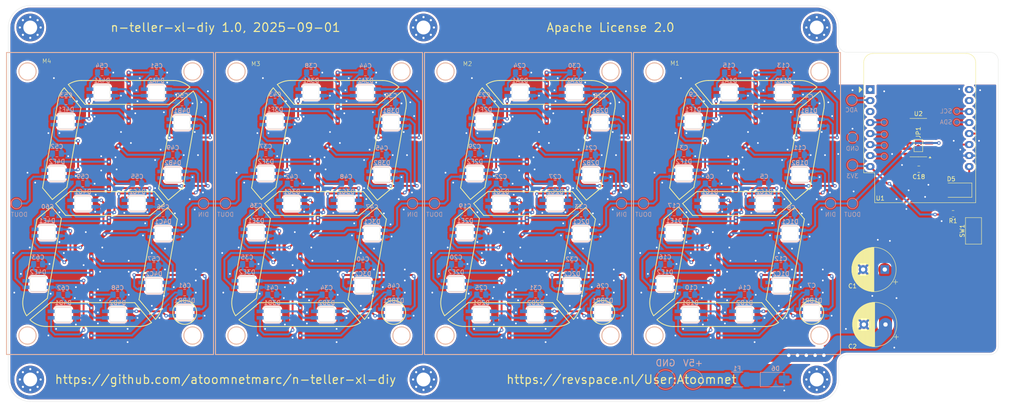
<source format=kicad_pcb>
(kicad_pcb (version 20241229) (generator "pcbnew") (generator_version "9.0")
  (title_block (title "n-teller-xl-diy") (date "2025-09-01") (rev "1.0") (company "https://github.com/atoomnetmarc/n-teller-xl-diy") (comment 1 "Apache License 2.0"))
  (layers (0 "F.Cu" signal) (2 "B.Cu" signal) (13 "F.Paste" user) (15 "B.Paste" user) (5 "F.SilkS" user "F.Silkscreen") (7 "B.SilkS" user "B.Silkscreen") (1 "F.Mask" user) (3 "B.Mask" user) (25 "Edge.Cuts" user))
  (net 0 "")
  (net 1 "+5V")
  (net 2 "GND")
  (net 3 "DOUT")
  (net 4 "Net-(D1A1-DOUT)")
  (net 5 "Net-(D1A2-DIN)")
  (net 6 "Net-(D1B1-DIN)")
  (net 7 "Net-(D1B2-DIN)")
  (net 8 "Net-(D1C1-DOUT)")
  (net 9 "Net-(D1C2-DOUT)")
  (net 10 "Net-(D1D1-DOUT)")
  (net 11 "Net-(D1D1-DIN)")
  (net 12 "/Digit 1/DOUT")
  (net 13 "Net-(D1A1-DIN)")
  (net 14 "Net-(D1E1-DOUT)")
  (net 15 "Net-(D1D2-DIN)")
  (net 16 "Net-(D1F1-DOUT)")
  (net 17 "Net-(D1E1-DIN)")
  (net 18 "Net-(D1G1-DOUT)")
  (net 19 "Net-(F1-Pad1)")
  (net 20 "Net-(U1-D3)")
  (net 21 "+3.3V")
  (net 22 "/ADC")
  (net 23 "/SCL")
  (net 24 "/SDA")
  (net 25 "Net-(U1-SCK{slash}D5)")
  (net 26 "Net-(U1-MISO{slash}D6)")
  (net 27 "Net-(U1-MOSI{slash}D7)")
  (net 28 "Net-(U1-CS{slash}D8)")
  (net 30 "DOUT_3V")
  (net 37 "Net-(D5-K)")
  (net 42 "/Digit 2/DOUT")
  (net 43 "/Digit 3/DOUT")
  (net 44 "/Digit 4/DOUT")
  (net 47 "Net-(D2A1-DIN)")
  (net 48 "Net-(D2A1-DOUT)")
  (net 49 "Net-(D2A2-DIN)")
  (net 50 "Net-(D2B1-DIN)")
  (net 51 "Net-(D2B2-DIN)")
  (net 52 "Net-(D2C1-DOUT)")
  (net 53 "Net-(D2C2-DOUT)")
  (net 54 "Net-(D2D1-DOUT)")
  (net 55 "Net-(D2D1-DIN)")
  (net 56 "Net-(D2E1-DOUT)")
  (net 57 "Net-(D2D2-DIN)")
  (net 58 "Net-(D2F1-DOUT)")
  (net 59 "Net-(D3A1-DIN)")
  (net 60 "Net-(D3A1-DOUT)")
  (net 61 "Net-(D2E1-DIN)")
  (net 62 "Net-(D3A2-DIN)")
  (net 63 "Net-(D3B1-DIN)")
  (net 64 "Net-(D3C1-DOUT)")
  (net 65 "Net-(D3C2-DOUT)")
  (net 66 "Net-(D3D1-DOUT)")
  (net 67 "Net-(D3B2-DIN)")
  (net 68 "Net-(D3E1-DOUT)")
  (net 69 "Net-(D3D1-DIN)")
  (net 70 "Net-(D3F1-DOUT)")
  (net 71 "Net-(D3D2-DIN)")
  (net 72 "Net-(D3G1-DOUT)")
  (net 73 "Net-(D3E1-DIN)")
  (net 74 "Net-(D2G1-DOUT)")
  (net 75 "Net-(D4A1-DOUT)")
  (net 76 "Net-(D4A1-DIN)")
  (net 77 "Net-(D4A2-DIN)")
  (net 78 "Net-(D4B1-DIN)")
  (net 79 "Net-(D4B2-DIN)")
  (net 80 "Net-(D4C1-DOUT)")
  (net 81 "Net-(D4C2-DOUT)")
  (net 82 "Net-(D4D1-DOUT)")
  (net 83 "Net-(D4D1-DIN)")
  (net 84 "Net-(D4E1-DOUT)")
  (net 85 "Net-(D4D2-DIN)")
  (net 86 "Net-(D4F1-DOUT)")
  (net 87 "Net-(D4E1-DIN)")
  (net 88 "Net-(D4G1-DOUT)")
  (footprint "7-segment:3d-printed 7-segment 2.3 inch" (layer "F.Cu") (at -72.39 0)
    (property "Reference" "M4")
    (property "Value" "7-segment_2.3_inch")
  )
  (footprint "Diode_SMD:D_SMA" (layer "F.Cu") (at 123.111 -3.082313 180)
    (property "Reference" "D5")
    (property "Value" "SS14")
  )
  (footprint "Capacitor_THT:CP_Radial_D10.0mm_P5.00mm" (layer "F.Cu") (at 106.507677 15.24 180)
    (property "Reference" "C1")
    (property "Value" "35V 220uF")
  )
  (footprint "Resistor_SMD:R_0805_2012Metric_Pad1.20x1.40mm_HandSolder" (layer "F.Cu") (at 122.279 2.363687 180)
    (property "Reference" "R1")
    (property "Value" "10K")
  )
  (footprint "Button_Switch_SMD:SW_SPST_CK_RS282G05A3" (layer "F.Cu") (at 127 6.319 90)
    (property "Reference" "SW1")
    (property "Value" "SW_Push")
  )
  (footprint "MountingHole:MountingHole_3.2mm_M3_Pad_Via" (layer "F.Cu") (at 0 40.64)
    (property "Reference" "H5" (hide yes))
    (property "Value" "MountingHole")
  )
  (footprint "RF_Module-fixed:WEMOS_D1_mini" (layer "F.Cu") (at 103.144 -26.307687)
    (property "Reference" "U1")
    (property "Value" "Wemos D1 mini usb-c with 2x 1x08 pin headers and sockets")
  )
  (footprint "7-segment:3d-printed 7-segment 2.3 inch" (layer "F.Cu") (at 24.13 0)
    (property "Reference" "M2")
    (property "Value" "7-segment_2.3_inch")
  )
  (footprint "Package_SO:SOIC-14_3.9x8.7mm_P1.27mm" (layer "F.Cu") (at 114.261 -15.207313 180)
    (property "Reference" "U2")
    (property "Value" "74AHCT125D")
  )
  (footprint "MountingHole:MountingHole_3.2mm_M3_Pad_Via" (layer "F.Cu") (at -90.805 -40.64)
    (property "Reference" "H3" (hide yes))
    (property "Value" "MountingHole")
  )
  (footprint "7-segment:3d-printed 7-segment 2.3 inch" (layer "F.Cu") (at 72.39 0)
    (property "Reference" "M1")
    (property "Value" "7-segment_2.3_inch")
  )
  (footprint "Capacitor_THT:CP_Radial_D10.0mm_P5.00mm" (layer "F.Cu") (at 106.68 27.94 180)
    (property "Reference" "C2")
    (property "Value" "35V 220uF")
  )
  (footprint "MountingHole:MountingHole_3.2mm_M3_Pad_Via" (layer "F.Cu") (at 90.805 40.64)
    (property "Reference" "H1" (hide yes))
    (property "Value" "MountingHole")
  )
  (footprint "Capacitor_SMD:C_0805_2012Metric_Pad1.18x1.45mm_HandSolder" (layer "F.Cu") (at 114.364 -7.917687)
    (property "Reference" "C18")
    (property "Value" "100n")
  )
  (footprint "7-segment:3d-printed 7-segment 2.3 inch" (layer "F.Cu") (at -24.13 0)
    (property "Reference" "M3")
    (property "Value" "7-segment_2.3_inch")
  )
  (footprint "MountingHole:MountingHole_3.2mm_M3_Pad_Via" (layer "F.Cu") (at -90.805 40.64)
    (property "Reference" "H2" (hide yes))
    (property "Value" "MountingHole")
  )
  (footprint "MountingHole:MountingHole_3.2mm_M3_Pad_Via" (layer "F.Cu") (at 0 -40.64)
    (property "Reference" "H6" (hide yes))
    (property "Value" "MountingHole")
  )
  (footprint "Jumper:SolderJumper-2_P1.3mm_Open_TrianglePad1.0x1.5mm" (layer "F.Cu") (at 114.261 -13.372 90)
    (property "Reference" "JP1")
    (property "Value" "I do not need a stinking level shifter" (hide yes))
  )
  (footprint "TestPoint:TestPoint_Pad_D2.0mm" (layer "B.Cu") (at 99.06 -8.89)
    (property "Reference" "TP1" (hide yes))
    (property "Value" "TestPoint")
  )
  (footprint "Capacitor_SMD:C_0805_2012Metric_Pad1.18x1.45mm_HandSolder" (layer "B.Cu") (at 70.55 -30.25)
    (property "Reference" "C15")
    (property "Value" "100n")
  )
  (footprint "Capacitor_SMD:C_0805_2012Metric_Pad1.18x1.45mm_HandSolder" (layer "B.Cu") (at -78.66 -4.6)
    (property "Reference" "C59")
    (property "Value" "100n")
  )
  (footprint "Capacitor_SMD:C_0805_2012Metric_Pad1.18x1.45mm_HandSolder" (layer "B.Cu") (at -13.41 -30.25)
    (property "Reference" "C44")
    (property "Value" "100n")
  )
  (footprint "LED_SMD-extra:LED_SK6812MINI-E_3.2x2.8x1.78mm_P1.5mm" (layer "B.Cu") (at 41.37 25.16 180)
    (property "Reference" "D2DP1")
    (property "Value" "SK6812MINI-E")
    (fp_line (start 1.8 1.2) (end 1.8 -1.2) (stroke (width 0.05)) (layer "Edge.Cuts"))
    (fp_line (start -1.4 1.6) (end 1.4 1.6) (stroke (width 0.05)) (layer "Edge.Cuts"))
    (fp_line (start -1.4 -1.6) (end 1.4 -1.6) (stroke (width 0.05)) (layer "Edge.Cuts"))
    (fp_line (start -1.8 1.2) (end -1.8 -1.2) (stroke (width 0.05)) (layer "Edge.Cuts"))
    (fp_arc (start 1.8 1.2) (mid 1.682843 1.482843) (end 1.4 1.6) (stroke (width 0.05)) (layer "Edge.Cuts"))
    (fp_arc (start 1.4 -1.6) (mid 1.682843 -1.482843) (end 1.8 -1.2) (stroke (width 0.05)) (layer "Edge.Cuts"))
    (fp_arc (start -1.4 1.6) (mid -1.682843 1.482843) (end -1.8 1.2) (stroke (width 0.05)) (layer "Edge.Cuts"))
    (fp_arc (start -1.8 -1.2) (mid -1.682843 -1.482843) (end -1.4 -1.6) (stroke (width 0.05)) (layer "Edge.Cuts"))
  )
  (footprint "TestPoint:TestPoint_Pad_D2.0mm" (layer "B.Cu") (at 99.06 0)
    (property "Reference" "TP20" (hide yes))
    (property "Value" "TestPoint")
  )
  (footprint "Capacitor_SMD:C_0805_2012Metric_Pad1.18x1.45mm_HandSolder" (layer "B.Cu") (at 78.66 -4.6)
    (property "Reference" "C5")
    (property "Value" "100n")
  )
  (footprint "Capacitor_SMD:C_0805_2012Metric_Pad1.18x1.45mm_HandSolder" (layer "B.Cu") (at 74.14 21.05)
    (property "Reference" "C14")
    (property "Value" "100n")
  )
  (footprint "Capacitor_SMD:C_0805_2012Metric_Pad1.18x1.45mm_HandSolder" (layer "B.Cu") (at -84.65 -11.53)
    (property "Reference" "C52")
    (property "Value" "100n")
  )
  (footprint "LED_SMD-extra:LED_SK6812MINI-E_3.2x2.8x1.78mm_P1.5mm" (layer "B.Cu") (at 55.78 18.6 180)
    (property "Reference" "D1E2")
    (property "Value" "SK6812MINI-E")
    (fp_line (start 1.8 1.2) (end 1.8 -1.2) (stroke (width 0.05)) (layer "Edge.Cuts"))
    (fp_line (start -1.4 1.6) (end 1.4 1.6) (stroke (width 0.05)) (layer "Edge.Cuts"))
    (fp_line (start -1.4 -1.6) (end 1.4 -1.6) (stroke (width 0.05)) (layer "Edge.Cuts"))
    (fp_line (start -1.8 1.2) (end -1.8 -1.2) (stroke (width 0.05)) (layer "Edge.Cuts"))
    (fp_arc (start 1.8 1.2) (mid 1.682843 1.482843) (end 1.4 1.6) (stroke (width 0.05)) (layer "Edge.Cuts"))
    (fp_arc (start 1.4 -1.6) (mid 1.682843 -1.482843) (end 1.8 -1.2) (stroke (width 0.05)) (layer "Edge.Cuts"))
    (fp_arc (start -1.4 1.6) (mid -1.682843 1.482843) (end -1.8 1.2) (stroke (width 0.05)) (layer "Edge.Cuts"))
    (fp_arc (start -1.8 -1.2) (mid -1.682843 -1.482843) (end -1.4 -1.6) (stroke (width 0.05)) (layer "Edge.Cuts"))
  )
  (footprint "LED_SMD-extra:LED_SK6812MINI-E_3.2x2.8x1.78mm_P1.5mm" (layer "B.Cu") (at 57.87 6.72 180)
    (property "Reference" "D1E1")
    (property "Value" "SK6812MINI-E")
    (fp_line (start 1.8 1.2) (end 1.8 -1.2) (stroke (width 0.05)) (layer "Edge.Cuts"))
    (fp_line (start -1.4 1.6) (end 1.4 1.6) (stroke (width 0.05)) (layer "Edge.Cuts"))
    (fp_line (start -1.4 -1.6) (end 1.4 -1.6) (stroke (width 0.05)) (layer "Edge.Cuts"))
    (fp_line (start -1.8 1.2) (end -1.8 -1.2) (stroke (width 0.05)) (layer "Edge.Cuts"))
    (fp_arc (start 1.8 1.2) (mid 1.682843 1.482843) (end 1.4 1.6) (stroke (width 0.05)) (layer "Edge.Cuts"))
    (fp_arc (start 1.4 -1.6) (mid 1.682843 -1.482843) (end 1.8 -1.2) (stroke (width 0.05)) (layer "Edge.Cuts"))
    (fp_arc (start -1.4 1.6) (mid -1.682843 1.482843) (end -1.8 1.2) (stroke (width 0.05)) (layer "Edge.Cuts"))
    (fp_arc (start -1.8 -1.2) (mid -1.682843 -1.482843) (end -1.4 -1.6) (stroke (width 0.05)) (layer "Edge.Cuts"))
  )
  (footprint "LED_SMD-extra:LED_SK6812MINI-E_3.2x2.8x1.78mm_P1.5mm" (layer "B.Cu") (at -13.99 18.98 180)
    (property "Reference" "D3C2")
    (property "Value" "SK6812MINI-E")
    (fp_line (start 1.8 1.2) (end 1.8 -1.2) (stroke (width 0.05)) (layer "Edge.Cuts"))
    (fp_line (start -1.4 1.6) (end 1.4 1.6) (stroke (width 0.05)) (layer "Edge.Cuts"))
    (fp_line (start -1.4 -1.6) (end 1.4 -1.6) (stroke (width 0.05)) (layer "Edge.Cuts"))
    (fp_line (start -1.8 1.2) (end -1.8 -1.2) (stroke (width 0.05)) (layer "Edge.Cuts"))
    (fp_arc (start 1.8 1.2) (mid 1.682843 1.482843) (end 1.4 1.6) (stroke (width 0.05)) (layer "Edge.Cuts"))
    (fp_arc (start 1.4 -1.6) (mid 1.682843 -1.482843) (end 1.8 -1.2) (stroke (width 0.05)) (layer "Edge.Cuts"))
    (fp_arc (start -1.4 1.6) (mid -1.682843 1.482843) (end -1.8 1.2) (stroke (width 0.05)) (layer "Edge.Cuts"))
    (fp_arc (start -1.8 -1.2) (mid -1.682843 -1.482843) (end -1.4 -1.6) (stroke (width 0.05)) (layer "Edge.Cuts"))
  )
  (footprint "LED_SMD-extra:LED_SK6812MINI-E_3.2x2.8x1.78mm_P1.5mm" (layer "B.Cu") (at -11.87 6.94 180)
    (property "Reference" "D3C1")
    (property "Value" "SK6812MINI-E")
    (fp_line (start 1.8 1.2) (end 1.8 -1.2) (stroke (width 0.05)) (layer "Edge.Cuts"))
    (fp_line (start -1.4 1.6) (end 1.4 1.6) (stroke (width 0.05)) (layer "Edge.Cuts"))
    (fp_line (start -1.4 -1.6) (end 1.4 -1.6) (stroke (width 0.05)) (layer "Edge.Cuts"))
    (fp_line (start -1.8 1.2) (end -1.8 -1.2) (stroke (width 0.05)) (layer "Edge.Cuts"))
    (fp_arc (start 1.8 1.2) (mid 1.682843 1.482843) (end 1.4 1.6) (stroke (width 0.05)) (layer "Edge.Cuts"))
    (fp_arc (start 1.4 -1.6) (mid 1.682843 -1.482843) (end 1.8 -1.2) (stroke (width 0.05)) (layer "Edge.Cuts"))
    (fp_arc (start -1.4 1.6) (mid -1.682843 1.482843) (end -1.8 1.2) (stroke (width 0.05)) (layer "Edge.Cuts"))
    (fp_arc (start -1.8 -1.2) (mid -1.682843 -1.482843) (end -1.4 -1.6) (stroke (width 0.05)) (layer "Edge.Cuts"))
  )
  (footprint "Capacitor_SMD:C_0805_2012Metric_Pad1.18x1.45mm_HandSolder" (layer "B.Cu") (at 30.4 -4.6)
    (property "Reference" "C27")
    (property "Value" "100n")
  )
  (footprint "Capacitor_SMD:C_0805_2012Metric_Pad1.18x1.45mm_HandSolder" (layer "B.Cu") (at 11.87 -11.53)
    (property "Reference" "C29")
    (property "Value" "100n")
  )
  (footprint "LED_SMD-extra:LED_SK6812MINI-E_3.2x2.8x1.78mm_P1.5mm" (layer "B.Cu") (at -9.61 -6.65 180)
    (property "Reference" "D3B2")
    (property "Value" "SK6812MINI-E")
    (fp_line (start 1.8 1.2) (end 1.8 -1.2) (stroke (width 0.05)) (layer "Edge.Cuts"))
    (fp_line (start -1.4 1.6) (end 1.4 1.6) (stroke (width 0.05)) (layer "Edge.Cuts"))
    (fp_line (start -1.4 -1.6) (end 1.4 -1.6) (stroke (width 0.05)) (layer "Edge.Cuts"))
    (fp_line (start -1.8 1.2) (end -1.8 -1.2) (stroke (width 0.05)) (layer "Edge.Cuts"))
    (fp_arc (start 1.8 1.2) (mid 1.682843 1.482843) (end 1.4 1.6) (stroke (width 0.05)) (layer "Edge.Cuts"))
    (fp_arc (start 1.4 -1.6) (mid 1.682843 -1.482843) (end 1.8 -1.2) (stroke (width 0.05)) (layer "Edge.Cuts"))
    (fp_arc (start -1.4 1.6) (mid -1.682843 1.482843) (end -1.8 1.2) (stroke (width 0.05)) (layer "Edge.Cuts"))
    (fp_arc (start -1.8 -1.2) (mid -1.682843 -1.482843) (end -1.4 -1.6) (stroke (width 0.05)) (layer "Edge.Cuts"))
  )
  (footprint "Capacitor_SMD:C_0805_2012Metric_Pad1.18x1.45mm_HandSolder" (layer "B.Cu") (at -83.19 21.05)
    (property "Reference" "C62")
    (property "Value" "100n")
  )
  (footprint "Capacitor_SMD:C_0805_2012Metric_Pad1.18x1.45mm_HandSolder" (layer "B.Cu") (at -9.61 -11.25)
    (property "Reference" "C45")
    (property "Value" "100n")
  )
  (footprint "TestPoint:TestPoint_Pad_D4.0mm" (layer "B.Cu") (at 62.23 40.64)
    (property "Reference" "TP3" (hide yes))
    (property "Value" "TestPoint")
  )
  (footprint "LED_SMD-extra:LED_SK6812MINI-E_3.2x2.8x1.78mm_P1.5mm" (layer "B.Cu") (at -78.66 0 180)
    (property "Reference" "D4G1")
    (property "Value" "SK6812MINI-E")
    (fp_line (start 1.8 1.2) (end 1.8 -1.2) (stroke (width 0.05)) (layer "Edge.Cuts"))
    (fp_line (start -1.4 1.6) (end 1.4 1.6) (stroke (width 0.05)) (layer "Edge.Cuts"))
    (fp_line (start -1.4 -1.6) (end 1.4 -1.6) (stroke (width 0.05)) (layer "Edge.Cuts"))
    (fp_line (start -1.8 1.2) (end -1.8 -1.2) (stroke (width 0.05)) (layer "Edge.Cuts"))
    (fp_arc (start 1.8 1.2) (mid 1.682843 1.482843) (end 1.4 1.6) (stroke (width 0.05)) (layer "Edge.Cuts"))
    (fp_arc (start 1.4 -1.6) (mid 1.682843 -1.482843) (end 1.8 -1.2) (stroke (width 0.05)) (layer "Edge.Cuts"))
    (fp_arc (start -1.4 1.6) (mid -1.682843 1.482843) (end -1.8 1.2) (stroke (width 0.05)) (layer "Edge.Cuts"))
    (fp_arc (start -1.8 -1.2) (mid -1.682843 -1.482843) (end -1.4 -1.6) (stroke (width 0.05)) (layer "Edge.Cuts"))
  )
  (footprint "TestPoint:TestPoint_Pad_D1.0mm" (layer "B.Cu") (at 106.375 -18.754937)
    (property "Reference" "TP6" (hide yes))
    (property "Value" "TestPoint")
  )
  (footprint "Capacitor_SMD:C_0805_2012Metric_Pad1.18x1.45mm_HandSolder" (layer "B.Cu") (at -86.81 2.30735)
    (property "Reference" "C60")
    (property "Value" "100n")
  )
  (footprint "Capacitor_SMD:C_0805_2012Metric_Pad1.18x1.45mm_HandSolder" (layer "B.Cu") (at -66.12 -4.6)
    (property "Reference" "C55")
    (property "Value" "100n")
  )
  (footprint "TestPoint:TestPoint_Pad_D2.0mm" (layer "B.Cu") (at 99.06 -15.24)
    (property "Reference" "TP8" (hide yes))
    (property "Value" "TestPoint")
  )
  (footprint "Capacitor_SMD:C_0805_2012Metric_Pad1.18x1.45mm_HandSolder" (layer "B.Cu") (at 86.91 -11.25)
    (property "Reference" "C11")
    (property "Value" "100n")
  )
  (footprint "LED_SMD-extra:LED_SK6812MINI-E_3.2x2.8x1.78mm_P1.5mm" (layer "B.Cu") (at -34.27 -18.95 180)
    (property "Reference" "D3F1")
    (property "Value" "SK6812MINI-E")
    (fp_line (start 1.8 1.2) (end 1.8 -1.2) (stroke (width 0.05)) (layer "Edge.Cuts"))
    (fp_line (start -1.4 1.6) (end 1.4 1.6) (stroke (width 0.05)) (layer "Edge.Cuts"))
    (fp_line (start -1.4 -1.6) (end 1.4 -1.6) (stroke (width 0.05)) (layer "Edge.Cuts"))
    (fp_line (start -1.8 1.2) (end -1.8 -1.2) (stroke (width 0.05)) (layer "Edge.Cuts"))
    (fp_arc (start 1.8 1.2) (mid 1.682843 1.482843) (end 1.4 1.6) (stroke (width 0.05)) (layer "Edge.Cuts"))
    (fp_arc (start 1.4 -1.6) (mid 1.682843 -1.482843) (end 1.8 -1.2) (stroke (width 0.05)) (layer "Edge.Cuts"))
    (fp_arc (start -1.4 1.6) (mid -1.682843 1.482843) (end -1.8 1.2) (stroke (width 0.05)) (layer "Edge.Cuts"))
    (fp_arc (start -1.8 -1.2) (mid -1.682843 -1.482843) (end -1.4 -1.6) (stroke (width 0.05)) (layer "Edge.Cuts"))
  )
  (footprint "LED_SMD-extra:LED_SK6812MINI-E_3.2x2.8x1.78mm_P1.5mm" (layer "B.Cu") (at -82.53 -18.95 180)
    (property "Reference" "D4F1")
    (property "Value" "SK6812MINI-E")
    (fp_line (start 1.8 1.2) (end 1.8 -1.2) (stroke (width 0.05)) (layer "Edge.Cuts"))
    (fp_line (start -1.4 1.6) (end 1.4 1.6) (stroke (width 0.05)) (layer "Edge.Cuts"))
    (fp_line (start -1.4 -1.6) (end 1.4 -1.6) (stroke (width 0.05)) (layer "Edge.Cuts"))
    (fp_line (start -1.8 1.2) (end -1.8 -1.2) (stroke (width 0.05)) (layer "Edge.Cuts"))
    (fp_arc (start 1.8 1.2) (mid 1.682843 1.482843) (end 1.4 1.6) (stroke (width 0.05)) (layer "Edge.Cuts"))
    (fp_arc (start 1.4 -1.6) (mid 1.682843 -1.482843) (end 1.8 -1.2) (stroke (width 0.05)) (layer "Edge.Cuts"))
    (fp_arc (start -1.4 1.6) (mid -1.682843 1.482843) (end -1.8 1.2) (stroke (width 0.05)) (layer "Edge.Cuts"))
    (fp_arc (start -1.8 -1.2) (mid -1.682843 -1.482843) (end -1.4 -1.6) (stroke (width 0.05)) (layer "Edge.Cuts"))
  )
  (footprint "Capacitor_SMD:C_0805_2012Metric_Pad1.18x1.45mm_HandSolder" (layer "B.Cu") (at -17.86 -4.6)
    (property "Reference" "C48")
    (property "Value" "100n")
  )
  (footprint "LED_SMD-extra:LED_SK6812MINI-E_3.2x2.8x1.78mm_P1.5mm" (layer "B.Cu") (at 13.33 25.65 180)
    (property "Reference" "D2D1")
    (property "Value" "SK6812MINI-E")
    (fp_line (start 1.8 1.2) (end 1.8 -1.2) (stroke (width 0.05)) (layer "Edge.Cuts"))
    (fp_line (start -1.4 1.6) (end 1.4 1.6) (stroke (width 0.05)) (layer "Edge.Cuts"))
    (fp_line (start -1.4 -1.6) (end 1.4 -1.6) (stroke (width 0.05)) (layer "Edge.Cuts"))
    (fp_line (start -1.8 1.2) (end -1.8 -1.2) (stroke (width 0.05)) (layer "Edge.Cuts"))
    (fp_arc (start 1.8 1.2) (mid 1.682843 1.482843) (end 1.4 1.6) (stroke (width 0.05)) (layer "Edge.Cuts"))
    (fp_arc (start 1.4 -1.6) (mid 1.682843 -1.482843) (end 1.8 -1.2) (stroke (width 0.05)) (layer "Edge.Cuts"))
    (fp_arc (start -1.4 1.6) (mid -1.682843 1.482843) (end -1.8 1.2) (stroke (width 0.05)) (layer "Edge.Cuts"))
    (fp_arc (start -1.8 -1.2) (mid -1.682843 -1.482843) (end -1.4 -1.6) (stroke (width 0.05)) (layer "Edge.Cuts"))
  )
  (footprint "Capacitor_SMD:C_0805_2012Metric_Pad1.18x1.45mm_HandSolder" (layer "B.Cu") (at -57.87 -11.25)
    (property "Reference" "C49")
    (property "Value" "100n")
  )
  (footprint "Capacitor_SMD:C_0805_2012Metric_Pad1.18x1.45mm_HandSolder" (layer "B.Cu") (at -55.76 -23.29)
    (property "Reference" "C50")
    (property "Value" "100n")
  )
  (footprint "TestPoint:TestPoint_Pad_D2.0mm" (layer "B.Cu") (at 50.8 0)
    (property "Reference" "TP17" (hide yes))
    (property "Value" "TestPoint")
  )
  (footprint "Diode_SMD:D_SMA" (layer "B.Cu") (at 81.28 40.64)
    (property "Reference" "D6")
    (property "Value" "SS54")
  )
  (footprint "LED_SMD-extra:LED_SK6812MINI-E_3.2x2.8x1.78mm_P1.5mm" (layer "B.Cu") (at -61.67 -25.65 180)
    (property "Reference" "D4A2")
    (property "Value" "SK6812MINI-E")
    (fp_line (start 1.8 1.2) (end 1.8 -1.2) (stroke (width 0.05)) (layer "Edge.Cuts"))
    (fp_line (start -1.4 1.6) (end 1.4 1.6) (stroke (width 0.05)) (layer "Edge.Cuts"))
    (fp_line (start -1.4 -1.6) (end 1.4 -1.6) (stroke (width 0.05)) (layer "Edge.Cuts"))
    (fp_line (start -1.8 1.2) (end -1.8 -1.2) (stroke (width 0.05)) (layer "Edge.Cuts"))
    (fp_arc (start 1.8 1.2) (mid 1.682843 1.482843) (end 1.4 1.6) (stroke (width 0.05)) (layer "Edge.Cuts"))
    (fp_arc (start 1.4 -1.6) (mid 1.682843 -1.482843) (end 1.8 -1.2) (stroke (width 0.05)) (layer "Edge.Cuts"))
    (fp_arc (start -1.4 1.6) (mid -1.682843 1.482843) (end -1.8 1.2) (stroke (width 0.05)) (layer "Edge.Cuts"))
    (fp_arc (start -1.8 -1.2) (mid -1.682843 -1.482843) (end -1.4 -1.6) (stroke (width 0.05)) (layer "Edge.Cuts"))
  )
  (footprint "LED_SMD-extra:LED_SK6812MINI-E_3.2x2.8x1.78mm_P1.5mm" (layer "B.Cu") (at 83.11 -25.65 180)
    (property "Reference" "D1A2")
    (property "Value" "SK6812MINI-E")
    (fp_line (start 1.8 1.2) (end 1.8 -1.2) (stroke (width 0.05)) (layer "Edge.Cuts"))
    (fp_line (start -1.4 1.6) (end 1.4 1.6) (stroke (width 0.05)) (layer "Edge.Cuts"))
    (fp_line (start -1.4 -1.6) (end 1.4 -1.6) (stroke (width 0.05)) (layer "Edge.Cuts"))
    (fp_line (start -1.8 1.2) (end -1.8 -1.2) (stroke (width 0.05)) (layer "Edge.Cuts"))
    (fp_arc (start 1.8 1.2) (mid 1.682843 1.482843) (end 1.4 1.6) (stroke (width 0.05)) (layer "Edge.Cuts"))
    (fp_arc (start 1.4 -1.6) (mid 1.682843 -1.482843) (end 1.8 -1.2) (stroke (width 0.05)) (layer "Edge.Cuts"))
    (fp_arc (start -1.4 1.6) (mid -1.682843 1.482843) (end -1.8 1.2) (stroke (width 0.05)) (layer "Edge.Cuts"))
    (fp_arc (start -1.8 -1.2) (mid -1.682843 -1.482843) (end -1.4 -1.6) (stroke (width 0.05)) (layer "Edge.Cuts"))
  )
  (footprint "LED_SMD-extra:LED_SK6812MINI-E_3.2x2.8x1.78mm_P1.5mm" (layer "B.Cu") (at -55.76 -18.69 180)
    (property "Reference" "D4B1")
    (property "Value" "SK6812MINI-E")
    (fp_line (start 1.8 1.2) (end 1.8 -1.2) (stroke (width 0.05)) (layer "Edge.Cuts"))
    (fp_line (start -1.4 1.6) (end 1.4 1.6) (stroke (width 0.05)) (layer "Edge.Cuts"))
    (fp_line (start -1.4 -1.6) (end 1.4 -1.6) (stroke (width 0.05)) (layer "Edge.Cuts"))
    (fp_line (start -1.8 1.2) (end -1.8 -1.2) (stroke (width 0.05)) (layer "Edge.Cuts"))
    (fp_arc (start 1.8 1.2) (mid 1.682843 1.482843) (end 1.4 1.6) (stroke (width 0.05)) (layer "Edge.Cuts"))
    (fp_arc (start 1.4 -1.6) (mid 1.682843 -1.482843) (end 1.8 -1.2) (stroke (width 0.05)) (layer "Edge.Cuts"))
    (fp_arc (start -1.4 1.6) (mid -1.682843 1.482843) (end -1.8 1.2) (stroke (width 0.05)) (layer "Edge.Cuts"))
    (fp_arc (start -1.8 -1.2) (mid -1.682843 -1.482843) (end -1.4 -1.6) (stroke (width 0.05)) (layer "Edge.Cuts"))
  )
  (footprint "Capacitor_SMD:C_0805_2012Metric_Pad1.18x1.45mm_HandSolder" (layer "B.Cu") (at 89.02 -23.29)
    (property "Reference" "C4")
    (property "Value" "100n")
  )
  (footprint "LED_SMD-extra:LED_SK6812MINI-E_3.2x2.8x1.78mm_P1.5mm" (layer "B.Cu") (at 40.76 -18.69 180)
    (property "Reference" "D2B1")
    (property "Value" "SK6812MINI-E")
    (fp_line (start 1.8 1.2) (end 1.8 -1.2) (stroke (width 0.05)) (layer "Edge.Cuts"))
    (fp_line (start -1.4 1.6) (end 1.4 1.6) (stroke (width 0.05)) (layer "Edge.Cuts"))
    (fp_line (start -1.4 -1.6) (end 1.4 -1.6) (stroke (width 0.05)) (layer "Edge.Cuts"))
    (fp_line (start -1.8 1.2) (end -1.8 -1.2) (stroke (width 0.05)) (layer "Edge.Cuts"))
    (fp_arc (start 1.8 1.2) (mid 1.682843 1.482843) (end 1.4 1.6) (stroke (width 0.05)) (layer "Edge.Cuts"))
    (fp_arc (start 1.4 -1.6) (mid 1.682843 -1.482843) (end 1.8 -1.2) (stroke (width 0.05)) (layer "Edge.Cuts"))
    (fp_arc (start -1.4 1.6) (mid -1.682843 1.482843) (end -1.8 1.2) (stroke (width 0.05)) (layer "Edge.Cuts"))
    (fp_arc (start -1.8 -1.2) (mid -1.682843 -1.482843) (end -1.4 -1.6) (stroke (width 0.05)) (layer "Edge.Cuts"))
  )
  (footprint "LED_SMD-extra:LED_SK6812MINI-E_3.2x2.8x1.78mm_P1.5mm" (layer "B.Cu") (at -25.97 -25.65 180)
    (property "Reference" "D3A1")
    (property "Value" "SK6812MINI-E")
    (fp_line (start 1.8 1.2) (end 1.8 -1.2) (stroke (width 0.05)) (layer "Edge.Cuts"))
    (fp_line (start -1.4 1.6) (end 1.4 1.6) (stroke (width 0.05)) (layer "Edge.Cuts"))
    (fp_line (start -1.4 -1.6) (end 1.4 -1.6) (stroke (width 0.05)) (layer "Edge.Cuts"))
    (fp_line (start -1.8 1.2) (end -1.8 -1.2) (stroke (width 0.05)) (layer "Edge.Cuts"))
    (fp_arc (start 1.8 1.2) (mid 1.682843 1.482843) (end 1.4 1.6) (stroke (width 0.05)) (layer "Edge.Cuts"))
    (fp_arc (start 1.4 -1.6) (mid 1.682843 -1.482843) (end 1.8 -1.2) (stroke (width 0.05)) (layer "Edge.Cuts"))
    (fp_arc (start -1.4 1.6) (mid -1.682843 1.482843) (end -1.8 1.2) (stroke (width 0.05)) (layer "Edge.Cuts"))
    (fp_arc (start -1.8 -1.2) (mid -1.682843 -1.482843) (end -1.4 -1.6) (stroke (width 0.05)) (layer "Edge.Cuts"))
  )
  (footprint "Capacitor_SMD:C_0805_2012Metric_Pad1.18x1.45mm_HandSolder" (layer "B.Cu") (at 66.12 -4.6)
    (property "Reference" "C6")
    (property "Value" "100n")
  )
  (footprint "LED_SMD-extra:LED_SK6812MINI-E_3.2x2.8x1.78mm_P1.5mm" (layer "B.Cu") (at -13.41 -25.65 180)
    (property "Reference" "D3A2")
    (property "Value" "SK6812MINI-E")
    (fp_line (start 1.8 1.2) (end 1.8 -1.2) (stroke (width 0.05)) (layer "Edge.Cuts"))
    (fp_line (start -1.4 1.6) (end 1.4 1.6) (stroke (width 0.05)) (layer "Edge.Cuts"))
    (fp_line (start -1.4 -1.6) (end 1.4 -1.6) (stroke (width 0.05)) (layer "Edge.Cuts"))
    (fp_line (start -1.8 1.2) (end -1.8 -1.2) (stroke (width 0.05)) (layer "Edge.Cuts"))
    (fp_arc (start 1.8 1.2) (mid 1.682843 1.482843) (end 1.4 1.6) (stroke (width 0.05)) (layer "Edge.Cuts"))
    (fp_arc (start 1.4 -1.6) (mid 1.682843 -1.482843) (end 1.8 -1.2) (stroke (width 0.05)) (layer "Edge.Cuts"))
    (fp_arc (start -1.4 1.6) (mid -1.682843 1.482843) (end -1.8 1.2) (stroke (width 0.05)) (layer "Edge.Cuts"))
    (fp_arc (start -1.8 -1.2) (mid -1.682843 -1.482843) (end -1.4 -1.6) (stroke (width 0.05)) (layer "Edge.Cuts"))
  )
  (footprint "Capacitor_SMD:C_0805_2012Metric_Pad1.18x1.45mm_HandSolder" (layer "B.Cu") (at -36.39 -11.53)
    (property "Reference" "C37")
    (property "Value" "100n")
  )
  (footprint "Capacitor_SMD:C_0805_2012Metric_Pad1.18x1.45mm_HandSolder" (layer "B.Cu") (at -89 14)
    (property "Reference" "C63")
    (property "Value" "100n")
  )
  (footprint "LED_SMD-extra:LED_SK6812MINI-E_3.2x2.8x1.78mm_P1.5mm" (layer "B.Cu") (at 34.27 18.98 180)
    (property "Reference" "D2C2")
    (property "Value" "SK6812MINI-E")
    (fp_line (start 1.8 1.2) (end 1.8 -1.2) (stroke (width 0.05)) (layer "Edge.Cuts"))
    (fp_line (start -1.4 1.6) (end 1.4 1.6) (stroke (width 0.05)) (layer "Edge.Cuts"))
    (fp_line (start -1.4 -1.6) (end 1.4 -1.6) (stroke (width 0.05)) (layer "Edge.Cuts"))
    (fp_line (start -1.8 1.2) (end -1.8 -1.2) (stroke (width 0.05)) (layer "Edge.Cuts"))
    (fp_arc (start 1.8 1.2) (mid 1.682843 1.482843) (end 1.4 1.6) (stroke (width 0.05)) (layer "Edge.Cuts"))
    (fp_arc (start 1.4 -1.6) (mid 1.682843 -1.482843) (end 1.8 -1.2) (stroke (width 0.05)) (layer "Edge.Cuts"))
    (fp_arc (start -1.4 1.6) (mid -1.682843 1.482843) (end -1.8 1.2) (stroke (width 0.05)) (layer "Edge.Cuts"))
    (fp_arc (start -1.8 -1.2) (mid -1.682843 -1.482843) (end -1.4 -1.6) (stroke (width 0.05)) (layer "Edge.Cuts"))
  )
  (footprint "Capacitor_SMD:C_0805_2012Metric_Pad1.18x1.45mm_HandSolder" (layer "B.Cu") (at 13.33 21.05)
    (property "Reference" "C25")
    (property "Value" "100n")
  )
  (footprint "LED_SMD-extra:LED_SK6812MINI-E_3.2x2.8x1.78mm_P1.5mm" (layer "B.Cu") (at -40.74 18.6 180)
    (property "Reference" "D3E2")
    (property "Value" "SK6812MINI-E")
    (fp_line (start 1.8 1.2) (end 1.8 -1.2) (stroke (width 0.05)) (layer "Edge.Cuts"))
    (fp_line (start -1.4 1.6) (end 1.4 1.6) (stroke (width 0.05)) (layer "Edge.Cuts"))
    (fp_line (start -1.4 -1.6) (end 1.4 -1.6) (stroke (width 0.05)) (layer "Edge.Cuts"))
    (fp_line (start -1.8 1.2) (end -1.8 -1.2) (stroke (width 0.05)) (layer "Edge.Cuts"))
    (fp_arc (start 1.8 1.2) (mid 1.682843 1.482843) (end 1.4 1.6) (stroke (width 0.05)) (layer "Edge.Cuts"))
    (fp_arc (start 1.4 -1.6) (mid 1.682843 -1.482843) (end 1.8 -1.2) (stroke (width 0.05)) (layer "Edge.Cuts"))
    (fp_arc (start -1.4 1.6) (mid -1.682843 1.482843) (end -1.8 1.2) (stroke (width 0.05)) (layer "Edge.Cuts"))
    (fp_arc (start -1.8 -1.2) (mid -1.682843 -1.482843) (end -1.4 -1.6) (stroke (width 0.05)) (layer "Edge.Cuts"))
  )
  (footprint "LED_SMD-extra:LED_SK6812MINI-E_3.2x2.8x1.78mm_P1.5mm" (layer "B.Cu") (at 30.4 0 180)
    (property "Reference" "D2G2")
    (property "Value" "SK6812MINI-E")
    (fp_line (start 1.8 1.2) (end 1.8 -1.2) (stroke (width 0.05)) (layer "Edge.Cuts"))
    (fp_line (start -1.4 1.6) (end 1.4 1.6) (stroke (width 0.05)) (layer "Edge.Cuts"))
    (fp_line (start -1.4 -1.6) (end 1.4 -1.6) (stroke (width 0.05)) (layer "Edge.Cuts"))
    (fp_line (start -1.8 1.2) (end -1.8 -1.2) (stroke (width 0.05)) (layer "Edge.Cuts"))
    (fp_arc (start 1.8 1.2) (mid 1.682843 1.482843) (end 1.4 1.6) (stroke (width 0.05)) (layer "Edge.Cuts"))
    (fp_arc (start 1.4 -1.6) (mid 1.682843 -1.482843) (end 1.8 -1.2) (stroke (width 0.05)) (layer "Edge.Cuts"))
    (fp_arc (start -1.4 1.6) (mid -1.682843 1.482843) (end -1.8 1.2) (stroke (width 0.05)) (layer "Edge.Cuts"))
    (fp_arc (start -1.8 -1.2) (mid -1.682843 -1.482843) (end -1.4 -1.6) (stroke (width 0.05)) (layer "Edge.Cuts"))
  )
  (footprint "Capacitor_SMD:C_0805_2012Metric_Pad1.18x1.45mm_HandSolder" (layer "B.Cu") (at -74.23 -30.25)
    (property "Reference" "C54")
    (property "Value" "100n")
  )
  (footprint "TestPoint:TestPoint_Pad_D2.0mm" (layer "B.Cu") (at 45.72 0)
    (property "Reference" "TP14" (hide yes))
    (property "Value" "TestPoint")
  )
  (footprint "LED_SMD-extra:LED_SK6812MINI-E_3.2x2.8x1.78mm_P1.5mm" (layer "B.Cu") (at -83.19 25.65 180)
    (property "Reference" "D4D1")
    (property "Value" "SK6812MINI-E")
    (fp_line (start 1.8 1.2) (end 1.8 -1.2) (stroke (width 0.05)) (layer "Edge.Cuts"))
    (fp_line (start -1.4 1.6) (end 1.4 1.6) (stroke (width 0.05)) (layer "Edge.Cuts"))
    (fp_line (start -1.4 -1.6) (end 1.4 -1.6) (stroke (width 0.05)) (layer "Edge.Cuts"))
    (fp_line (start -1.8 1.2) (end -1.8 -1.2) (stroke (width 0.05)) (layer "Edge.Cuts"))
    (fp_arc (start 1.8 1.2) (mid 1.682843 1.482843) (end 1.4 1.6) (stroke (width 0.05)) (layer "Edge.Cuts"))
    (fp_arc (start 1.4 -1.6) (mid 1.682843 -1.482843) (end 1.8 -1.2) (stroke (width 0.05)) (layer "Edge.Cuts"))
    (fp_arc (start -1.4 1.6) (mid -1.682843 1.482843) (end -1.8 1.2) (stroke (width 0.05)) (layer "Edge.Cuts"))
    (fp_arc (start -1.8 -1.2) (mid -1.682843 -1.482843) (end -1.4 -1.6) (stroke (width 0.05)) (layer "Edge.Cuts"))
  )
  (footprint "Capacitor_SMD:C_0805_2012Metric_Pad1.18x1.45mm_HandSolder" (layer "B.Cu") (at 62.25 -23.55)
    (property "Reference" "C9")
    (property "Value" "100n")
  )
  (footprint "Capacitor_SMD:C_0805_2012Metric_Pad1.18x1.45mm_HandSolder" (layer "B.Cu") (at -61.67 -30.25)
    (property "Reference" "C51")
    (property "Value" "100n")
  )
  (footprint "LED_SMD-extra:LED_SK6812MINI-E_3.2x2.8x1.78mm_P1.5mm" (layer "B.Cu") (at -22.38 25.65 180)
    (property "Reference" "D3D2")
    (property "Value" "SK6812MINI-E")
    (fp_line (start 1.8 1.2) (end 1.8 -1.2) (stroke (width 0.05)) (layer "Edge.Cuts"))
    (fp_line (start -1.4 1.6) (end 1.4 1.6) (stroke (width 0.05)) (layer "Edge.Cuts"))
    (fp_line (start -1.4 -1.6) (end 1.4 -1.6) (stroke (width 0.05)) (layer "Edge.Cuts"))
    (fp_line (start -1.8 1.2) (end -1.8 -1.2) (stroke (width 0.05)) (layer "Edge.Cuts"))
    (fp_arc (start 1.8 1.2) (mid 1.682843 1.482843) (end 1.4 1.6) (stroke (width 0.05)) (layer "Edge.Cuts"))
    (fp_arc (start 1.4 -1.6) (mid 1.682843 -1.482843) (end 1.8 -1.2) (stroke (width 0.05)) (layer "Edge.Cuts"))
    (fp_arc (start -1.4 1.6) (mid -1.682843 1.482843) (end -1.8 1.2) (stroke (width 0.05)) (layer "Edge.Cuts"))
    (fp_arc (start -1.8 -1.2) (mid -1.682843 -1.482843) (end -1.4 -1.6) (stroke (width 0.05)) (layer "Edge.Cuts"))
  )
  (footprint "LED_SMD-extra:LED_SK6812MINI-E_3.2x2.8x1.78mm_P1.5mm" (layer "B.Cu") (at -34.93 25.65 180)
    (property "Reference" "D3D1")
    (property "Value" "SK6812MINI-E")
    (fp_line (start 1.8 1.2) (end 1.8 -1.2) (stroke (width 0.05)) (layer "Edge.Cuts"))
    (fp_line (start -1.4 1.6) (end 1.4 1.6) (stroke (width 0.05)) (layer "Edge.Cuts"))
    (fp_line (start -1.4 -1.6) (end 1.4 -1.6) (stroke (width 0.05)) (layer "Edge.Cuts"))
    (fp_line (start -1.8 1.2) (end -1.8 -1.2) (stroke (width 0.05)) (layer "Edge.Cuts"))
    (fp_arc (start 1.8 1.2) (mid 1.682843 1.482843) (end 1.4 1.6) (stroke (width 0.05)) (layer "Edge.Cuts"))
    (fp_arc (start 1.4 -1.6) (mid 1.682843 -1.482843) (end 1.8 -1.2) (stroke (width 0.05)) (layer "Edge.Cuts"))
    (fp_arc (start -1.4 1.6) (mid -1.682843 1.482843) (end -1.8 1.2) (stroke (width 0.05)) (layer "Edge.Cuts"))
    (fp_arc (start -1.8 -1.2) (mid -1.682843 -1.482843) (end -1.4 -1.6) (stroke (width 0.05)) (layer "Edge.Cuts"))
  )
  (footprint "Capacitor_SMD:C_0805_2012Metric_Pad1.18x1.45mm_HandSolder" (layer "B.Cu") (at 55.78 14)
    (property "Reference" "C16")
    (property "Value" "100n")
  )
  (footprint "Capacitor_SMD:C_0805_2012Metric_Pad1.18x1.45mm_HandSolder" (layer "B.Cu") (at 89.63 20.56)
    (property "Reference" "C7")
    (property "Value" "100n")
  )
  (footprint "LED_SMD-extra:LED_SK6812MINI-E_3.2x2.8x1.78mm_P1.5mm" (layer "B.Cu") (at 82.53 18.98 180)
    (property "Reference" "D1C2")
    (property "Value" "SK6812MINI-E")
    (fp_line (start 1.8 1.2) (end 1.8 -1.2) (stroke (width 0.05)) (layer "Edge.Cuts"))
    (fp_line (start -1.4 1.6) (end 1.4 1.6) (stroke (width 0.05)) (layer "Edge.Cuts"))
    (fp_line (start -1.4 -1.6) (end 1.4 -1.6) (stroke (width 0.05)) (layer "Edge.Cuts"))
    (fp_line (start -1.8 1.2) (end -1.8 -1.2) (stroke (width 0.05)) (layer "Edge.Cuts"))
    (fp_arc (start 1.8 1.2) (mid 1.682843 1.482843) (end 1.4 1.6) (stroke (width 0.05)) (layer "Edge.Cuts"))
    (fp_arc (start 1.4 -1.6) (mid 1.682843 -1.482843) (end 1.8 -1.2) (stroke (width 0.05)) (layer "Edge.Cuts"))
    (fp_arc (start -1.4 1.6) (mid -1.682843 1.482843) (end -1.8 1.2) (stroke (width 0.05)) (layer "Edge.Cuts"))
    (fp_arc (start -1.8 -1.2) (mid -1.682843 -1.482843) (end -1.4 -1.6) (stroke (width 0.05)) (layer "Edge.Cuts"))
  )
  (footprint "LED_SMD-extra:LED_SK6812MINI-E_3.2x2.8x1.78mm_P1.5mm" (layer "B.Cu") (at 84.65 6.94 180)
    (property "Reference" "D1C1")
    (property "Value" "SK6812MINI-E")
    (fp_line (start 1.8 1.2) (end 1.8 -1.2) (stroke (width 0.05)) (layer "Edge.Cuts"))
    (fp_line (start -1.4 1.6) (end 1.4 1.6) (stroke (width 0.05)) (layer "Edge.Cuts"))
    (fp_line (start -1.4 -1.6) (end 1.4 -1.6) (stroke (width 0.05)) (layer "Edge.Cuts"))
    (fp_line (start -1.8 1.2) (end -1.8 -1.2) (stroke (width 0.05)) (layer "Edge.Cuts"))
    (fp_arc (start 1.8 1.2) (mid 1.682843 1.482843) (end 1.4 1.6) (stroke (width 0.05)) (layer "Edge.Cuts"))
    (fp_arc (start 1.4 -1.6) (mid 1.682843 -1.482843) (end 1.8 -1.2) (stroke (width 0.05)) (layer "Edge.Cuts"))
    (fp_arc (start -1.4 1.6) (mid -1.682843 1.482843) (end -1.8 1.2) (stroke (width 0.05)) (layer "Edge.Cuts"))
    (fp_arc (start -1.8 -1.2) (mid -1.682843 -1.482843) (end -1.4 -1.6) (stroke (width 0.05)) (layer "Edge.Cuts"))
  )
  (footprint "TestPoint:TestPoint_Pad_D1.0mm" (layer "B.Cu") (at 106.377 -10.882937)
    (property "Reference" "TP11" (hide yes))
    (property "Value" "TestPoint")
  )
  (footprint "LED_SMD-extra:LED_SK6812MINI-E_3.2x2.8x1.78mm_P1.5mm" (layer "B.Cu") (at 34.85 -25.65 180)
    (property "Reference" "D2A2")
    (property "Value" "SK6812MINI-E")
    (fp_line (start 1.8 1.2) (end 1.8 -1.2) (stroke (width 0.05)) (layer "Edge.Cuts"))
    (fp_line (start -1.4 1.6) (end 1.4 1.6) (stroke (width 0.05)) (layer "Edge.Cuts"))
    (fp_line (start -1.4 -1.6) (end 1.4 -1.6) (stroke (width 0.05)) (layer "Edge.Cuts"))
    (fp_line (start -1.8 1.2) (end -1.8 -1.2) (stroke (width 0.05)) (layer "Edge.Cuts"))
    (fp_arc (start 1.8 1.2) (mid 1.682843 1.482843) (end 1.4 1.6) (stroke (width 0.05)) (layer "Edge.Cuts"))
    (fp_arc (start 1.4 -1.6) (mid 1.682843 -1.482843) (end 1.8 -1.2) (stroke (width 0.05)) (layer "Edge.Cuts"))
    (fp_arc (start -1.4 1.6) (mid -1.682843 1.482843) (end -1.8 1.2) (stroke (width 0.05)) (layer "Edge.Cuts"))
    (fp_arc (start -1.8 -1.2) (mid -1.682843 -1.482843) (end -1.4 -1.6) (stroke (width 0.05)) (layer "Edge.Cuts"))
  )
  (footprint "LED_SMD-extra:LED_SK6812MINI-E_3.2x2.8x1.78mm_P1.5mm" (layer "B.Cu") (at -89 18.6 180)
    (property "Reference" "D4E2")
    (property "Value" "SK6812MINI-E")
    (fp_line (start 1.8 1.2) (end 1.8 -1.2) (stroke (width 0.05)) (layer "Edge.Cuts"))
    (fp_line (start -1.4 1.6) (end 1.4 1.6) (stroke (width 0.05)) (layer "Edge.Cuts"))
    (fp_line (start -1.4 -1.6) (end 1.4 -1.6) (stroke (width 0.05)) (layer "Edge.Cuts"))
    (fp_line (start -1.8 1.2) (end -1.8 -1.2) (stroke (width 0.05)) (layer "Edge.Cuts"))
    (fp_arc (start 1.8 1.2) (mid 1.682843 1.482843) (end 1.4 1.6) (stroke (width 0.05)) (layer "Edge.Cuts"))
    (fp_arc (start 1.4 -1.6) (mid 1.682843 -1.482843) (end 1.8 -1.2) (stroke (width 0.05)) (layer "Edge.Cuts"))
    (fp_arc (start -1.4 1.6) (mid -1.682843 1.482843) (end -1.8 1.2) (stroke (width 0.05)) (layer "Edge.Cuts"))
    (fp_arc (start -1.8 -1.2) (mid -1.682843 -1.482843) (end -1.4 -1.6) (stroke (width 0.05)) (layer "Edge.Cuts"))
  )
  (footprint "Capacitor_SMD:C_0805_2012Metric_Pad1.18x1.45mm_HandSolder" (layer "B.Cu") (at 41.37 20.56)
    (property "Reference" "C26")
    (property "Value" "100n")
  )
  (footprint "LED_SMD-extra:LED_SK6812MINI-E_3.2x2.8x1.78mm_P1.5mm" (layer "B.Cu") (at -60.13 6.94 180)
    (property "Reference" "D4C1")
    (property "Value" "SK6812MINI-E")
    (fp_line (start 1.8 1.2) (end 1.8 -1.2) (stroke (width 0.05)) (layer "Edge.Cuts"))
    (fp_line (start -1.4 1.6) (end 1.4 1.6) (stroke (width 0.05)) (layer "Edge.Cuts"))
    (fp_line (start -1.4 -1.6) (end 1.4 -1.6) (stroke (width 0.05)) (layer "Edge.Cuts"))
    (fp_line (start -1.8 1.2) (end -1.8 -1.2) (stroke (width 0.05)) (layer "Edge.Cuts"))
    (fp_arc (start 1.8 1.2) (mid 1.682843 1.482843) (end 1.4 1.6) (stroke (width 0.05)) (layer "Edge.Cuts"))
    (fp_arc (start 1.4 -1.6) (mid 1.682843 -1.482843) (end 1.8 -1.2) (stroke (width 0.05)) (layer "Edge.Cuts"))
    (fp_arc (start -1.4 1.6) (mid -1.682843 1.482843) (end -1.8 1.2) (stroke (width 0.05)) (layer "Edge.Cuts"))
    (fp_arc (start -1.8 -1.2) (mid -1.682843 -1.482843) (end -1.4 -1.6) (stroke (width 0.05)) (layer "Edge.Cuts"))
  )
  (footprint "Capacitor_SMD:C_0805_2012Metric_Pad1.18x1.45mm_HandSolder" (layer "B.Cu") (at -25.97 -30.25)
    (property "Reference" "C38")
    (property "Value" "100n")
  )
  (footprint "Capacitor_SMD:C_0805_2012Metric_Pad1.18x1.45mm_HandSolder" (layer "B.Cu") (at 17.86 -4.6)
    (property "Reference" "C22")
    (property "Value" "100n")
  )
  (footprint "LED_SMD-extra:LED_SK6812MINI-E_3.2x2.8x1.78mm_P1.5mm" (layer "B.Cu") (at -66.12 0 180)
    (property "Reference" "D4G2")
    (property "Value" "SK6812MINI-E")
    (fp_line (start 1.8 1.2) (end 1.8 -1.2) (stroke (width 0.05)) (layer "Edge.Cuts"))
    (fp_line (start -1.4 1.6) (end 1.4 1.6) (stroke (width 0.05)) (layer "Edge.Cuts"))
    (fp_line (start -1.4 -1.6) (end 1.4 -1.6) (stroke (width 0.05)) (layer "Edge.Cuts"))
    (fp_line (start -1.8 1.2) (end -1.8 -1.2) (stroke (width 0.05)) (layer "Edge.Cuts"))
    (fp_arc (start 1.8 1.2) (mid 1.682843 1.482843) (end 1.4 1.6) (stroke (width 0.05)) (layer "Edge.Cuts"))
    (fp_arc (start 1.4 -1.6) (mid 1.682843 -1.482843) (end 1.8 -1.2) (stroke (width 0.05)) (layer "Edge.Cuts"))
    (fp_arc (start -1.4 1.6) (mid -1.682843 1.482843) (end -1.8 1.2) (stroke (width 0.05)) (layer "Edge.Cuts"))
    (fp_arc (start -1.8 -1.2) (mid -1.682843 -1.482843) (end -1.4 -1.6) (stroke (width 0.05)) (layer "Edge.Cuts"))
  )
  (footprint "LED_SMD-extra:LED_SK6812MINI-E_3.2x2.8x1.78mm_P1.5mm" (layer "B.Cu") (at 86.91 -6.65 180)
    (property "Reference" "D1B2")
    (property "Value" "SK6812MINI-E")
    (fp_line (start 1.8 1.2) (end 1.8 -1.2) (stroke (width 0.05)) (layer "Edge.Cuts"))
    (fp_line (start -1.4 1.6) (end 1.4 1.6) (stroke (width 0.05)) (layer "Edge.Cuts"))
    (fp_line (start -1.4 -1.6) (end 1.4 -1.6) (stroke (width 0.05)) (layer "Edge.Cuts"))
    (fp_line (start -1.8 1.2) (end -1.8 -1.2) (stroke (width 0.05)) (layer "Edge.Cuts"))
    (fp_arc (start 1.8 1.2) (mid 1.682843 1.482843) (end 1.4 1.6) (stroke (width 0.05)) (layer "Edge.Cuts"))
    (fp_arc (start 1.4 -1.6) (mid 1.682843 -1.482843) (end 1.8 -1.2) (stroke (width 0.05)) (layer "Edge.Cuts"))
    (fp_arc (start -1.4 1.6) (mid -1.682843 1.482843) (end -1.8 1.2) (stroke (width 0.05)) (layer "Edge.Cuts"))
    (fp_arc (start -1.8 -1.2) (mid -1.682843 -1.482843) (end -1.4 -1.6) (stroke (width 0.05)) (layer "Edge.Cuts"))
  )
  (footprint "LED_SMD-extra:LED_SK6812MINI-E_3.2x2.8x1.78mm_P1.5mm" (layer "B.Cu") (at -57.87 -6.65 180)
    (property "Reference" "D4B2")
    (property "Value" "SK6812MINI-E")
    (fp_line (start 1.8 1.2) (end 1.8 -1.2) (stroke (width 0.05)) (layer "Edge.Cuts"))
    (fp_line (start -1.4 1.6) (end 1.4 1.6) (stroke (width 0.05)) (layer "Edge.Cuts"))
    (fp_line (start -1.4 -1.6) (end 1.4 -1.6) (stroke (width 0.05)) (layer "Edge.Cuts"))
    (fp_line (start -1.8 1.2) (end -1.8 -1.2) (stroke (width 0.05)) (layer "Edge.Cuts"))
    (fp_arc (start 1.8 1.2) (mid 1.682843 1.482843) (end 1.4 1.6) (stroke (width 0.05)) (layer "Edge.Cuts"))
    (fp_arc (start 1.4 -1.6) (mid 1.682843 -1.482843) (end 1.8 -1.2) (stroke (width 0.05)) (layer "Edge.Cuts"))
    (fp_arc (start -1.4 1.6) (mid -1.682843 1.482843) (end -1.8 1.2) (stroke (width 0.05)) (layer "Edge.Cuts"))
    (fp_arc (start -1.8 -1.2) (mid -1.682843 -1.482843) (end -1.4 -1.6) (stroke (width 0.05)) (layer "Edge.Cuts"))
  )
  (footprint "LED_SMD-extra:LED_SK6812MINI-E_3.2x2.8x1.78mm_P1.5mm" (layer "B.Cu") (at 7.52 18.6 180)
    (property "Reference" "D2E2")
    (property "Value" "SK6812MINI-E")
    (fp_line (start 1.8 1.2) (end 1.8 -1.2) (stroke (width 0.05)) (layer "Edge.Cuts"))
    (fp_line (start -1.4 1.6) (end 1.4 1.6) (stroke (width 0.05)) (layer "Edge.Cuts"))
    (fp_line (start -1.4 -1.6) (end 1.4 -1.6) (stroke (width 0.05)) (layer "Edge.Cuts"))
    (fp_line (start -1.8 1.2) (end -1.8 -1.2) (stroke (width 0.05)) (layer "Edge.Cuts"))
    (fp_arc (start 1.8 1.2) (mid 1.682843 1.482843) (end 1.4 1.6) (stroke (width 0.05)) (layer "Edge.Cuts"))
    (fp_arc (start 1.4 -1.6) (mid 1.682843 -1.482843) (end 1.8 -1.2) (stroke (width 0.05)) (layer "Edge.Cuts"))
    (fp_arc (start -1.4 1.6) (mid -1.682843 1.482843) (end -1.8 1.2) (stroke (width 0.05)) (layer "Edge.Cuts"))
    (fp_arc (start -1.8 -1.2) (mid -1.682843 -1.482843) (end -1.4 -1.6) (stroke (width 0.05)) (layer "Edge.Cuts"))
  )
  (footprint "Capacitor_SMD:C_0805_2012Metric_Pad1.18x1.45mm_HandSolder" (layer "B.Cu") (at -30.4 -4.6)
    (property "Reference" "C42")
    (property "Value" "100n")
  )
  (footprint "Fuse:Fuse_1812_4532Metric_Pad1.30x3.40mm_HandSolder" (layer "B.Cu") (at 72.39 40.64)
    (property "Reference" "F1")
    (property "Value" "0.5A >6V polyfuse")
  )
  (footprint "LED_SMD-extra:LED_SK6812MINI-E_3.2x2.8x1.78mm_P1.5mm" (layer "B.Cu") (at -36.39 -6.93 180)
    (property "Reference" "D3F2")
    (property "Value" "SK6812MINI-E")
    (fp_line (start 1.8 1.2) (end 1.8 -1.2) (stroke (width 0.05)) (layer "Edge.Cuts"))
    (fp_line (start -1.4 1.6) (end 1.4 1.6) (stroke (width 0.05)) (layer "Edge.Cuts"))
    (fp_line (start -1.4 -1.6) (end 1.4 -1.6) (stroke (width 0.05)) (layer "Edge.Cuts"))
    (fp_line (start -1.8 1.2) (end -1.8 -1.2) (stroke (width 0.05)) (layer "Edge.Cuts"))
    (fp_arc (start 1.8 1.2) (mid 1.682843 1.482843) (end 1.4 1.6) (stroke (width 0.05)) (layer "Edge.Cuts"))
    (fp_arc (start 1.4 -1.6) (mid 1.682843 -1.482843) (end 1.8 -1.2) (stroke (width 0.05)) (layer "Edge.Cuts"))
    (fp_arc (start -1.4 1.6) (mid -1.682843 1.482843) (end -1.8 1.2) (stroke (width 0.05)) (layer "Edge.Cuts"))
    (fp_arc (start -1.8 -1.2) (mid -1.682843 -1.482843) (end -1.4 -1.6) (stroke (width 0.05)) (layer "Edge.Cuts"))
  )
  (footprint "LED_SMD-extra:LED_SK6812MINI-E_3.2x2.8x1.78mm_P1.5mm" (layer "B.Cu") (at -86.91 6.72 180)
    (property "Reference" "D4E1")
    (property "Value" "SK6812MINI-E")
    (fp_line (start 1.8 1.2) (end 1.8 -1.2) (stroke (width 0.05)) (layer "Edge.Cuts"))
    (fp_line (start -1.4 1.6) (end 1.4 1.6) (stroke (width 0.05)) (layer "Edge.Cuts"))
    (fp_line (start -1.4 -1.6) (end 1.4 -1.6) (stroke (width 0.05)) (layer "Edge.Cuts"))
    (fp_line (start -1.8 1.2) (end -1.8 -1.2) (stroke (width 0.05)) (layer "Edge.Cuts"))
    (fp_arc (start 1.8 1.2) (mid 1.682843 1.482843) (end 1.4 1.6) (stroke (width 0.05)) (layer "Edge.Cuts"))
    (fp_arc (start 1.4 -1.6) (mid 1.682843 -1.482843) (end 1.8 -1.2) (stroke (width 0.05)) (layer "Edge.Cuts"))
    (fp_arc (start -1.4 1.6) (mid -1.682843 1.482843) (end -1.8 1.2) (stroke (width 0.05)) (layer "Edge.Cuts"))
    (fp_arc (start -1.8 -1.2) (mid -1.682843 -1.482843) (end -1.4 -1.6) (stroke (width 0.05)) (layer "Edge.Cuts"))
  )
  (footprint "TestPoint:TestPoint_Pad_D2.0mm" (layer "B.Cu") (at 2.54 0)
    (property "Reference" "TP18" (hide yes))
    (property "Value" "TestPoint")
  )
  (footprint "Capacitor_SMD:C_0805_2012Metric_Pad1.18x1.45mm_HandSolder" (layer "B.Cu") (at 25.88 21.05)
    (property "Reference" "C31")
    (property "Value" "100n")
  )
  (footprint "Capacitor_SMD:C_0805_2012Metric_Pad1.18x1.45mm_HandSolder" (layer "B.Cu") (at -6.89 20.56)
    (property "Reference" "C46")
    (property "Value" "100n")
  )
  (footprint "LED_SMD-extra:LED_SK6812MINI-E_3.2x2.8x1.78mm_P1.5mm" (layer "B.Cu") (at -6.89 25.16 180)
    (property "Reference" "D3DP1")
    (property "Value" "SK6812MINI-E")
    (fp_line (start 1.8 1.2) (end 1.8 -1.2) (stroke (width 0.05)) (layer "Edge.Cuts"))
    (fp_line (start -1.4 1.6) (end 1.4 1.6) (stroke (width 0.05)) (layer "Edge.Cuts"))
    (fp_line (start -1.4 -1.6) (end 1.4 -1.6) (stroke (width 0.05)) (layer "Edge.Cuts"))
    (fp_line (start -1.8 1.2) (end -1.8 -1.2) (stroke (width 0.05)) (layer "Edge.Cuts"))
    (fp_arc (start 1.8 1.2) (mid 1.682843 1.482843) (end 1.4 1.6) (stroke (width 0.05)) (layer "Edge.Cuts"))
    (fp_arc (start 1.4 -1.6) (mid 1.682843 -1.482843) (end 1.8 -1.2) (stroke (width 0.05)) (layer "Edge.Cuts"))
    (fp_arc (start -1.4 1.6) (mid -1.682843 1.482843) (end -1.8 1.2) (stroke (width 0.05)) (layer "Edge.Cuts"))
    (fp_arc (start -1.8 -1.2) (mid -1.682843 -1.482843) (end -1.4 -1.6) (stroke (width 0.05)) (layer "Edge.Cuts"))
  )
  (footprint "Capacitor_SMD:C_0805_2012Metric_Pad1.18x1.45mm_HandSolder" (layer "B.Cu") (at -82.53 -23.55)
    (property "Reference" "C53")
    (property "Value" "100n")
  )
  (footprint "Capacitor_SMD:C_0805_2012Metric_Pad1.18x1.45mm_HandSolder" (layer "B.Cu") (at -62.25 14.38)
    (property "Reference" "C57")
    (property "Value" "100n")
  )
  (footprint "Capacitor_SMD:C_0805_2012Metric_Pad1.18x1.45mm_HandSolder" (layer "B.Cu") (at -55.15 20.56)
    (property "Reference" "C61")
    (property "Value" "100n")
  )
  (footprint "Capacitor_SMD:C_0805_2012Metric_Pad1.18x1.45mm_HandSolder" (layer "B.Cu") (at 34.27 14.38)
    (property "Reference" "C32")
    (property "Value" "100n")
  )
  (footprint "LED_SMD-extra:LED_SK6812MINI-E_3.2x2.8x1.78mm_P1.5mm" (layer "B.Cu") (at -84.65 -6.93 180)
    (property "Reference" "D4F2")
    (property "Value" "SK6812MINI-E")
    (fp_line (start 1.8 1.2) (end 1.8 -1.2) (stroke (width 0.05)) (layer "Edge.Cuts"))
    (fp_line (start -1.4 1.6) (end 1.4 1.6) (stroke (width 0.05)) (layer "Edge.Cuts"))
    (fp_line (start -1.4 -1.6) (end 1.4 -1.6) (stroke (width 0.05)) (layer "Edge.Cuts"))
    (fp_line (start -1.8 1.2) (end -1.8 -1.2) (stroke (width 0.05)) (layer "Edge.Cuts"))
    (fp_arc (start 1.8 1.2) (mid 1.682843 1.482843) (end 1.4 1.6) (stroke (width 0.05)) (layer "Edge.Cuts"))
    (fp_arc (start 1.4 -1.6) (mid 1.682843 -1.482843) (end 1.8 -1.2) (stroke (width 0.05)) (layer "Edge.Cuts"))
    (fp_arc (start -1.4 1.6) (mid -1.682843 1.482843) (end -1.8 1.2) (stroke (width 0.05)) (layer "Edge.Cuts"))
    (fp_arc (start -1.8 -1.2) (mid -1.682843 -1.482843) (end -1.4 -1.6) (stroke (width 0.05)) (layer "Edge.Cuts"))
  )
  (footprint "LED_SMD-extra:LED_SK6812MINI-E_3.2x2.8x1.78mm_P1.5mm" (layer "B.Cu") (at 13.99 -18.95 180)
    (property "Reference" "D2F1")
    (property "Value" "SK6812MINI-E")
    (fp_line (start 1.8 1.2) (end 1.8 -1.2) (stroke (width 0.05)) (layer "Edge.Cuts"))
    (fp_line (start -1.4 1.6) (end 1.4 1.6) (stroke (width 0.05)) (layer "Edge.Cuts"))
    (fp_line (start -1.4 -1.6) (end 1.4 -1.6) (stroke (width 0.05)) (layer "Edge.Cuts"))
    (fp_line (start -1.8 1.2) (end -1.8 -1.2) (stroke (width 0.05)) (layer "Edge.Cuts"))
    (fp_arc (start 1.8 1.2) (mid 1.682843 1.482843) (end 1.4 1.6) (stroke (width 0.05)) (layer "Edge.Cuts"))
    (fp_arc (start 1.4 -1.6) (mid 1.682843 -1.482843) (end 1.8 -1.2) (stroke (width 0.05)) (layer "Edge.Cuts"))
    (fp_arc (start -1.4 1.6) (mid -1.682843 1.482843) (end -1.8 1.2) (stroke (width 0.05)) (layer "Edge.Cuts"))
    (fp_arc (start -1.8 -1.2) (mid -1.682843 -1.482843) (end -1.4 -1.6) (stroke (width 0.05)) (layer "Edge.Cuts"))
  )
  (footprint "TestPoint:TestPoint_Pad_D1.0mm" (layer "B.Cu") (at 106.375 -15.962937)
    (property "Reference" "TP7" (hide yes))
    (property "Value" "TestPoint")
  )
  (footprint "LED_SMD-extra:LED_SK6812MINI-E_3.2x2.8x1.78mm_P1.5mm" (layer "B.Cu") (at -74.23 -25.65 180)
    (property "Reference" "D4A1")
    (property "Value" "SK6812MINI-E")
    (fp_line (start 1.8 1.2) (end 1.8 -1.2) (stroke (width 0.05)) (layer "Edge.Cuts"))
    (fp_line (start -1.4 1.6) (end 1.4 1.6) (stroke (width 0.05)) (layer "Edge.Cuts"))
    (fp_line (start -1.4 -1.6) (end 1.4 -1.6) (stroke (width 0.05)) (layer "Edge.Cuts"))
    (fp_line (start -1.8 1.2) (end -1.8 -1.2) (stroke (width 0.05)) (layer "Edge.Cuts"))
    (fp_arc (start 1.8 1.2) (mid 1.682843 1.482843) (end 1.4 1.6) (stroke (width 0.05)) (layer "Edge.Cuts"))
    (fp_arc (start 1.4 -1.6) (mid 1.682843 -1.482843) (end 1.8 -1.2) (stroke (width 0.05)) (layer "Edge.Cuts"))
    (fp_arc (start -1.4 1.6) (mid -1.682843 1.482843) (end -1.8 1.2) (stroke (width 0.05)) (layer "Edge.Cuts"))
    (fp_arc (start -1.8 -1.2) (mid -1.682843 -1.482843) (end -1.4 -1.6) (stroke (width 0.05)) (layer "Edge.Cuts"))
  )
  (footprint "Capacitor_SMD:C_0805_2012Metric_Pad1.18x1.45mm_HandSolder" (layer "B.Cu") (at 36.39 2.34)
    (property "Reference" "C33")
    (property "Value" "100n")
  )
  (footprint "Capacitor_SMD:C_0805_2012Metric_Pad1.18x1.45mm_HandSolder" (layer "B.Cu") (at -70.64 21.05)
    (property "Reference" "C58")
    (property "Value" "100n")
  )
  (footprint "TestPoint:TestPoint_Pad_D4.0mm" (layer "B.Cu") (at 55.88 40.64)
    (property "Reference" "TP10" (hide yes))
    (property "Value" "TestPoint")
  )
  (footprint "Capacitor_SMD:C_0805_2012Metric_Pad1.18x1.45mm_HandSolder" (layer "B.Cu") (at -34.93 21.05)
    (property "Reference" "C41")
    (property "Value" "100n")
  )
  (footprint "Capacitor_SMD:C_0805_2012Metric_Pad1.18x1.45mm_HandSolder" (layer "B.Cu") (at 82.53 14.38)
    (property "Reference" "C12")
    (property "Value" "100n")
  )
  (footprint "LED_SMD-extra:LED_SK6812MINI-E_3.2x2.8x1.78mm_P1.5mm" (layer "B.Cu") (at 38.65 -6.65 180)
    (property "Reference" "D2B2")
    (property "Value" "SK6812MINI-E")
    (fp_line (start 1.8 1.2) (end 1.8 -1.2) (stroke (width 0.05)) (layer "Edge.Cuts"))
    (fp_line (start -1.4 1.6) (end 1.4 1.6) (stroke (width 0.05)) (layer "Edge.Cuts"))
    (fp_line (start -1.4 -1.6) (end 1.4 -1.6) (stroke (width 0.05)) (layer "Edge.Cuts"))
    (fp_line (start -1.8 1.2) (end -1.8 -1.2) (stroke (width 0.05)) (layer "Edge.Cuts"))
    (fp_arc (start 1.8 1.2) (mid 1.682843 1.482843) (end 1.4 1.6) (stroke (width 0.05)) (layer "Edge.Cuts"))
    (fp_arc (start 1.4 -1.6) (mid 1.682843 -1.482843) (end 1.8 -1.2) (stroke (width 0.05)) (layer "Edge.Cuts"))
    (fp_arc (start -1.4 1.6) (mid -1.682843 1.482843) (end -1.8 1.2) (stroke (width 0.05)) (layer "Edge.Cuts"))
    (fp_arc (start -1.8 -1.2) (mid -1.682843 -1.482843) (end -1.4 -1.6) (stroke (width 0.05)) (layer "Edge.Cuts"))
  )
  (footprint "LED_SMD-extra:LED_SK6812MINI-E_3.2x2.8x1.78mm_P1.5mm" (layer "B.Cu") (at 60.13 -6.93 180)
    (property "Reference" "D1F2")
    (property "Value" "SK6812MINI-E")
    (fp_line (start 1.8 1.2) (end 1.8 -1.2) (stroke (width 0.05)) (layer "Edge.Cuts"))
    (fp_line (start -1.4 1.6) (end 1.4 1.6) (stroke (width 0.05)) (layer "Edge.Cuts"))
    (fp_line (start -1.4 -1.6) (end 1.4 -1.6) (stroke (width 0.05)) (layer "Edge.Cuts"))
    (fp_line (start -1.8 1.2) (end -1.8 -1.2) (stroke (width 0.05)) (layer "Edge.Cuts"))
    (fp_arc (start 1.8 1.2) (mid 1.682843 1.482843) (end 1.4 1.6) (stroke (width 0.05)) (layer "Edge.Cuts"))
    (fp_arc (start 1.4 -1.6) (mid 1.682843 -1.482843) (end 1.8 -1.2) (stroke (width 0.05)) (layer "Edge.Cuts"))
    (fp_arc (start -1.4 1.6) (mid -1.682843 1.482843) (end -1.8 1.2) (stroke (width 0.05)) (layer "Edge.Cuts"))
    (fp_arc (start -1.8 -1.2) (mid -1.682843 -1.482843) (end -1.4 -1.6) (stroke (width 0.05)) (layer "Edge.Cuts"))
  )
  (footprint "TestPoint:TestPoint_Pad_D2.0mm" (layer "B.Cu") (at -93.98 0)
    (property "Reference" "TP12" (hide yes))
    (property "Value" "TestPoint" (hide yes))
  )
  (footprint "LED_SMD-extra:LED_SK6812MINI-E_3.2x2.8x1.78mm_P1.5mm" (layer "B.Cu") (at 70.55 -25.65 180)
    (property "Reference" "D1A1")
    (property "Value" "SK6812MINI-E")
    (fp_line (start 1.8 1.2) (end 1.8 -1.2) (stroke (width 0.05)) (layer "Edge.Cuts"))
    (fp_line (start -1.4 1.6) (end 1.4 1.6) (stroke (width 0.05)) (layer "Edge.Cuts"))
    (fp_line (start -1.4 -1.6) (end 1.4 -1.6) (stroke (width 0.05)) (layer "Edge.Cuts"))
    (fp_line (start -1.8 1.2) (end -1.8 -1.2) (stroke (width 0.05)) (layer "Edge.Cuts"))
    (fp_arc (start 1.8 1.2) (mid 1.682843 1.482843) (end 1.4 1.6) (stroke (width 0.05)) (layer "Edge.Cuts"))
    (fp_arc (start 1.4 -1.6) (mid 1.682843 -1.482843) (end 1.8 -1.2) (stroke (width 0.05)) (layer "Edge.Cuts"))
    (fp_arc (start -1.4 1.6) (mid -1.682843 1.482843) (end -1.8 1.2) (stroke (width 0.05)) (layer "Edge.Cuts"))
    (fp_arc (start -1.8 -1.2) (mid -1.682843 -1.482843) (end -1.4 -1.6) (stroke (width 0.05)) (layer "Edge.Cuts"))
  )
  (footprint "TestPoint:TestPoint_Pad_D1.0mm" (layer "B.Cu") (at 123.137 -21.294937)
    (property "Reference" "TP4" (hide yes))
    (property "Value" "TestPoint")
  )
  (footprint "Capacitor_SMD:C_0805_2012Metric_Pad1.18x1.45mm_HandSolder" (layer "B.Cu") (at 13.99 -23.55)
    (property "Reference" "C23")
    (property "Value" "100n")
  )
  (footprint "LED_SMD-extra:LED_SK6812MINI-E_3.2x2.8x1.78mm_P1.5mm" (layer "B.Cu") (at -38.65 6.72 180)
    (property "Reference" "D3E1")
    (property "Value" "SK6812MINI-E")
    (fp_line (start 1.8 1.2) (end 1.8 -1.2) (stroke (width 0.05)) (layer "Edge.Cuts"))
    (fp_line (start -1.4 1.6) (end 1.4 1.6) (stroke (width 0.05)) (layer "Edge.Cuts"))
    (fp_line (start -1.4 -1.6) (end 1.4 -1.6) (stroke (width 0.05)) (layer "Edge.Cuts"))
    (fp_line (start -1.8 1.2) (end -1.8 -1.2) (stroke (width 0.05)) (layer "Edge.Cuts"))
    (fp_arc (start 1.8 1.2) (mid 1.682843 1.482843) (end 1.4 1.6) (stroke (width 0.05)) (layer "Edge.Cuts"))
    (fp_arc (start 1.4 -1.6) (mid 1.682843 -1.482843) (end 1.8 -1.2) (stroke (width 0.05)) (layer "Edge.Cuts"))
    (fp_arc (start -1.4 1.6) (mid -1.682843 1.482843) (end -1.8 1.2) (stroke (width 0.05)) (layer "Edge.Cuts"))
    (fp_arc (start -1.8 -1.2) (mid -1.682843 -1.482843) (end -1.4 -1.6) (stroke (width 0.05)) (layer "Edge.Cuts"))
  )
  (footprint "LED_SMD-extra:LED_SK6812MINI-E_3.2x2.8x1.78mm_P1.5mm" (layer "B.Cu") (at -30.4 0 180)
    (property "Reference" "D3G1")
    (property "Value" "SK6812MINI-E")
    (fp_line (start 1.8 1.2) (end 1.8 -1.2) (stroke (width 0.05)) (layer "Edge.Cuts"))
    (fp_line (start -1.4 1.6) (end 1.4 1.6) (stroke (width 0.05)) (layer "Edge.Cuts"))
    (fp_line (start -1.4 -1.6) (end 1.4 -1.6) (stroke (width 0.05)) (layer "Edge.Cuts"))
    (fp_line (start -1.8 1.2) (end -1.8 -1.2) (stroke (width 0.05)) (layer "Edge.Cuts"))
    (fp_arc (start 1.8 1.2) (mid 1.682843 1.482843) (end 1.4 1.6) (stroke (width 0.05)) (layer "Edge.Cuts"))
    (fp_arc (start 1.4 -1.6) (mid 1.682843 -1.482843) (end 1.8 -1.2) (stroke (width 0.05)) (layer "Edge.Cuts"))
    (fp_arc (start -1.4 1.6) (mid -1.682843 1.482843) (end -1.8 1.2) (stroke (width 0.05)) (layer "Edge.Cuts"))
    (fp_arc (start -1.8 -1.2) (mid -1.682843 -1.482843) (end -1.4 -1.6) (stroke (width 0.05)) (layer "Edge.Cuts"))
  )
  (footprint "LED_SMD-extra:LED_SK6812MINI-E_3.2x2.8x1.78mm_P1.5mm" (layer "B.Cu") (at 74.14 25.65 180)
    (property "Reference" "D1D2")
    (property "Value" "SK6812MINI-E")
    (fp_line (start 1.8 1.2) (end 1.8 -1.2) (stroke (width 0.05)) (layer "Edge.Cuts"))
    (fp_line (start -1.4 1.6) (end 1.4 1.6) (stroke (width 0.05)) (layer "Edge.Cuts"))
    (fp_line (start -1.4 -1.6) (end 1.4 -1.6) (stroke (width 0.05)) (layer "Edge.Cuts"))
    (fp_line (start -1.8 1.2) (end -1.8 -1.2) (stroke (width 0.05)) (layer "Edge.Cuts"))
    (fp_arc (start 1.8 1.2) (mid 1.682843 1.482843) (end 1.4 1.6) (stroke (width 0.05)) (layer "Edge.Cuts"))
    (fp_arc (start 1.4 -1.6) (mid 1.682843 -1.482843) (end 1.8 -1.2) (stroke (width 0.05)) (layer "Edge.Cuts"))
    (fp_arc (start -1.4 1.6) (mid -1.682843 1.482843) (end -1.8 1.2) (stroke (width 0.05)) (layer "Edge.Cuts"))
    (fp_arc (start -1.8 -1.2) (mid -1.682843 -1.482843) (end -1.4 -1.6) (stroke (width 0.05)) (layer "Edge.Cuts"))
  )
  (footprint "TestPoint:TestPoint_Pad_D2.0mm" (layer "B.Cu") (at 98.931 -23.868313)
    (property "Reference" "TP2" (hide yes))
    (property "Value" "TestPoint")
  )
  (footprint "LED_SMD-extra:LED_SK6812MINI-E_3.2x2.8x1.78mm_P1.5mm" (layer "B.Cu") (at -62.25 18.98 180)
    (property "Reference" "D4C2")
    (property "Value" "SK6812MINI-E")
    (fp_line (start 1.8 1.2) (end 1.8 -1.2) (stroke (width 0.05)) (layer "Edge.Cuts"))
    (fp_line (start -1.4 1.6) (end 1.4 1.6) (stroke (width 0.05)) (layer "Edge.Cuts"))
    (fp_line (start -1.4 -1.6) (end 1.4 -1.6) (stroke (width 0.05)) (layer "Edge.Cuts"))
    (fp_line (start -1.8 1.2) (end -1.8 -1.2) (stroke (width 0.05)) (layer "Edge.Cuts"))
    (fp_arc (start 1.8 1.2) (mid 1.682843 1.482843) (end 1.4 1.6) (stroke (width 0.05)) (layer "Edge.Cuts"))
    (fp_arc (start 1.4 -1.6) (mid 1.682843 -1.482843) (end 1.8 -1.2) (stroke (width 0.05)) (layer "Edge.Cuts"))
    (fp_arc (start -1.4 1.6) (mid -1.682843 1.482843) (end -1.8 1.2) (stroke (width 0.05)) (layer "Edge.Cuts"))
    (fp_arc (start -1.8 -1.2) (mid -1.682843 -1.482843) (end -1.4 -1.6) (stroke (width 0.05)) (layer "Edge.Cuts"))
  )
  (footprint "Capacitor_SMD:C_0805_2012Metric_Pad1.18x1.45mm_HandSolder" (layer "B.Cu") (at 84.65 2.34)
    (property "Reference" "C8")
    (property "Value" "100n")
  )
  (footprint "LED_SMD-extra:LED_SK6812MINI-E_3.2x2.8x1.78mm_P1.5mm" (layer "B.Cu") (at 11.87 -6.93 180)
    (property "Reference" "D2F2")
    (property "Value" "SK6812MINI-E")
    (fp_line (start 1.8 1.2) (end 1.8 -1.2) (stroke (width 0.05)) (layer "Edge.Cuts"))
    (fp_line (start -1.4 1.6) (end 1.4 1.6) (stroke (width 0.05)) (layer "Edge.Cuts"))
    (fp_line (start -1.4 -1.6) (end 1.4 -1.6) (stroke (width 0.05)) (layer "Edge.Cuts"))
    (fp_line (start -1.8 1.2) (end -1.8 -1.2) (stroke (width 0.05)) (layer "Edge.Cuts"))
    (fp_arc (start 1.8 1.2) (mid 1.682843 1.482843) (end 1.4 1.6) (stroke (width 0.05)) (layer "Edge.Cuts"))
    (fp_arc (start 1.4 -1.6) (mid 1.682843 -1.482843) (end 1.8 -1.2) (stroke (width 0.05)) (layer "Edge.Cuts"))
    (fp_arc (start -1.4 1.6) (mid -1.682843 1.482843) (end -1.8 1.2) (stroke (width 0.05)) (layer "Edge.Cuts"))
    (fp_arc (start -1.8 -1.2) (mid -1.682843 -1.482843) (end -1.4 -1.6) (stroke (width 0.05)) (layer "Edge.Cuts"))
  )
  (footprint "Capacitor_SMD:C_0805_2012Metric_Pad1.18x1.45mm_HandSolder" (layer "B.Cu") (at -22.38 21.05)
    (property "Reference" "C34")
    (property "Value" "100n")
  )
  (footprint "LED_SMD-extra:LED_SK6812MINI-E_3.2x2.8x1.78mm_P1.5mm" (layer "B.Cu") (at -7.5 -18.69 180)
    (property "Reference" "D3B1")
    (property "Value" "SK6812MINI-E")
    (fp_line (start 1.8 1.2) (end 1.8 -1.2) (stroke (width 0.05)) (layer "Edge.Cuts"))
    (fp_line (start -1.4 1.6) (end 1.4 1.6) (stroke (width 0.05)) (layer "Edge.Cuts"))
    (fp_line (start -1.4 -1.6) (end 1.4 -1.6) (stroke (width 0.05)) (layer "Edge.Cuts"))
    (fp_line (start -1.8 1.2) (end -1.8 -1.2) (stroke (width 0.05)) (layer "Edge.Cuts"))
    (fp_arc (start 1.8 1.2) (mid 1.682843 1.482843) (end 1.4 1.6) (stroke (width 0.05)) (layer "Edge.Cuts"))
    (fp_arc (start 1.4 -1.6) (mid 1.682843 -1.482843) (end 1.8 -1.2) (stroke (width 0.05)) (layer "Edge.Cuts"))
    (fp_arc (start -1.4 1.6) (mid -1.682843 1.482843) (end -1.8 1.2) (stroke (width 0.05)) (layer "Edge.Cuts"))
    (fp_arc (start -1.8 -1.2) (mid -1.682843 -1.482843) (end -1.4 -1.6) (stroke (width 0.05)) (layer "Edge.Cuts"))
  )
  (footprint "LED_SMD-extra:LED_SK6812MINI-E_3.2x2.8x1.78mm_P1.5mm" (layer "B.Cu") (at 36.39 6.94 180)
    (property "Reference" "D2C1")
    (property "Value" "SK6812MINI-E")
    (fp_line (start 1.8 1.2) (end 1.8 -1.2) (stroke (width 0.05)) (layer "Edge.Cuts"))
    (fp_line (start -1.4 1.6) (end 1.4 1.6) (stroke (width 0.05)) (layer "Edge.Cuts"))
    (fp_line (start -1.4 -1.6) (end 1.4 -1.6) (stroke (width 0.05)) (layer "Edge.Cuts"))
    (fp_line (start -1.8 1.2) (end -1.8 -1.2) (stroke (width 0.05)) (layer "Edge.Cuts"))
    (fp_arc (start 1.8 1.2) (mid 1.682843 1.482843) (end 1.4 1.6) (stroke (width 0.05)) (layer "Edge.Cuts"))
    (fp_arc (start 1.4 -1.6) (mid 1.682843 -1.482843) (end 1.8 -1.2) (stroke (width 0.05)) (layer "Edge.Cuts"))
    (fp_arc (start -1.4 1.6) (mid -1.682843 1.482843) (end -1.8 1.2) (stroke (width 0.05)) (layer "Edge.Cuts"))
    (fp_arc (start -1.8 -1.2) (mid -1.682843 -1.482843) (end -1.4 -1.6) (stroke (width 0.05)) (layer "Edge.Cuts"))
  )
  (footprint "Capacitor_SMD:C_0805_2012Metric_Pad1.18x1.45mm_HandSolder" (layer "B.Cu") (at 9.61 2.12)
    (property "Reference" "C19")
    (property "Value" "100n")
  )
  (footprint "Capacitor_SMD:C_0805_2012Metric_Pad1.18x1.45mm_HandSolder" (layer "B.Cu") (at 38.65 -11.25)
    (property "Reference" "C21")
    (property "Value" "100n")
  )
  (footprint "LED_SMD-extra:LED_SK6812MINI-E_3.2x2.8x1.78mm_P1.5mm" (layer "B.Cu") (at 17.86 0 180)
    (property "Reference" "D2G1")
    (property "Value" "SK6812MINI-E")
    (fp_line (start 1.8 1.2) (end 1.8 -1.2) (stroke (width 0.05)) (layer "Edge.Cuts"))
    (fp_line (start -1.4 1.6) (end 1.4 1.6) (stroke (width 0.05)) (layer "Edge.Cuts"))
    (fp_line (start -1.4 -1.6) (end 1.4 -1.6) (stroke (width 0.05)) (layer "Edge.Cuts"))
    (fp_line (start -1.8 1.2) (end -1.8 -1.2) (stroke (width 0.05)) (layer "Edge.Cuts"))
    (fp_arc (start 1.8 1.2) (mid 1.682843 1.482843) (end 1.4 1.6) (stroke (width 0.05)) (layer "Edge.Cuts"))
    (fp_arc (start 1.4 -1.6) (mid 1.682843 -1.482843) (end 1.8 -1.2) (stroke (width 0.05)) (layer "Edge.Cuts"))
    (fp_arc (start -1.4 1.6) (mid -1.682843 1.482843) (end -1.8 1.2) (stroke (width 0.05)) (layer "Edge.Cuts"))
    (fp_arc (start -1.8 -1.2) (mid -1.682843 -1.482843) (end -1.4 -1.6) (stroke (width 0.05)) (layer "Edge.Cuts"))
  )
  (footprint "Capacitor_SMD:C_0805_2012Metric_Pad1.18x1.45mm_HandSolder" (layer "B.Cu") (at -34.27 -23.55)
    (property "Reference" "C43")
    (property "Value" "100n")
  )
  (footprint "LED_SMD-extra:LED_SK6812MINI-E_3.2x2.8x1.78mm_P1.5mm" (layer "B.Cu") (at 9.61 6.72 180)
    (property "Reference" "D2E1")
    (property "Value" "SK6812MINI-E")
    (fp_line (start 1.8 1.2) (end 1.8 -1.2) (stroke (width 0.05)) (layer "Edge.Cuts"))
    (fp_line (start -1.4 1.6) (end 1.4 1.6) (stroke (width 0.05)) (layer "Edge.Cuts"))
    (fp_line (start -1.4 -1.6) (end 1.4 -1.6) (stroke (width 0.05)) (layer "Edge.Cuts"))
    (fp_line (start -1.8 1.2) (end -1.8 -1.2) (stroke (width 0.05)) (layer "Edge.Cuts"))
    (fp_arc (start 1.8 1.2) (mid 1.682843 1.482843) (end 1.4 1.6) (stroke (width 0.05)) (layer "Edge.Cuts"))
    (fp_arc (start 1.4 -1.6) (mid 1.682843 -1.482843) (end 1.8 -1.2) (stroke (width 0.05)) (layer "Edge.Cuts"))
    (fp_arc (start -1.4 1.6) (mid -1.682843 1.482843) (end -1.8 1.2) (stroke (width 0.05)) (layer "Edge.Cuts"))
    (fp_arc (start -1.8 -1.2) (mid -1.682843 -1.482843) (end -1.4 -1.6) (stroke (width 0.05)) (layer "Edge.Cuts"))
  )
  (footprint "LED_SMD-extra:LED_SK6812MINI-E_3.2x2.8x1.78mm_P1.5mm" (layer "B.Cu") (at 78.66 0 180)
    (property "Reference" "D1G2")
    (property "Value" "SK6812MINI-E")
    (fp_line (start 1.8 1.2) (end 1.8 -1.2) (stroke (width 0.05)) (layer "Edge.Cuts"))
    (fp_line (start -1.4 1.6) (end 1.4 1.6) (stroke (width 0.05)) (layer "Edge.Cuts"))
    (fp_line (start -1.4 -1.6) (end 1.4 -1.6) (stroke (width 0.05)) (layer "Edge.Cuts"))
    (fp_line (start -1.8 1.2) (end -1.8 -1.2) (stroke (width 0.05)) (layer "Edge.Cuts"))
    (fp_arc (start 1.8 1.2) (mid 1.682843 1.482843) (end 1.4 1.6) (stroke (width 0.05)) (layer "Edge.Cuts"))
    (fp_arc (start 1.4 -1.6) (mid 1.682843 -1.482843) (end 1.8 -1.2) (stroke (width 0.05)) (layer "Edge.Cuts"))
    (fp_arc (start -1.4 1.6) (mid -1.682843 1.482843) (end -1.8 1.2) (stroke (width 0.05)) (layer "Edge.Cuts"))
    (fp_arc (start -1.8 -1.2) (mid -1.682843 -1.482843) (end -1.4 -1.6) (stroke (width 0.05)) (layer "Edge.Cuts"))
  )
  (footprint "LED_SMD-extra:LED_SK6812MINI-E_3.2x2.8x1.78mm_P1.5mm" (layer "B.Cu") (at -17.86 0 180)
    (property "Reference" "D3G2")
    (property "Value" "SK6812MINI-E")
    (fp_line (start 1.8 1.2) (end 1.8 -1.2) (stroke (width 0.05)) (layer "Edge.Cuts"))
    (fp_line (start -1.4 1.6) (end 1.4 1.6) (stroke (width 0.05)) (layer "Edge.Cuts"))
    (fp_line (start -1.4 -1.6) (end 1.4 -1.6) (stroke (width 0.05)) (layer "Edge.Cuts"))
    (fp_line (start -1.8 1.2) (end -1.8 -1.2) (stroke (width 0.05)) (layer "Edge.Cuts"))
    (fp_arc (start 1.8 1.2) (mid 1.682843 1.482843) (end 1.4 1.6) (stroke (width 0.05)) (layer "Edge.Cuts"))
    (fp_arc (start 1.4 -1.6) (mid 1.682843 -1.482843) (end 1.8 -1.2) (stroke (width 0.05)) (layer "Edge.Cuts"))
    (fp_arc (start -1.4 1.6) (mid -1.682843 1.482843) (end -1.8 1.2) (stroke (width 0.05)) (layer "Edge.Cuts"))
    (fp_arc (start -1.8 -1.2) (mid -1.682843 -1.482843) (end -1.4 -1.6) (stroke (width 0.05)) (layer "Edge.Cuts"))
  )
  (footprint "TestPoint:TestPoint_Pad_D1.0mm" (layer "B.Cu") (at 106.377 -13.420937)
    (property "Reference" "TP9" (hide yes))
    (property "Value" "TestPoint")
  )
  (footprint "Capacitor_SMD:C_0805_2012Metric_Pad1.18x1.45mm_HandSolder" (layer "B.Cu") (at -7.5 -23.29)
    (property "Reference" "C39")
    (property "Value" "100n")
  )
  (footprint "LED_SMD-extra:LED_SK6812MINI-E_3.2x2.8x1.78mm_P1.5mm" (layer "B.Cu") (at 22.29 -25.65 180)
    (property "Reference" "D2A1")
    (property "Value" "SK6812MINI-E")
    (fp_line (start 1.8 1.2) (end 1.8 -1.2) (stroke (width 0.05)) (layer "Edge.Cuts"))
    (fp_line (start -1.4 1.6) (end 1.4 1.6) (stroke (width 0.05)) (layer "Edge.Cuts"))
    (fp_line (start -1.4 -1.6) (end 1.4 -1.6) (stroke (width 0.05)) (layer "Edge.Cuts"))
    (fp_line (start -1.8 1.2) (end -1.8 -1.2) (stroke (width 0.05)) (layer "Edge.Cuts"))
    (fp_arc (start 1.8 1.2) (mid 1.682843 1.482843) (end 1.4 1.6) (stroke (width 0.05)) (layer "Edge.Cuts"))
    (fp_arc (start 1.4 -1.6) (mid 1.682843 -1.482843) (end 1.8 -1.2) (stroke (width 0.05)) (layer "Edge.Cuts"))
    (fp_arc (start -1.4 1.6) (mid -1.682843 1.482843) (end -1.8 1.2) (stroke (width 0.05)) (layer "Edge.Cuts"))
    (fp_arc (start -1.8 -1.2) (mid -1.682843 -1.482843) (end -1.4 -1.6) (stroke (width 0.05)) (layer "Edge.Cuts"))
  )
  (footprint "Capacitor_SMD:C_0805_2012Metric_Pad1.18x1.45mm_HandSolder" (layer "B.Cu") (at -60.13 2.34)
    (property "Reference" "C56")
    (property "Value" "100n")
  )
  (footprint "TestPoint:TestPoint_Pad_D2.0mm" (layer "B.Cu") (at -45.72 0)
    (property "Reference" "TP19" (hide yes))
    (property "Value" "TestPoint")
  )
  (footprint "Capacitor_SMD:C_0805_2012Metric_Pad1.18x1.45mm_HandSolder" (layer "B.Cu") (at 22.29 -30.25)
    (property "Reference" "C24")
    (property "Value" "100n")
  )
  (footprint "Capacitor_SMD:C_0805_2012Metric_Pad1.18x1.45mm_HandSolder" (layer "B.Cu") (at 34.85 -30.25)
    (property "Reference" "C30")
    (property "Value" "100n")
  )
  (footprint "LED_SMD-extra:LED_SK6812MINI-E_3.2x2.8x1.78mm_P1.5mm" (layer "B.Cu") (at -55.15 25.16 180)
    (property "Reference" "D4DP1")
    (property "Value" "SK6812MINI-E")
    (fp_line (start 1.8 1.2) (end 1.8 -1.2) (stroke (width 0.05)) (layer "Edge.Cuts"))
    (fp_line (start -1.4 1.6) (end 1.4 1.6) (stroke (width 0.05)) (layer "Edge.Cuts"))
    (fp_line (start -1.4 -1.6) (end 1.4 -1.6) (stroke (width 0.05)) (layer "Edge.Cuts"))
    (fp_line (start -1.8 1.2) (end -1.8 -1.2) (stroke (width 0.05)) (layer "Edge.Cuts"))
    (fp_arc (start 1.8 1.2) (mid 1.682843 1.482843) (end 1.4 1.6) (stroke (width 0.05)) (layer "Edge.Cuts"))
    (fp_arc (start 1.4 -1.6) (mid 1.682843 -1.482843) (end 1.8 -1.2) (stroke (width 0.05)) (layer "Edge.Cuts"))
    (fp_arc (start -1.4 1.6) (mid -1.682843 1.482843) (end -1.8 1.2) (stroke (width 0.05)) (layer "Edge.Cuts"))
    (fp_arc (start -1.8 -1.2) (mid -1.682843 -1.482843) (end -1.4 -1.6) (stroke (width 0.05)) (layer "Edge.Cuts"))
  )
  (footprint "Capacitor_SMD:C_0805_2012Metric_Pad1.18x1.45mm_HandSolder" (layer "B.Cu") (at 7.52 14)
    (property "Reference" "C20")
    (property "Value" "100n")
  )
  (footprint "MountingHole:MountingHole_3.2mm_M3_Pad_Via" (layer "B.Cu") (at 90.805 -40.64)
    (property "Reference" "H4" (hide yes))
    (property "Value" "MountingHole")
  )
  (footprint "Capacitor_SMD:C_0805_2012Metric_Pad1.18x1.45mm_HandSolder" (layer "B.Cu") (at 60.13 -11.53)
    (property "Reference" "C3")
    (property "Value" "100n")
  )
  (footprint "Capacitor_SMD:C_0805_2012Metric_Pad1.18x1.45mm_HandSolder" (layer "B.Cu") (at -13.99 14.38)
    (property "Reference" "C40")
    (property "Value" "100n")
  )
  (footprint "TestPoint:TestPoint_Pad_D1.0mm" (layer "B.Cu") (at 123.137 -18.756937)
    (property "Reference" "TP5" (hide yes))
    (property "Value" "TestPoint")
  )
  (footprint "LED_SMD-extra:LED_SK6812MINI-E_3.2x2.8x1.78mm_P1.5mm" (layer "B.Cu") (at -70.64 25.65 180)
    (property "Reference" "D4D2")
    (property "Value" "SK6812MINI-E")
    (fp_line (start 1.8 1.2) (end 1.8 -1.2) (stroke (width 0.05)) (layer "Edge.Cuts"))
    (fp_line (start -1.4 1.6) (end 1.4 1.6) (stroke (width 0.05)) (layer "Edge.Cuts"))
    (fp_line (start -1.4 -1.6) (end 1.4 -1.6) (stroke (width 0.05)) (layer "Edge.Cuts"))
    (fp_line (start -1.8 1.2) (end -1.8 -1.2) (stroke (width 0.05)) (layer "Edge.Cuts"))
    (fp_arc (start 1.8 1.2) (mid 1.682843 1.482843) (end 1.4 1.6) (stroke (width 0.05)) (layer "Edge.Cuts"))
    (fp_arc (start 1.4 -1.6) (mid 1.682843 -1.482843) (end 1.8 -1.2) (stroke (width 0.05)) (layer "Edge.Cuts"))
    (fp_arc (start -1.4 1.6) (mid -1.682843 1.482843) (end -1.8 1.2) (stroke (width 0.05)) (layer "Edge.Cuts"))
    (fp_arc (start -1.8 -1.2) (mid -1.682843 -1.482843) (end -1.4 -1.6) (stroke (width 0.05)) (layer "Edge.Cuts"))
  )
  (footprint "Capacitor_SMD:C_0805_2012Metric_Pad1.18x1.45mm_HandSolder" (layer "B.Cu") (at 83.11 -30.25)
    (property "Reference" "C13")
    (property "Value" "100n")
  )
  (footprint "LED_SMD-extra:LED_SK6812MINI-E_3.2x2.8x1.78mm_P1.5mm" (layer "B.Cu") (at 62.25 -18.95 180)
    (property "Reference" "D1F1")
    (property "Value" "SK6812MINI-E")
    (fp_line (start 1.8 1.2) (end 1.8 -1.2) (stroke (width 0.05)) (layer "Edge.Cuts"))
    (fp_line (start -1.4 1.6) (end 1.4 1.6) (stroke (width 0.05)) (layer "Edge.Cuts"))
    (fp_line (start -1.4 -1.6) (end 1.4 -1.6) (stroke (width 0.05)) (layer "Edge.Cuts"))
    (fp_line (start -1.8 1.2) (end -1.8 -1.2) (stroke (width 0.05)) (layer "Edge.Cuts"))
    (fp_arc (start 1.8 1.2) (mid 1.682843 1.482843) (end 1.4 1.6) (stroke (width 0.05)) (layer "Edge.Cuts"))
    (fp_arc (start 1.4 -1.6) (mid 1.682843 -1.482843) (end 1.8 -1.2) (stroke (width 0.05)) (layer "Edge.Cuts"))
    (fp_arc (start -1.4 1.6) (mid -1.682843 1.482843) (end -1.8 1.2) (stroke (width 0.05)) (layer "Edge.Cuts"))
    (fp_arc (start -1.8 -1.2) (mid -1.682843 -1.482843) (end -1.4 -1.6) (stroke (width 0.05)) (layer "Edge.Cuts"))
  )
  (footprint "LED_SMD-extra:LED_SK6812MINI-E_3.2x2.8x1.78mm_P1.5mm" (layer "B.Cu") (at 25.88 25.65 180)
    (property "Reference" "D2D2")
    (property "Value" "SK6812MINI-E")
    (fp_line (start 1.8 1.2) (end 1.8 -1.2) (stroke (width 0.05)) (layer "Edge.Cuts"))
    (fp_line (start -1.4 1.6) (end 1.4 1.6) (stroke (width 0.05)) (layer "Edge.Cuts"))
    (fp_line (start -1.4 -1.6) (end 1.4 -1.6) (stroke (width 0.05)) (layer "Edge.Cuts"))
    (fp_line (start -1.8 1.2) (end -1.8 -1.2) (stroke (width 0.05)) (layer "Edge.Cuts"))
    (fp_arc (start 1.8 1.2) (mid 1.682843 1.482843) (end 1.4 1.6) (stroke (width 0.05)) (layer "Edge.Cuts"))
    (fp_arc (start 1.4 -1.6) (mid 1.682843 -1.482843) (end 1.8 -1.2) (stroke (width 0.05)) (layer "Edge.Cuts"))
    (fp_arc (start -1.4 1.6) (mid -1.682843 1.482843) (end -1.8 1.2) (stroke (width 0.05)) (layer "Edge.Cuts"))
    (fp_arc (start -1.8 -1.2) (mid -1.682843 -1.482843) (end -1.4 -1.6) (stroke (width 0.05)) (layer "Edge.Cuts"))
  )
  (footprint "TestPoint:TestPoint_Pad_D2.0mm" (layer "B.Cu") (at -2.54 0)
    (property "Reference" "TP15" (hide yes))
    (property "Value" "TestPoint")
  )
  (footprint "Capacitor_SMD:C_0805_2012Metric_Pad1.18x1.45mm_HandSolder" (layer "B.Cu") (at 61.59 21.05)
    (property "Reference" "C10")
    (property "Value" "100n")
  )
  (footprint "LED_SMD-extra:LED_SK6812MINI-E_3.2x2.8x1.78mm_P1.5mm" (layer "B.Cu") (at 61.59 25.65 180)
    (property "Reference" "D1D1")
    (property "Value" "SK6812MINI-E")
    (fp_line (start 1.8 1.2) (end 1.8 -1.2) (stroke (width 0.05)) (layer "Edge.Cuts"))
    (fp_line (start -1.4 1.6) (end 1.4 1.6) (stroke (width 0.05)) (layer "Edge.Cuts"))
    (fp_line (start -1.4 -1.6) (end 1.4 -1.6) (stroke (width 0.05)) (layer "Edge.Cuts"))
    (fp_line (start -1.8 1.2) (end -1.8 -1.2) (stroke (width 0.05)) (layer "Edge.Cuts"))
    (fp_arc (start 1.8 1.2) (mid 1.682843 1.482843) (end 1.4 1.6) (stroke (width 0.05)) (layer "Edge.Cuts"))
    (fp_arc (start 1.4 -1.6) (mid 1.682843 -1.482843) (end 1.8 -1.2) (stroke (width 0.05)) (layer "Edge.Cuts"))
    (fp_arc (start -1.4 1.6) (mid -1.682843 1.482843) (end -1.8 1.2) (stroke (width 0.05)) (layer "Edge.Cuts"))
    (fp_arc (start -1.8 -1.2) (mid -1.682843 -1.482843) (end -1.4 -1.6) (stroke (width 0.05)) (layer "Edge.Cuts"))
  )
  (footprint "Capacitor_SMD:C_0805_2012Metric_Pad1.18x1.45mm_HandSolder" (layer "B.Cu") (at -11.87 2.34)
    (property "Reference" "C47")
    (property "Value" "100n")
  )
  (footprint "TestPoint:TestPoint_Pad_D2.0mm" (layer "B.Cu") (at 93.98 0)
    (property "Reference" "TP13" (hide yes))
    (property "Value" "TestPoint" (hide yes))
  )
  (footprint "Capacitor_SMD:C_0805_2012Metric_Pad1.18x1.45mm_HandSolder" (layer "B.Cu") (at -38.65 2.12)
    (property "Reference" "C36")
    (property "Value" "100n")
  )
  (footprint "LED_SMD-extra:LED_SK6812MINI-E_3.2x2.8x1.78mm_P1.5mm" (layer "B.Cu") (at 89.02 -18.69 180)
    (property "Reference" "D1B1")
    (property "Value" "SK6812MINI-E")
    (fp_line (start 1.8 1.2) (end 1.8 -1.2) (stroke (width 0.05)) (layer "Edge.Cuts"))
    (fp_line (start -1.4 1.6) (end 1.4 1.6) (stroke (width 0.05)) (layer "Edge.Cuts"))
    (fp_line (start -1.4 -1.6) (end 1.4 -1.6) (stroke (width 0.05)) (layer "Edge.Cuts"))
    (fp_line (start -1.8 1.2) (end -1.8 -1.2) (stroke (width 0.05)) (layer "Edge.Cuts"))
    (fp_arc (start 1.8 1.2) (mid 1.682843 1.482843) (end 1.4 1.6) (stroke (width 0.05)) (layer "Edge.Cuts"))
    (fp_arc (start 1.4 -1.6) (mid 1.682843 -1.482843) (end 1.8 -1.2) (stroke (width 0.05)) (layer "Edge.Cuts"))
    (fp_arc (start -1.4 1.6) (mid -1.682843 1.482843) (end -1.8 1.2) (stroke (width 0.05)) (layer "Edge.Cuts"))
    (fp_arc (start -1.8 -1.2) (mid -1.682843 -1.482843) (end -1.4 -1.6) (stroke (width 0.05)) (layer "Edge.Cuts"))
  )
  (footprint "Capacitor_SMD:C_0805_2012Metric_Pad1.18x1.45mm_HandSolder" (layer "B.Cu") (at 40.76 -23.29)
    (property "Reference" "C28")
    (property "Value" "100n")
  )
  (footprint "Capacitor_SMD:C_0805_2012Metric_Pad1.18x1.45mm_HandSolder" (layer "B.Cu") (at 57.87 2.12)
    (property "Reference" "C17")
    (property "Value" "100n")
  )
  (footprint "Capacitor_SMD:C_0805_2012Metric_Pad1.18x1.45mm_HandSolder" (layer "B.Cu") (at -40.74 14)
    (property "Reference" "C35")
    (property "Value" "100n")
  )
  (footprint "TestPoint:TestPoint_Pad_D2.0mm" (layer "B.Cu") (at -50.8 0)
    (property "Reference" "TP16" (hide yes))
    (property "Value" "TestPoint")
  )
  (footprint "LED_SMD-extra:LED_SK6812MINI-E_3.2x2.8x1.78mm_P1.5mm" (layer "B.Cu") (at 89.63 25.16 180)
    (property "Reference" "D1DP1")
    (property "Value" "SK6812MINI-E")
    (fp_line (start 1.8 1.2) (end 1.8 -1.2) (stroke (width 0.05)) (layer "Edge.Cuts"))
    (fp_line (start -1.4 1.6) (end 1.4 1.6) (stroke (width 0.05)) (layer "Edge.Cuts"))
    (fp_line (start -1.4 -1.6) (end 1.4 -1.6) (stroke (width 0.05)) (layer "Edge.Cuts"))
    (fp_line (start -1.8 1.2) (end -1.8 -1.2) (stroke (width 0.05)) (layer "Edge.Cuts"))
    (fp_arc (start 1.8 1.2) (mid 1.682843 1.482843) (end 1.4 1.6) (stroke (width 0.05)) (layer "Edge.Cuts"))
    (fp_arc (start 1.4 -1.6) (mid 1.682843 -1.482843) (end 1.8 -1.2) (stroke (width 0.05)) (layer "Edge.Cuts"))
    (fp_arc (start -1.4 1.6) (mid -1.682843 1.482843) (end -1.8 1.2) (stroke (width 0.05)) (layer "Edge.Cuts"))
    (fp_arc (start -1.8 -1.2) (mid -1.682843 -1.482843) (end -1.4 -1.6) (stroke (width 0.05)) (layer "Edge.Cuts"))
  )
  (footprint "LED_SMD-extra:LED_SK6812MINI-E_3.2x2.8x1.78mm_P1.5mm" (layer "B.Cu") (at 66.12 0 180)
    (property "Reference" "D1G1")
    (property "Value" "SK6812MINI-E")
    (fp_line (start 1.8 1.2) (end 1.8 -1.2) (stroke (width 0.05)) (layer "Edge.Cuts"))
    (fp_line (start -1.4 1.6) (end 1.4 1.6) (stroke (width 0.05)) (layer "Edge.Cuts"))
    (fp_line (start -1.4 -1.6) (end 1.4 -1.6) (stroke (width 0.05)) (layer "Edge.Cuts"))
    (fp_line (start -1.8 1.2) (end -1.8 -1.2) (stroke (width 0.05)) (layer "Edge.Cuts"))
    (fp_arc (start 1.8 1.2) (mid 1.682843 1.482843) (end 1.4 1.6) (stroke (width 0.05)) (layer "Edge.Cuts"))
    (fp_arc (start 1.4 -1.6) (mid 1.682843 -1.482843) (end 1.8 -1.2) (stroke (width 0.05)) (layer "Edge.Cuts"))
    (fp_arc (start -1.4 1.6) (mid -1.682843 1.482843) (end -1.8 1.2) (stroke (width 0.05)) (layer "Edge.Cuts"))
    (fp_arc (start -1.8 -1.2) (mid -1.682843 -1.482843) (end -1.4 -1.6) (stroke (width 0.05)) (layer "Edge.Cuts"))
  )
  (gr_line (start 97.79 -34.925) (end 130.81 -34.925) (stroke (width 0.05)) (layer "Edge.Cuts"))
  (gr_arc (start 90.805 -45.72) (mid 94.397102 -44.232102) (end 95.885 -40.64) (stroke (width 0.05)) (layer "Edge.Cuts"))
  (gr_arc (start 95.885 40.64) (mid 94.397102 44.232102) (end 90.805 45.72) (stroke (width 0.05)) (layer "Edge.Cuts"))
  (gr_arc (start -95.885 -40.64) (mid -94.397102 -44.232102) (end -90.805 -45.72) (stroke (width 0.05)) (layer "Edge.Cuts"))
  (gr_line (start 95.885 -40.64) (end 95.885 -36.83) (stroke (width 0.05)) (layer "Edge.Cuts"))
  (gr_line (start -90.805 -45.72) (end 90.805 -45.72) (stroke (width 0.05)) (layer "Edge.Cuts"))
  (gr_line (start 97.79 34.925) (end 130.81 34.925) (stroke (width 0.05)) (layer "Edge.Cuts"))
  (gr_line (start 95.885 40.64) (end 95.885 36.83) (stroke (width 0.05)) (layer "Edge.Cuts"))
  (gr_line (start 90.805 45.72) (end -90.805 45.72) (stroke (width 0.05)) (layer "Edge.Cuts"))
  (gr_line (start 132.715 33.02) (end 132.715 -33.02) (stroke (width 0.05)) (layer "Edge.Cuts"))
  (gr_arc (start -90.805 45.72) (mid -94.397102 44.232102) (end -95.885 40.64) (stroke (width 0.05)) (layer "Edge.Cuts"))
  (gr_arc (start 130.81 -34.925) (mid 132.157038 -34.367038) (end 132.715 -33.02) (stroke (width 0.05)) (layer "Edge.Cuts"))
  (gr_arc (start 97.79 -34.925) (mid 96.442962 -35.482962) (end 95.885 -36.83) (stroke (width 0.05)) (layer "Edge.Cuts"))
  (gr_arc (start 95.885 36.83) (mid 96.442962 35.482962) (end 97.79 34.925) (stroke (width 0.05)) (layer "Edge.Cuts"))
  (gr_arc (start 132.715 33.02) (mid 132.157038 34.367038) (end 130.81 34.925) (stroke (width 0.05)) (layer "Edge.Cuts"))
  (gr_line (start -95.885 -40.64) (end -95.885 40.64) (stroke (width 0.05)) (layer "Edge.Cuts"))
  (gr_text "https://revspace.nl/User:Atoomnet" (at 45.72 40.64 0) (layer "F.SilkS") (effects (font (size 2 2) (thickness 0.25))))
  (gr_text "${COMPANY}" (at -45.72 40.64 0) (layer "F.SilkS") (effects (font (size 2 2) (thickness 0.25))))
  (gr_text "${TITLE} ${REVISION}, ${ISSUE_DATE}" (at -45.72 -40.64 0) (layer "F.SilkS") (effects (font (size 2 2) (thickness 0.25))))
  (gr_text "${COMMENT1}" (at 43.18 -40.64 0) (layer "F.SilkS") (effects (font (size 2 2) (thickness 0.25))))
  (gr_text "+5V" (at 62.23 36.83 0) (layer "B.SilkS") (effects (font (size 1.5 1.5) (thickness 0.1875)) (justify mirror)))
  (gr_text "ADC" (at 98.806 -21.59 0) (layer "B.SilkS") (effects (font (size 1 1) (thickness 0.1)) (justify mirror)))
  (gr_text "DIN" (at 45.72 2.54 0) (layer "B.SilkS") (effects (font (size 1 1) (thickness 0.1)) (justify mirror)))
  (gr_text "DIN" (at 93.98 2.54 0) (layer "B.SilkS") (effects (font (size 1 1) (thickness 0.1)) (justify mirror)))
  (gr_text "GND" (at 55.88 36.83 0) (layer "B.SilkS") (effects (font (size 1.5 1.5) (thickness 0.1875)) (justify mirror)))
  (gr_text "DOUT" (at 2.54 2.54 0) (layer "B.SilkS") (effects (font (size 1 1) (thickness 0.1)) (justify mirror)))
  (gr_text "DOUT" (at 50.8 2.54 0) (layer "B.SilkS") (effects (font (size 1 1) (thickness 0.1)) (justify mirror)))
  (gr_text "GND" (at 99.06 -12.7 0) (layer "B.SilkS") (effects (font (size 1 1) (thickness 0.1)) (justify mirror)))
  (gr_text "SCL" (at 120.65 -21.336 0) (layer "B.SilkS") (effects (font (size 1 1) (thickness 0.1)) (justify mirror)))
  (gr_text "DOUT" (at 99.06 2.54 0) (layer "B.SilkS") (effects (font (size 1 1) (thickness 0.1)) (justify mirror)))
  (gr_text "3V3" (at 99.06 -6.35 0) (layer "B.SilkS") (effects (font (size 1 1) (thickness 0.1)) (justify mirror)))
  (gr_text "DOUT" (at -45.72 2.54 0) (layer "B.SilkS") (effects (font (size 1 1) (thickness 0.1)) (justify mirror)))
  (gr_text "DIN" (at -2.54 2.54 0) (layer "B.SilkS") (effects (font (size 1 1) (thickness 0.1)) (justify mirror)))
  (gr_text "SDA" (at 120.65 -18.796 0) (layer "B.SilkS") (effects (font (size 1 1) (thickness 0.1)) (justify mirror)))
  (gr_text "DIN" (at -50.8 2.54 0) (layer "B.SilkS") (effects (font (size 1 1) (thickness 0.1)) (justify mirror)))
  (gr_text "DOUT" (at -93.345 2.54 0) (layer "B.SilkS") (effects (font (size 1 1) (thickness 0.1)) (justify mirror)))
  (segment (start -28.448 34.925) (end -28.575 35.052) (width 1) (layer "F.Cu") (net 1))
  (segment (start 72.136 -9.652) (end 72.136 -6.35) (width 1) (layer "F.Cu") (net 1))
  (segment (start 72.136 -9.652) (end 72.136 -11.176) (width 1) (layer "F.Cu") (net 1))
  (segment (start 68.072 21.082) (end 68.072 18.796) (width 1) (layer "F.Cu") (net 1))
  (segment (start -72.644 -11.176) (end -70.485 -13.335) (width 1) (layer "F.Cu") (net 1))
  (segment (start -28.448 16.002) (end -28.448 12.192) (width 1) (layer "F.Cu") (net 1))
  (segment (start 23.876 6.096) (end 22.86 7.112) (width 1) (layer "F.Cu") (net 1))
  (segment (start 23.876 4.064) (end 23.876 3.302) (width 1) (layer "F.Cu") (net 1))
  (segment (start -76.708 21.082) (end -76.708 24.13) (width 1) (layer "F.Cu") (net 1))
  (segment (start 19.812 18.796) (end 19.812 16.002) (width 1) (layer "F.Cu") (net 1))
  (segment (start -25.4 7.112) (end -28.448 10.16) (width 1) (layer "F.Cu") (net 1))
  (segment (start 72.136 -11.176) (end 74.295 -13.335) (width 1) (layer "F.Cu") (net 1))
  (segment (start -24.384 -3.302) (end -24.384 -6.35) (width 1) (layer "F.Cu") (net 1))
  (segment (start -24.384 -3.302) (end -24.384 3.302) (width 1) (layer "F.Cu") (net 1))
  (segment (start -68.072 -27.686) (end -68.072 -22.352) (width 1) (layer "F.Cu") (net 1))
  (segment (start -19.812 -19.05) (end -19.812 -15.748) (width 1) (layer "F.Cu") (net 1))
  (segment (start 19.812 10.16) (end 19.812 12.192) (width 1) (layer "F.Cu") (net 1))
  (segment (start 114.011687 -3.082313) (end 114.046 -3.082313) (width 0.44) (layer "F.Cu") (net 1))
  (segment (start 76.708 -22.352) (end 76.708 -19.05) (width 1) (layer "F.Cu") (net 1))
  (segment (start 72.136 6.096) (end 71.12 7.112) (width 1) (layer "F.Cu") (net 1))
  (segment (start -76.708 18.796) (end -76.708 16.002) (width 1) (layer "F.Cu") (net 1))
  (segment (start -68.072 -30.226) (end -68.072 -27.686) (width 1) (layer "F.Cu") (net 1))
  (segment (start 76.708 -19.05) (end 76.708 -15.748) (width 1) (layer "F.Cu") (net 1))
  (segment (start -72.644 4.064) (end -72.644 6.096) (width 1) (layer "F.Cu") (net 1))
  (segment (start -76.708 21.082) (end -76.708 18.796) (width 1) (layer "F.Cu") (net 1))
  (segment (start 28.448 -22.352) (end 28.448 -19.05) (width 1) (layer "F.Cu") (net 1))
  (segment (start -28.448 18.796) (end -28.448 16.002) (width 1) (layer "F.Cu") (net 1))
  (segment (start 28.448 -15.748) (end 26.035 -13.335) (width 1) (layer "F.Cu") (net 1))
  (segment (start -24.384 4.064) (end -24.384 3.302) (width 1) (layer "F.Cu") (net 1))
  (segment (start 113.3265 -7.917687) (end 113.3265 -3.7675) (width 0.44) (layer "F.Cu") (net 1))
  (segment (start 23.876 -11.176) (end 26.035 -13.335) (width 1) (layer "F.Cu") (net 1))
  (segment (start 72.136 4.064) (end 72.136 3.302) (width 1) (layer "F.Cu") (net 1))
  (segment (start -19.812 -27.686) (end -19.812 -22.352) (width 1) (layer "F.Cu") (net 1))
  (segment (start -24.384 6.096) (end -25.4 7.112) (width 1) (layer "F.Cu") (net 1))
  (segment (start -72.644 -9.652) (end -72.644 -6.35) (width 1) (layer "F.Cu") (net 1))
  (segment (start 72.136 4.064) (end 72.136 6.096) (width 1) (layer "F.Cu") (net 1))
  (segment (start -72.644 4.064) (end -72.644 3.302) (width 1) (layer "F.Cu") (net 1))
  (segment (start 19.685 35.052) (end -28.575 35.052) (width 3) (layer "F.Cu") (net 1))
  (segment (start -19.812 -30.226) (end -19.812 -27.686) (width 1) (layer "F.Cu") (net 1))
  (segment (start 28.448 -30.226) (end 28.448 -27.686) (width 1) (layer "F.Cu") (net 1))
  (segment (start 23.876 -9.652) (end 23.876 -11.176) (width 1) (layer "F.Cu") (net 1))
  (segment (start 76.708 -15.748) (end 74.295 -13.335) (width 1) (layer "F.Cu") (net 1))
  (segment (start -72.644 6.096) (end -73.66 7.112) (width 1) (layer "F.Cu") (net 1))
  (segment (start 76.708 -27.686) (end 76.708 -22.352) (width 1) (layer "F.Cu") (net 1))
  (segment (start -76.708 30.48) (end -76.708 34.29) (width 1) (layer "F.Cu") (net 1))
  (segment (start -73.66 7.112) (end -76.708 10.16) (width 1) (layer "F.Cu") (net 1))
  (segment (start -68.072 -19.05) (end -68.072 -15.748) (width 1) (layer "F.Cu") (net 1))
  (segment (start 19.812 30.48) (end 19.812 34.925) (width 1) (layer "F.Cu") (net 1))
  (segment (start 84.328 35.052) (end 68.199 35.052) (width 3) (layer "F.Cu") (net 1))
  (segment (start -28.448 21.082) (end -28.448 24.13) (width 1) (layer "F.Cu") (net 1))
  (segment (start 111.786 -10.642) (end 113.3265 -9.1015) (width 0.44) (layer "F.Cu") (net 1))
  (segment (start -68.072 -15.748) (end -70.485 -13.335) (width 1) (layer "F.Cu") (net 1))
  (segment (start 72.136 -3.302) (end 72.136 3.302) (width 1) (layer "F.Cu") (net 1))
  (segment (start 106.507677 4.45601) (end 106.507677 15.24) (width 0.44) (layer "F.Cu") (net 1))
  (segment (start 106.68 15.412323) (end 106.507677 15.24) (width 3) (layer "F.Cu") (net 1))
  (segment (start 72.136 -3.302) (end 72.136 -6.35) (width 1) (layer "F.Cu") (net 1))
  (segment (start -24.384 4.064) (end -24.384 6.096) (width 1) (layer "F.Cu") (net 1))
  (segment (start -19.812 -22.352) (end -19.812 -19.05) (width 1) (layer "F.Cu") (net 1))
  (segment (start 23.876 4.064) (end 23.876 6.096) (width 1) (layer "F.Cu") (net 1))
  (segment (start 68.072 30.48) (end 68.072 34.925) (width 1) (layer "F.Cu") (net 1))
  (segment (start 76.708 -30.226) (end 76.708 -27.686) (width 1) (layer "F.Cu") (net 1))
  (segment (start -76.708 24.13) (end -76.708 30.48) (width 1) (layer "F.Cu") (net 1))
  (segment (start -76.708 34.29) (end -75.946 35.052) (width 1) (layer "F.Cu") (net 1))
  (segment (start -72.644 -9.652) (end -72.644 -11.176) (width 1) (layer "F.Cu") (net 1))
  (segment (start 71.12 7.112) (end 68.072 10.16) (width 1) (layer "F.Cu") (net 1))
  (segment (start 19.812 16.002) (end 19.812 12.192) (width 1) (layer "F.Cu") (net 1))
  (segment (start -28.448 24.13) (end -28.448 30.48) (width 1) (layer "F.Cu") (net 1))
  (segment (start -24.384 -9.652) (end -24.384 -11.176) (width 1) (layer "F.Cu") (net 1))
  (segment (start 19.812 34.925) (end 19.685 35.052) (width 1) (layer "F.Cu") (net 1))
  (segment (start 68.072 21.082) (end 68.072 24.13) (width 1) (layer "F.Cu") (net 1))
  (segment (start 28.448 -27.686) (end 28.448 -22.352) (width 1) (layer "F.Cu") (net 1))
  (segment (start 28.448 -19.05) (end 28.448 -15.748) (width 1) (layer "F.Cu") (net 1))
  (segment (start 23.876 -3.302) (end 23.876 3.302) (width 1) (layer "F.Cu") (net 1))
  (segment (start -28.448 30.48) (end -28.448 34.925) (width 1) (layer "F.Cu") (net 1))
  (segment (start 106.68 27.94) (end 106.68 15.412323) (width 3) (layer "F.Cu") (net 1))
  (segment (start 68.072 16.002) (end 68.072 12.192) (width 1) (layer "F.Cu") (net 1))
  (segment (start 114.046 -3.082313) (end 106.507677 4.45601) (width 0.44) (layer "F.Cu") (net 1))
  (segment (start 111.786 -11.397313) (end 111.786 -10.642) (width 0.44) (layer "F.Cu") (net 1))
  (segment (start -24.384 -11.176) (end -22.225 -13.335) (width 1) (layer "F.Cu") (net 1))
  (segment (start -72.644 -3.302) (end -72.644 3.302) (width 1) (layer "F.Cu") (net 1))
  (segment (start -76.708 16.002) (end -76.708 12.192) (width 1) (layer "F.Cu") (net 1))
  (segment (start 68.072 10.16) (end 68.072 12.192) (width 1) (layer "F.Cu") (net 1))
  (segment (start -72.644 -3.302) (end -72.644 -6.35) (width 1) (layer "F.Cu") (net 1))
  (segment (start 84.328 35.052) (end 92.71 35.052) (width 3) (layer "F.Cu") (net 1))
  (segment (start -28.448 21.082) (end -28.448 18.796) (width 1) (layer "F.Cu") (net 1))
  (segment (start 23.876 -9.652) (end 23.876 -6.35) (width 1) (layer "F.Cu") (net 1))
  (segment (start 68.072 18.796) (end 68.072 16.002) (width 1) (layer "F.Cu") (net 1))
  (segment (start 19.812 21.082) (end 19.812 24.13) (width 1) (layer "F.Cu") (net 1))
  (segment (start -19.812 -15.748) (end -22.225 -13.335) (width 1) (layer "F.Cu") (net 1))
  (segment (start 114.046 -3.082313) (end 121.111 -3.082313) (width 0.44) (layer "F.Cu") (net 1))
  (segment (start -28.575 35.052) (end -75.946 35.052) (width 3) (layer "F.Cu") (net 1))
  (segment (start -68.072 -22.352) (end -68.072 -19.05) (width 1) (layer "F.Cu") (net 1))
  (segment (start 68.072 34.925) (end 68.199 35.052) (width 1) (layer "F.Cu") (net 1))
  (segment (start 23.876 -3.302) (end 23.876 -6.35) (width 1) (layer "F.Cu") (net 1))
  (segment (start 68.072 24.13) (end 68.072 30.48) (width 1) (layer "F.Cu") (net 1))
  (segment (start 113.3265 -3.7675) (end 114.011687 -3.082313) (width 0.44) (layer "F.Cu") (net 1))
  (segment (start 22.86 7.112) (end 19.812 10.16) (width 1) (layer "F.Cu") (net 1))
  (segment (start -28.448 10.16) (end -28.448 12.192) (width 1) (layer "F.Cu") (net 1))
  (segment (start 68.199 35.052) (end 19.685 35.052) (width 3) (layer "F.Cu") (net 1))
  (segment (start 19.812 21.082) (end 19.812 18.796) (width 1) (layer "F.Cu") (net 1))
  (segment (start -76.708 10.16) (end -76.708 12.192) (width 1) (layer "F.Cu") (net 1))
  (segment (start 19.812 24.13) (end 19.812 30.48) (width 1) (layer "F.Cu") (net 1))
  (segment (start -24.384 -9.652) (end -24.384 -6.35) (width 1) (layer "F.Cu") (net 1))
  (segment (start 113.3265 -9.1015) (end 113.3265 -7.917687) (width 0.44) (layer "F.Cu") (net 1))
  (via (at 68.072 12.192) (size 0.8) (drill 0.4) (layers "F.Cu" "B.Cu") (net 1))
  (via (at 28.448 -30.226) (size 0.8) (drill 0.4) (layers "F.Cu" "B.Cu") (net 1))
  (via (at 68.072 24.13) (size 0.8) (drill 0.4) (layers "F.Cu" "B.Cu") (net 1))
  (via (at -24.384 -3.302) (size 0.8) (drill 0.4) (layers "F.Cu" "B.Cu") (net 1))
  (via (at -72.644 -9.652) (size 0.8) (drill 0.4) (layers "F.Cu" "B.Cu") (net 1))
  (via (at 84.328 35.052) (size 1.6) (drill 0.8) (layers "F.Cu" "B.Cu") (net 1))
  (via (at 68.072 21.082) (size 0.8) (drill 0.4) (layers "F.Cu" "B.Cu") (net 1))
  (via (at -72.644 -6.35) (size 0.8) (drill 0.4) (layers "F.Cu" "B.Cu") (net 1))
  (via (at 22.86 7.112) (size 0.8) (drill 0.4) (layers "F.Cu" "B.Cu") (net 1))
  (via (at 26.035 -13.335) (size 0.8) (drill 0.4) (layers "F.Cu" "B.Cu") (net 1))
  (via (at 23.876 -6.35) (size 0.8) (drill 0.4) (layers "F.Cu" "B.Cu") (net 1))
  (via (at -24.384 -9.652) (size 0.8) (drill 0.4) (layers "F.Cu" "B.Cu") (net 1))
  (via (at 86.36 35.052) (size 1.6) (drill 0.8) (layers "F.Cu" "B.Cu") (net 1))
  (via (at -25.4 7.112) (size 0.8) (drill 0.4) (layers "F.Cu" "B.Cu") (net 1))
  (via (at 19.812 21.082) (size 0.8) (drill 0.4) (layers "F.Cu" "B.Cu") (net 1))
  (via (at -28.448 30.48) (size 0.8) (drill 0.4) (layers "F.Cu" "B.Cu") (net 1))
  (via (at 23.876 3.302) (size 0.8) (drill 0.4) (layers "F.Cu" "B.Cu") (net 1))
  (via (at -24.384 3.302) (size 0.8) (drill 0.4) (layers "F.Cu" "B.Cu") (net 1))
  (via (at -28.448 21.082) (size 0.8) (drill 0.4) (layers "F.Cu" "B.Cu") (net 1))
  (via (at 68.072 16.002) (size 0.8) (drill 0.4) (layers "F.Cu" "B.Cu") (net 1))
  (via (at 28.448 -19.05) (size 0.8) (drill 0.4) (layers "F.Cu" "B.Cu") (net 1))
  (via (at -72.644 4.064) (size 0.8) (drill 0.4) (layers "F.Cu" "B.Cu") (net 1))
  (via (at -72.644 -3.302) (size 0.8) (drill 0.4) (layers "F.Cu" "B.Cu") (net 1))
  (via (at 28.448 -22.352) (size 0.8) (drill 0.4) (layers "F.Cu" "B.Cu") (net 1))
  (via (at 72.136 -9.652) (size 0.8) (drill 0.4) (layers "F.Cu" "B.Cu") (net 1))
  (via (at 74.295 -13.335) (size 0.8) (drill 0.4) (layers "F.Cu" "B.Cu") (net 1))
  (via (at 90.424 35.052) (size 1.6) (drill 0.8) (layers "F.Cu" "B.Cu") (net 1))
  (via (at 23.876 -9.652) (size 0.8) (drill 0.4) (layers "F.Cu" "B.Cu") (net 1))
  (via (at 92.456 35.052) (size 1.6) (drill 0.8) (layers "F.Cu" "B.Cu") (net 1))
  (via (at -19.812 -22.352) (size 0.8) (drill 0.4) (layers "F.Cu" "B.Cu") (net 1))
  (via (at -76.708 21.082) (size 0.8) (drill 0.4) (layers "F.Cu" "B.Cu") (net 1))
  (via (at -76.708 30.48) (size 0.8) (drill 0.4) (layers "F.Cu" "B.Cu") (net 1))
  (via (at 72.136 -6.35) (size 0.8) (drill 0.4) (layers "F.Cu" "B.Cu") (net 1))
  (via (at -19.812 -19.05) (size 0.8) (drill 0.4) (layers "F.Cu" "B.Cu") (net 1))
  (via (at -72.644 3.302) (size 0.8) (drill 0.4) (layers "F.Cu" "B.Cu") (net 1))
  (via (at 72.136 4.064) (size 0.8) (drill 0.4) (layers "F.Cu" "B.Cu") (net 1))
  (via (at 19.812 12.192) (size 0.8) (drill 0.4) (layers "F.Cu" "B.Cu") (net 1))
  (via (at -76.708 24.13) (size 0.8) (drill 0.4) (layers "F.Cu" "B.Cu") (net 1))
  (via (at 76.708 -27.686) (size 0.8) (drill 0.4) (layers "F.Cu" "B.Cu") (net 1))
  (via (at 68.072 30.48) (size 0.8) (drill 0.4) (layers "F.Cu" "B.Cu") (net 1))
  (via (at -68.072 -22.352) (size 0.8) (drill 0.4) (layers "F.Cu" "B.Cu") (net 1))
  (via (at -24.384 -6.35) (size 0.8) (drill 0.4) (layers "F.Cu" "B.Cu") (net 1))
  (via (at -70.485 -13.335) (size 0.8) (drill 0.4) (layers "F.Cu" "B.Cu") (net 1))
  (via (at 76.708 -22.352) (size 0.8) (drill 0.4) (layers "F.Cu" "B.Cu") (net 1))
  (via (at -22.225 -13.335) (size 0.8) (drill 0.4) (layers "F.Cu" "B.Cu") (net 1))
  (via (at -28.448 24.13) (size 0.8) (drill 0.4) (layers "F.Cu" "B.Cu") (net 1))
  (via (at -28.448 16.002) (size 0.8) (drill 0.4) (layers "F.Cu" "B.Cu") (net 1))
  (via (at 72.136 3.302) (size 0.8) (drill 0.4) (layers "F.Cu" "B.Cu") (net 1))
  (via (at 19.812 24.13) (size 0.8) (drill 0.4) (layers "F.Cu" "B.Cu") (net 1))
  (via (at -68.072 -19.05) (size 0.8) (drill 0.4) (layers "F.Cu" "B.Cu") (net 1))
  (via (at -19.812 -27.686) (size 0.8) (drill 0.4) (layers "F.Cu" "B.Cu") (net 1))
  (via (at 88.392 35.052) (size 1.6) (drill 0.8) (layers "F.Cu" "B.Cu") (net 1))
  (via (at 71.12 7.112) (size 0.8) (drill 0.4) (layers "F.Cu" "B.Cu") (net 1))
  (via (at -68.072 -27.686) (size 0.8) (drill 0.4) (layers "F.Cu" "B.Cu") (net 1))
  (via (at -76.708 12.192) (size 0.8) (drill 0.4) (layers "F.Cu" "B.Cu") (net 1))
  (via (at 19.812 16.002) (size 0.8) (drill 0.4) (layers "F.Cu" "B.Cu") (net 1))
  (via (at -68.072 -30.226) (size 0.8) (drill 0.4) (layers "F.Cu" "B.Cu") (net 1))
  (via (at 76.708 -19.05) (size 0.8) (drill 0.4) (layers "F.Cu" "B.Cu") (net 1))
  (via (at -28.448 12.192) (size 0.8) (drill 0.4) (layers "F.Cu" "B.Cu") (net 1))
  (via (at -76.708 16.002) (size 0.8) (drill 0.4) (layers "F.Cu" "B.Cu") (net 1))
  (via (at 23.876 -3.302) (size 0.8) (drill 0.4) (layers "F.Cu" "B.Cu") (net 1))
  (via (at -24.384 4.064) (size 0.8) (drill 0.4) (layers "F.Cu" "B.Cu") (net 1))
  (via (at 23.876 4.064) (size 0.8) (drill 0.4) (layers "F.Cu" "B.Cu") (net 1))
  (via (at 28.448 -27.686) (size 0.8) (drill 0.4) (layers "F.Cu" "B.Cu") (net 1))
  (via (at -19.812 -30.226) (size 0.8) (drill 0.4) (layers "F.Cu" "B.Cu") (net 1))
  (via (at 19.812 30.48) (size 0.8) (drill 0.4) (layers "F.Cu" "B.Cu") (net 1))
  (via (at 72.136 -3.302) (size 0.8) (drill 0.4) (layers "F.Cu" "B.Cu") (net 1))
  (via (at -73.66 7.112) (size 0.8) (drill 0.4) (layers "F.Cu" "B.Cu") (net 1))
  (via (at 76.708 -30.226) (size 0.8) (drill 0.4) (layers "F.Cu" "B.Cu") (net 1))
  (segment (start 18.796 23.114) (end 19.812 24.13) (width 0.44) (layer "B.Cu") (net 1))
  (segment (start 29.21 30.48) (end 19.812 30.48) (width 0.44) (layer "B.Cu") (net 1))
  (segment (start 81.85 4.1025) (end 83.6125 2.34) (width 0.44) (layer "B.Cu") (net 1))
  (segment (start 59.0925 -11.53) (end 59.0925 -10.5035) (width 0.44) (layer "B.Cu") (net 1))
  (segment (start 28.472 -30.25) (end 28.448 -30.226) (width 0.44) (layer "B.Cu") (net 1))
  (segment (start -58.9075 -11.25) (end -68.4 -11.25) (width 0.44) (layer "B.Cu") (net 1))
  (segment (start 82.0725 -30.25) (end 76.732 -30.25) (width 0.44) (layer "B.Cu") (net 1))
  (segment (start -85.99 24.9) (end -85.99 22.8125) (width 0.44) (layer "B.Cu") (net 1))
  (segment (start 37.6125 -11.25) (end 28.12 -11.25) (width 0.44) (layer "B.Cu") (net 1))
  (segment (start 57.658 4.064) (end 72.136 4.064) (width 0.44) (layer "B.Cu") (net 1))
  (segment (start -39.19 -7.68) (end -39.19 -9.7675) (width 0.44) (layer "B.Cu") (net 1))
  (segment (start -25.18 22.8125) (end -23.4175 21.05) (width 0.44) (layer "B.Cu") (net 1))
  (segment (start -62.93 6.19) (end -62.93 4.1025) (width 0.44) (layer "B.Cu") (net 1))
  (segment (start -9.69 24.41) (end -9.69 22.3225) (width 0.44) (layer "B.Cu") (net 1))
  (segment (start 15.06 -0.75) (end 15.06 -2.8375) (width 0.44) (layer "B.Cu") (net 1))
  (segment (start -38.862 4.064) (end -24.384 4.064) (width 0.44) (layer "B.Cu") (net 1))
  (segment (start -14.67 6.19) (end -14.67 4.1025) (width 0.44) (layer "B.Cu") (net 1))
  (segment (start 81.28 3.302) (end 72.136 3.302) (width 0.44) (layer "B.Cu") (net 1))
  (segment (start 75.86 -0.75) (end 75.86 -2.8375) (width 0.44) (layer "B.Cu") (net 1))
  (segment (start 19.844 21.05) (end 19.812 21.082) (width 0.44) (layer "B.Cu") (net 1))
  (segment (start 88.5925 20.56) (end 87.39 20.56) (width 0.44) (layer "B.Cu") (net 1))
  (segment (start 9.07 -9.7675) (end 10.8325 -11.53) (width 0.44) (layer "B.Cu") (net 1))
  (segment (start -76.676 21.05) (end -76.708 21.082) (width 0.44) (layer "B.Cu") (net 1))
  (segment (start -17.526 6.096) (end -18.289 6.859) (width 0.44) (layer "B.Cu") (net 1))
  (segment (start 23.113 6.859) (end 22.86 7.112) (width 0.44) (layer "B.Cu") (net 1))
  (segment (start 86.22 -21.5275) (end 87.9825 -23.29) (width 0.44) (layer "B.Cu") (net 1))
  (segment (start 33.2325 14.38) (end 22 14.38) (width 0.44) (layer "B.Cu") (net 1))
  (segment (start -84.2275 21.05) (end -82.1635 23.114) (width 0.44) (layer "B.Cu") (net 1))
  (segment (start -68.92 -0.75) (end -68.92 -2.8375) (width 0.44) (layer "B.Cu") (net 1))
  (segment (start -9.13 20.56) (end -19.05 30.48) (width 0.44) (layer "B.Cu") (net 1))
  (segment (start 63.32 -0.75) (end 63.32 -2.8375) (width 0.44) (layer "B.Cu") (net 1))
  (segment (start -90.0375 14) (end -90.0375 15.1185) (width 0.44) (layer "B.Cu") (net 1))
  (segment (start 81.756 6.096) (end 78.994 6.096) (width 0.44) (layer "B.Cu") (net 1))
  (segment (start -14.67 6.19) (end -14.764 6.096) (width 0.44) (layer "B.Cu") (net 1))
  (segment (start 85.8725 -11.25) (end 76.38 -11.25) (width 0.44) (layer "B.Cu") (net 1))
  (segment (start 79.73 16.1425) (end 81.4925 14.38) (width 0.44) (layer "B.Cu") (net 1))
  (segment (start -73.407 6.859) (end -73.66 7.112) (width 0.44) (layer "B.Cu") (net 1))
  (segment (start -27.0075 -29.5475) (end -25.908 -28.448) (width 0.44) (layer "B.Cu") (net 1))
  (segment (start -19.788 -30.25) (end -19.812 -30.226) (width 0.44) (layer "B.Cu") (net 1))
  (segment (start -19.05 30.48) (end -28.448 30.48) (width 0.44) (layer "B.Cu") (net 1))
  (segment (start 79.28 40.1) (end 84.328 35.052) (width 3) (layer "B.Cu") (net 1))
  (segment (start 21.2525 -30.25) (end 21.2525 -29.5475) (width 0.44) (layer "B.Cu") (net 1))
  (segment (start -75.2675 -29.5475) (end -74.168 -28.448) (width 0.44) (layer "B.Cu") (net 1))
  (segment (start 56.8325 2.12) (end 56.8325 3.2385) (width 0.44) (layer "B.Cu") (net 1))
  (segment (start -73.44 24.9) (end -73.44 22.8125) (width 0.44) (layer "B.Cu") (net 1))
  (segment (start 35.3525 2.34) (end 33.982 2.34) (width 0.44) (layer "B.Cu") (net 1))
  (segment (start -22.098 -21.336) (end -19.812 -19.05) (width 0.44) (layer "B.Cu") (net 1))
  (segment (start -56.1875 20.56) (end -57.39 20.56) (width 0.44) (layer "B.Cu") (net 1))
  (segment (start 68.104 21.05) (end 68.072 21.082) (width 0.44) (layer "B.Cu") (net 1))
  (segment (start -41.45 5.97) (end -41.45 3.8825) (width 0.44) (layer "B.Cu") (net 1))
  (segment (start -20.66 -0.75) (end -20.66 -2.8375) (width 0.44) (layer "B.Cu") (net 1))
  (segment (start -7.9275 20.56) (end -9.13 20.56) (width 0.44) (layer "B.Cu") (net 1))
  (segment (start 67.75 -27.872) (end 69.5125 -29.6345) (width 0.44) (layer "B.Cu") (net 1))
  (segment (start 58.79 24.9) (end 58.79 22.8125) (width 0.44) (layer "B.Cu") (net 1))
  (segment (start -74.52 14.38) (end -76.708 12.192) (width 0.44) (layer "B.Cu") (net 1))
  (segment (start 65.0825 -4.6) (end 66.3805 -3.302) (width 0.44) (layer "B.Cu") (net 1))
  (segment (start -37.07 -21.7875) (end -35.3075 -23.55) (width 0.44) (layer "B.Cu") (net 1))
  (segment (start -35.3075 -23.55) (end -33.0935 -21.336) (width 0.44) (layer "B.Cu") (net 1))
  (segment (start -37.4275 -10.5035) (end -36.576 -9.652) (width 0.44) (layer "B.Cu") (net 1))
  (segment (start -65.05 16.1425) (end -63.2875 14.38) (width 0.44) (layer "B.Cu") (net 1))
  (segment (start 84.11 -7.4) (end 84.11 -9.4875) (width 0.44) (layer "B.Cu") (net 1))
  (segment (start -68.4 -11.25) (end -70.485 -13.335) (width 0.44) (layer "B.Cu") (net 1))
  (segment (start -79.6975 -4.6) (end -78.3995 -3.302) (width 0.44) (layer "B.Cu") (net 1))
  (segment (start 22 14.38) (end 19.812 12.192) (width 0.44) (layer "B.Cu") (net 1))
  (segment (start -14.67 4.1025) (end -12.9075 2.34) (width 0.44) (layer "B.Cu") (net 1))
  (segment (start -8.5375 -23.29) (end -9.984 -23.29) (width 0.44) (layer "B.Cu") (net 1))
  (segment (start -41.7775 14) (end -41.7775 15.1185) (width 0.44) (layer "B.Cu") (net 1))
  (segment (start -14.764 6.096) (end -17.526 6.096) (width 0.44) (layer "B.Cu") (net 1))
  (segment (start -85.33 -19.7) (end -85.33 -21.7875) (width 0.44) (layer "B.Cu") (net 1))
  (segment (start -70.894 -4.6) (end -72.644 -6.35) (width 0.44) (layer "B.Cu") (net 1))
  (segment (start 57.33 -9.7675) (end 59.0925 -11.53) (width 0.44) (layer "B.Cu") (net 1))
  (segment (start -23.4175 21.05) (end -28.416 21.05) (width 0.44) (layer "B.Cu") (net 1))
  (segment (start 95.758 32.004) (end 104.14 32.004) (width 3) (layer "B.Cu") (net 1))
  (segment (start -28.77 -27.872) (end -27.0075 -29.6345) (width 0.44) (layer "B.Cu") (net 1))
  (segment (start 14.3565 23.114) (end 18.796 23.114) (width 0.44) (layer "B.Cu") (net 1))
  (segment (start 33.59 6.19) (end 33.59 4.1025) (width 0.44) (layer "B.Cu") (net 1))
  (segment (start 87.9825 -23.29) (end 86.536 -23.29) (width 0.44) (layer "B.Cu") (net 1))
  (segment (start 9.07 -7.68) (end 9.07 -9.7675) (width 0.44) (layer "B.Cu") (net 1))
  (segment (start -15.24 3.302) (end -24.384 3.302) (width 0.44) (layer "B.Cu") (net 1))
  (segment (start -12.41 -9.4875) (end -10.6475 -11.25) (width 0.44) (layer "B.Cu") (net 1))
  (segment (start -33.2 -0.75) (end -33.2 -2.8375) (width 0.44) (layer "B.Cu") (net 1))
  (segment (start 73.1025 21.05) (end 68.104 21.05) (width 0.44) (layer "B.Cu") (net 1))
  (segment (start -25.18 24.9) (end -25.18 22.8125) (width 0.44) (layer "B.Cu") (net 1))
  (segment (start 39.7225 -23.29) (end 38.276 -23.29) (width 0.44) (layer "B.Cu") (net 1))
  (segment (start -20.574 -28.448) (end -19.812 -27.686) (width 0.44) (layer "B.Cu") (net 1))
  (segment (start -60.67 -9.4875) (end -58.9075 -11.25) (width 0.44) (layer "B.Cu") (net 1))
  (segment (start 81.85 6.19) (end 81.756 6.096) (width 0.44) (layer "B.Cu") (net 1))
  (segment (start 56.8325 3.2385) (end 57.658 4.064) (width 0.44) (layer "B.Cu") (net 1))
  (segment (start -64.47 -28.4875) (end -62.7075 -30.25) (width 0.44) (layer "B.Cu") (net 1))
  (segment (start 27.6 -0.75) (end 27.6 -2.8375) (width 0.44) (layer "B.Cu") (net 1))
  (segment (start -65.786 6.096) (end -66.549 6.859) (width 0.44) (layer "B.Cu") (net 1))
  (segment (start -20.66 -2.8375) (end -18.8975 -4.6) (width 0.44) (layer "B.Cu") (net 1))
  (segment (start 63.4265 -21.336) (end 74.422 -21.336) (width 0.44) (layer "B.Cu") (net 1))
  (segment (start -15.0275 14.38) (end -26.26 14.38) (width 0.44) (layer "B.Cu") (net 1))
  (segment (start -57.95 22.3225) (end -56.1875 20.56) (width 0.44) (layer "B.Cu") (net 1))
  (segment (start 77.47 30.48) (end 68.072 30.48) (width 0.44) (layer "B.Cu") (net 1))
  (segment (start 27.686 -28.448) (end 28.448 -27.686) (width 0.44) (layer "B.Cu") (net 1))
  (segment (start -30.1395 -3.302) (end -24.384 -3.302) (width 0.44) (layer "B.Cu") (net 1))
  (segment (start 26.162 -21.336) (end 28.448 -19.05) (width 0.44) (layer "B.Cu") (net 1))
  (segment (start -91.8 17.85) (end -91.8 15.7625) (width 0.44) (layer "B.Cu") (net 1))
  (segment (start 4.72 15.7625) (end 6.4825 14) (width 0.44) (layer "B.Cu") (net 1))
  (segment (start -20.14 -11.25) (end -22.225 -13.335) (width 0.44) (layer "B.Cu") (net 1))
  (segment (start 33.59 4.1025) (end 35.3525 2.34) (width 0.44) (layer "B.Cu") (net 1))
  (segment (start -83.5675 -23.55) (end -81.3535 -21.336) (width 0.44) (layer "B.Cu") (net 1))
  (segment (start 8.5725 2.12) (end 8.5725 3.2385) (width 0.44) (layer "B.Cu") (net 1))
  (segment (start -64.47 -26.4) (end -64.47 -28.4875) (width 0.44) (layer "B.Cu") (net 1))
  (segment (start 11.684 -9.652) (end 23.876 -9.652) (width 0.44) (layer "B.Cu") (net 1))
  (segment (start -43.54 17.85) (end -43.54 15.7625) (width 0.44) (layer "B.Cu") (net 1))
  (segment (start 69.5125 -30.25) (end 69.5125 -29.5475) (width 0.44) (layer "B.Cu") (net 1))
  (segment (start 76.732 -30.25) (end 76.708 -30.226) (width 0.44) (layer "B.Cu") (net 1))
  (segment (start 66.3805 -3.302) (end 72.136 -3.302) (width 0.44) (layer "B.Cu") (net 1))
  (segment (start -91.8 15.7625) (end -90.0375 14) (width 0.44) (layer "B.Cu") (net 1))
  (segment (start -78.3995 -3.302) (end -72.644 -3.302) (width 0.44) (layer "B.Cu") (net 1))
  (segment (start 75.86 -2.8375) (end 77.6225 -4.6) (width 0.44) (layer "B.Cu") (net 1))
  (segment (start 33.02 3.302) (end 23.876 3.302) (width 0.44) (layer "B.Cu") (net 1))
  (segment (start -68.048 -30.25) (end -68.072 -30.226) (width 0.44) (layer "B.Cu") (net 1))
  (segment (start 37.96 -21.5275) (end 39.7225 -23.29) (width 0.44) (layer "B.Cu") (net 1))
  (segment (start -90.0375 15.1185) (end -89.154 16.002) (width 0.44) (layer "B.Cu") (net 1))
  (segment (start 106.68 29.464) (end 106.68 27.94) (width 3) (layer "B.Cu") (net 1))
  (segment (start 22.352 -28.448) (end 27.686 -28.448) (width 0.44) (layer "B.Cu") (net 1))
  (segment (start -26.26 14.38) (end -28.448 12.192) (width 0.44) (layer "B.Cu") (net 1))
  (segment (start 31.47 18.23) (end 31.47 16.1425) (width 0.44) (layer "B.Cu") (net 1))
  (segment (start 6.81 5.97) (end 6.81 3.8825) (width 0.44) (layer "B.Cu") (net 1))
  (segment (start -10.3 -21.5275) (end -8.5375 -23.29) (width 0.44) (layer "B.Cu") (net 1))
  (segment (start 12.2925 21.05) (end 14.3565 23.114) (width 0.44) (layer "B.Cu") (net 1))
  (segment (start 10.8325 -11.53) (end 10.8325 -10.5035) (width 0.44) (layer "B.Cu") (net 1))
  (segment (start 9.398 4.064) (end 23.876 4.064) (width 0.44) (layer "B.Cu") (net 1))
  (segment (start -70.358 -21.336) (end -68.072 -19.05) (width 0.44) (layer "B.Cu") (net 1))
  (segment (start 58.79 22.8125) (end 60.5525 21.05) (width 0.44) (layer "B.Cu") (net 1))
  (segment (start 6.81 3.8825) (end 8.5725 2.12) (width 0.44) (layer "B.Cu") (net 1))
  (segment (start 23.08 24.9) (end 23.08 22.8125) (width 0.44) (layer "B.Cu") (net 1))
  (segment (start -71.6775 21.05) (end -76.676 21.05) (width 0.44) (layer "B.Cu") (net 1))
  (segment (start 19.49 -26.4) (end 19.49 -27.872) (width 0.44) (layer "B.Cu") (net 1))
  (segment (start 71.34 24.9) (end 71.34 22.8125) (width 0.44) (layer "B.Cu") (net 1))
  (segment (start 83.6125 2.34) (end 82.242 2.34) (width 0.44) (layer "B.Cu") (net 1))
  (segment (start 55.626 16.002) (end 68.072 16.002) (width 0.44) (layer "B.Cu") (net 1))
  (segment (start -28.77 -26.4) (end -28.77 -27.872) (width 0.44) (layer "B.Cu") (net 1))
  (segment (start 76.38 -11.25) (end 74.295 -13.335) (width 0.44) (layer "B.Cu") (net 1))
  (segment (start 38.57 24.41) (end 38.57 22.3225) (width 0.44) (layer "B.Cu") (net 1))
  (segment (start 16.8225 -4.6) (end 18.1205 -3.302) (width 0.44) (layer "B.Cu") (net 1))
  (segment (start -65.05 18.23) (end -65.05 16.1425) (width 0.44) (layer "B.Cu") (net 1))
  (segment (start 80.31 -28.4875) (end 82.0725 -30.25) (width 0.44) (layer "B.Cu") (net 1))
  (segment (start 75.946 -28.448) (end 76.708 -27.686) (width 0.44) (layer "B.Cu") (net 1))
  (segment (start 79.28 40.64) (end 79.28 40.1) (width 3) (layer "B.Cu") (net 1))
  (segment (start -62.538 2.34) (end -63.5 3.302) (width 0.44) (layer "B.Cu") (net 1))
  (segment (start -57.39 20.56) (end -67.31 30.48) (width 0.44) (layer "B.Cu") (net 1))
  (segment (start -87.9475 2.12) (end -87.9475 3.2385) (width 0.44) (layer "B.Cu") (net 1))
  (segment (start -33.2 -2.8375) (end -31.4375 -4.6) (width 0.44) (layer "B.Cu") (net 1))
  (segment (start -14.4475 -30.25) (end -19.788 -30.25) (width 0.44) (layer "B.Cu") (net 1))
  (segment (start 21.2525 -29.6345) (end 21.2525 -30.25) (width 0.44) (layer "B.Cu") (net 1))
  (segment (start -67.1575 -4.6) (end -70.894 -4.6) (width 0.44) (layer "B.Cu") (net 1))
  (segment (start 33.8125 -30.25) (end 28.472 -30.25) (width 0.44) (layer "B.Cu") (net 1))
  (segment (start 104.14 32.004) (end 106.68 29.464) (width 3) (layer "B.Cu") (net 1))
  (segment (start -56.7975 -23.29) (end -58.244 -23.29) (width 0.44) (layer "B.Cu") (net 1))
  (segment (start 67.75 -26.4) (end 67.75 -27.872) (width 0.44) (layer "B.Cu") (net 1))
  (segment (start -10.6475 -11.25) (end -20.14 -11.25) (width 0.44) (layer "B.Cu") (net 1))
  (segment (start 70.612 -28.448) (end 75.946 -28.448) (width 0.44) (layer "B.Cu") (net 1))
  (segment (start 73.886 -4.6) (end 72.136 -6.35) (width 0.44) (layer "B.Cu") (net 1))
  (segment (start 55.07 3.8825) (end 56.8325 2.12) (width 0.44) (layer "B.Cu") (net 1))
  (segment (start 70.26 14.38) (end 68.072 12.192) (width 0.44) (layer "B.Cu") (net 1))
  (segment (start 35.85 -9.4875) (end 37.6125 -11.25) (width 0.44) (layer "B.Cu") (net 1))
  (segment (start -25.147 6.859) (end -25.4 7.112) (width 0.44) (layer "B.Cu") (net 1))
  (segment (start 32.05 -26.4) (end 32.05 -28.4875) (width 0.44) (layer "B.Cu") (net 1))
  (segment (start 12.9525 -23.55) (end 15.1665 -21.336) (width 0.44) (layer "B.Cu") (net 1))
  (segment (start 59.45 -19.7) (end 59.45 -21.7875) (width 0.44) (layer "B.Cu") (net 1))
  (segment (start -82.1635 23.114) (end -77.724 23.114) (width 0.44) (layer "B.Cu") (net 1))
  (segment (start 54.7425 14) (end 54.7425 15.1185) (width 0.44) (layer "B.Cu") (net 1))
  (segment (start -87.9475 3.2385) (end -87.122 4.064) (width 0.44) (layer "B.Cu") (net 1))
  (segment (start 59.944 -9.652) (end 72.136 -9.652) (width 0.44) (layer "B.Cu") (net 1))
  (segment (start 6.4825 15.1185) (end 7.366 16.002) (width 0.44) (layer "B.Cu") (net 1))
  (segment (start -89.71 3.8825) (end -87.9475 2.12) (width 0.44) (layer "B.Cu") (net 1))
  (segment (start 10.53 22.8125) (end 12.2925 21.05) (width 0.44) (layer "B.Cu") (net 1))
  (segment (start -57.95 24.41) (end -57.95 22.3225) (width 0.44) (layer "B.Cu") (net 1))
  (segment (start 23.08 22.8125) (end 24.8425 21.05) (width 0.44) (layer "B.Cu") (net 1))
  (segment (start -85.6875 -10.5035) (end -84.836 -9.652) (width 0.44) (layer "B.Cu") (net 1))
  (segment (start -67.31 30.48) (end -76.708 30.48) (width 0.44) (layer "B.Cu") (net 1))
  (segment (start -33.9035 23.114) (end -29.464 23.114) (width 0.44) (layer "B.Cu") (net 1))
  (segment (start 81.4925 14.38) (end 70.26 14.38) (width 0.44) (layer "B.Cu") (net 1))
  (segment (start -16.21 -28.4875) (end -14.4475 -30.25) (width 0.44) (layer "B.Cu") (net 1))
  (segment (start -58.56 -21.5275) (end -56.7975 -23.29) (width 0.44) (layer "B.Cu") (net 1))
  (segment (start 79.73 18.23) (end 79.73 16.1425) (width 0.44) (layer "B.Cu") (net 1))
  (segment (start 52.98 15.7625) (end 54.7425 14) (width 0.44) (layer "B.Cu") (net 1))
  (segment (start -37.73 24.9) (end -37.73 22.8125) (width 0.44) (layer "B.Cu") (net 1))
  (segment (start -74.168 -28.448) (end -68.834 -28.448) (width 0.44) (layer "B.Cu") (net 1))
  (segment (start 37.338 -22.352) (end 28.448 -22.352) (width 0.44) (layer "B.Cu") (net 1))
  (segment (start 40.3325 20.56) (end 39.13 20.56) (width 0.44) (layer "B.Cu") (net 1))
  (segment (start 84.328 35.052) (end 92.71 35.052) (width 3) (layer "B.Cu") (net 1))
  (segment (start 10.8325 -10.5035) (end 11.684 -9.652) (width 0.44) (layer "B.Cu") (net 1))
  (segment (start -12.41 -7.4) (end -12.41 -9.4875) (width 0.44) (layer "B.Cu") (net 1))
  (segment (start 92.71 35.052) (end 95.758 32.004) (width 3) (layer "B.Cu") (net 1))
  (segment (start 29.3625 -4.6) (end 25.626 -4.6) (width 0.44) (layer "B.Cu") (net 1))
  (segment (start -37.4275 -11.53) (end -37.4275 -10.5035) (width 0.44) (layer "B.Cu") (net 1))
  (segment (start -33.0935 -21.336) (end -22.098 -21.336) (width 0.44) (layer "B.Cu") (net 1))
  (segment (start -84.836 -9.652) (end -72.644 -9.652) (width 0.44) (layer "B.Cu") (net 1))
  (segment (start -12.9075 2.34) (end -14.278 2.34) (width 0.44) (layer "B.Cu") (net 1))
  (segment (start 78.231 6.859) (end 71.373 6.859) (width 0.44) (layer "B.Cu") (net 1))
  (segment (start -85.99 22.8125) (end -84.2275 21.05) (width 0.44) (layer "B.Cu") (net 1))
  (segment (start 11.19 -19.7) (end 11.19 -21.7875) (width 0.44) (layer "B.Cu") (net 1))
  (segment (start -58.56 -19.44) (end -58.56 -21.5275) (width 0.44) (layer "B.Cu") (net 1))
  (segment (start 38.276 -23.29) (end 37.338 -22.352) (width 0.44) (layer "B.Cu") (net 1))
  (segment (start -9.69 22.3225) (end -7.9275 20.56) (width 0.44) (layer "B.Cu") (net 1))
  (segment (start 30.734 6.096) (end 29.971 6.859) (width 0.44) (layer "B.Cu") (net 1))
  (segment (start -10.3 -19.44) (end -10.3 -21.5275) (width 0.44) (layer "B.Cu") (net 1))
  (segment (start -58.244 -23.29) (end -59.182 -22.352) (width 0.44) (layer "B.Cu") (net 1))
  (segment (start -25.908 -28.448) (end -20.574 -28.448) (width 0.44) (layer "B.Cu") (net 1))
  (segment (start 84.11 -9.4875) (end 85.8725 -11.25) (width 0.44) (layer "B.Cu") (net 1))
  (segment (start 7.366 16.002) (end 19.812 16.002) (width 0.44) (layer "B.Cu") (net 1))
  (segment (start -62.93 6.19) (end -63.024 6.096) (width 0.44) (layer "B.Cu") (net 1))
  (segment (start 71.34 22.8125) (end 73.1025 21.05) (width 0.44) (layer "B.Cu") (net 1))
  (segment (start 29.971 6.859) (end 23.113 6.859) (width 0.44) (layer "B.Cu") (net 1))
  (segment (start -18.8975 -4.6) (end -22.634 -4.6) (width 0.44) (layer "B.Cu") (net 1))
  (segment (start -60.67 -7.4) (end -60.67 -9.4875) (width 0.44) (layer "B.Cu") (net 1))
  (segment (start 25.626 -4.6) (end 23.876 -6.35) (width 0.44) (layer "B.Cu") (net 1))
  (segment (start -16.79 18.23) (end -16.79 16.1425) (width 0.44) (layer "B.Cu") (net 1))
  (segment (start 59.45 -21.7875) (end 61.2125 -23.55) (width 0.44) (layer "B.Cu") (net 1))
  (segment (start 31.47 16.1425) (end 33.2325 14.38) (width 0.44) (layer "B.Cu") (net 1))
  (segment (start 63.32 -2.8375) (end 65.0825 -4.6) (width 0.44) (layer "B.Cu") (net 1))
  (segment (start 19.49 -27.872) (end 21.2525 -29.6345) (width 0.44) (layer "B.Cu") (net 1))
  (segment (start 33.59 6.19) (end 33.496 6.096) (width 0.44) (layer "B.Cu") (net 1))
  (segment (start -63.024 6.096) (end -65.786 6.096) (width 0.44) (layer "B.Cu") (net 1))
  (segment (start -81.46 -2.8375) (end -79.6975 -4.6) (width 0.44) (layer "B.Cu") (net 1))
  (segment (start -75.2675 -30.25) (end -75.2675 -29.5475) (width 0.44) (layer "B.Cu") (net 1))
  (segment (start 74.615 40.64) (end 79.28 40.64) (width 3) (layer "B.Cu") (net 1))
  (segment (start -62.93 4.1025) (end -61.1675 2.34) (width 0.44) (layer "B.Cu") (net 1))
  (segment (start -16.21 -26.4) (end -16.21 -28.4875) (width 0.44) (layer "B.Cu") (net 1))
  (segment (start 81.85 6.19) (end 81.85 4.1025) (width 0.44) (layer "B.Cu") (net 1))
  (segment (start -89.154 16.002) (end -76.708 16.002) (width 0.44) (layer "B.Cu") (net 1))
  (segment (start -85.6875 -11.53) (end -85.6875 -10.5035) (width 0.44) (layer "B.Cu") (net 1))
  (segment (start -63.5 3.302) (end -72.644 3.302) (width 0.44) (layer "B.Cu") (net 1))
  (segment (start 11.19 -21.7875) (end 12.9525 -23.55) (width 0.44) (layer "B.Cu") (net 1))
  (segment (start -37.73 22.8125) (end -35.9675 21.05) (width 0.44) (layer "B.Cu") (net 1))
  (segment (start 59.0925 -10.5035) (end 59.944 -9.652) (width 0.44) (layer "B.Cu") (net 1))
  (segment (start -89.71 5.97) (end -89.71 3.8825) (width 0.44) (layer "B.Cu") (net 1))
  (segment (start -66.549 6.859) (end -73.407 6.859) (width 0.44) (layer "B.Cu") (net 1))
  (segment (start -75.2675 -29.6345) (end -75.2675 -30.25) (width 0.44) (layer "B.Cu") (net 1))
  (segment (start 86.22 -19.44) (end 86.22 -21.5275) (width 0.44) (layer "B.Cu") (net 1))
  (segment (start -73.44 22.8125) (end -71.6775 21.05) (width 0.44) (layer "B.Cu") (net 1))
  (segment (start 74.422 -21.336) (end 76.708 -19.05) (width 0.44) (layer "B.Cu") (net 1))
  (segment (start -59.182 -22.352) (end -68.072 -22.352) (width 0.44) (layer "B.Cu") (net 1))
  (segment (start -41.45 3.8825) (end -39.6875 2.12) (width 0.44) (layer "B.Cu") (net 1))
  (segment (start 57.33 -7.68) (end 57.33 -9.7675) (width 0.44) (layer "B.Cu") (net 1))
  (segment (start 10.53 24.9) (end 10.53 22.8125) (width 0.44) (layer "B.Cu") (net 1))
  (segment (start -43.54 15.7625) (end -41.7775 14) (width 0.44) (layer "B.Cu") (net 1))
  (segment (start 77.6225 -4.6) (end 73.886 -4.6) (width 0.44) (layer "B.Cu") (net 1))
  (segment (start -39.19 -9.7675) (end -37.4275 -11.53) (width 0.44) (layer "B.Cu") (net 1))
  (segment (start -10.922 -22.352) (end -19.812 -22.352) (width 0.44) (layer "B.Cu") (net 1))
  (segment (start 86.83 22.3225) (end 88.5925 20.56) (width 0.44) (layer "B.Cu") (net 1))
  (segment (start 82.242 2.34) (end 81.28 3.302) (width 0.44) (layer "B.Cu") (net 1))
  (segment (start -85.33 -21.7875) (end -83.5675 -23.55) (width 0.44) (layer "B.Cu") (net 1))
  (segment (start 62.6165 23.114) (end 67.056 23.114) (width 0.44) (layer "B.Cu") (net 1))
  (segment (start 69.5125 -29.6345) (end 69.5125 -30.25) (width 0.44) (layer "B.Cu") (net 1))
  (segment (start -87.45 -7.68) (end -87.45 -9.7675) (width 0.44) (layer "B.Cu") (net 1))
  (segment (start -9.984 -23.29) (end -10.922 -22.352) (width 0.44) (layer "B.Cu") (net 1))
  (segment (start 86.536 -23.29) (end 85.598 -22.352) (width 0.44) (layer "B.Cu") (net 1))
  (segment (start -28.416 21.05) (end -28.448 21.082) (width 0.44) (layer "B.Cu") (net 1))
  (segment (start -37.07 -19.7) (end -37.07 -21.7875) (width 0.44) (layer "B.Cu") (net 1))
  (segment (start 33.496 6.096) (end 30.734 6.096) (width 0.44) (layer "B.Cu") (net 1))
  (segment (start 67.056 23.114) (end 68.072 24.13) (width 0.44) (layer "B.Cu") (net 1))
  (segment (start 21.2525 -29.5475) (end 22.352 -28.448) (width 0.44) (layer "B.Cu") (net 1))
  (segment (start 15.1665 -21.336) (end 26.162 -21.336) (width 0.44) (layer "B.Cu") (net 1))
  (segment (start -63.2875 14.38) (end -74.52 14.38) (width 0.44) (layer "B.Cu") (net 1))
  (segment (start -68.834 -28.448) (end -68.072 -27.686) (width 0.44) (layer "B.Cu") (net 1))
  (segment (start 6.4825 14) (end 6.4825 15.1185) (width 0.44) (layer "B.Cu") (net 1))
  (segment (start -35.9675 21.05) (end -33.9035 23.114) (width 0.44) (layer "B.Cu") (net 1))
  (segment (start 28.12 -11.25) (end 26.035 -13.335) (width 0.44) (layer "B.Cu") (net 1))
  (segment (start -87.122 4.064) (end -72.644 4.064) (width 0.44) (layer "B.Cu") (net 1))
  (segment (start -62.7075 -30.25) (end -68.048 -30.25) (width 0.44) (layer "B.Cu") (net 1))
  (segment (start -39.6875 2.12) (end -39.6875 3.2385) (width 0.44) (layer "B.Cu") (net 1))
  (segment (start -27.0075 -30.25) (end -27.0075 -29.5475) (width 0.44) (layer "B.Cu") (net 1))
  (segment (start 35.85 -7.4) (end 35.85 -9.4875) (width 0.44) (layer "B.Cu") (net 1))
  (segment (start 18.1205 -3.302) (end 23.876 -3.302) (width 0.44) (layer "B.Cu") (net 1))
  (segment (start -36.576 -9.652) (end -24.384 -9.652) (width 0.44) (layer "B.Cu") (net 1))
  (segment (start 8.5725 3.2385) (end 9.398 4.064) (width 0.44) (layer "B.Cu") (net 1))
  (segment (start 54.7425 15.1185) (end 55.626 16.002) (width 0.44) (layer "B.Cu") (net 1))
  (segment (start 37.96 -19.44) (end 37.96 -21.5275) (width 0.44) (layer "B.Cu") (net 1))
  (segment (start 55.07 5.97) (end 55.07 3.8825) (width 0.44) (layer "B.Cu") (net 1))
  (segment (start -68.92 -2.8375) (end -67.1575 -4.6) (width 0.44) (layer "B.Cu") (net 1))
  (segment (start 4.72 17.85) (end 4.72 15.7625) (width 0.44) (layer "B.Cu") (net 1))
  (segment (start 32.05 -28.4875) (end 33.8125 -30.25) (width 0.44) (layer "B.Cu") (net 1))
  (segment (start -77.724 23.114) (end -76.708 24.13) (width 0.44) (layer "B.Cu") (net 1))
  (segment (start -41.7775 15.1185) (end -40.894 16.002) (width 0.44) (layer "B.Cu") (net 1))
  (segment (start 80.31 -26.4) (end 80.31 -28.4875) (width 0.44) (layer "B.Cu") (net 1))
  (segment (start -77.03 -27.872) (end -75.2675 -29.6345) (width 0.44) (layer "B.Cu") (net 1))
  (segment (start 27.6 -2.8375) (end 29.3625 -4.6) (width 0.44) (layer "B.Cu") (net 1))
  (segment (start -27.0075 -29.6345) (end -27.0075 -30.25) (width 0.44) (layer "B.Cu") (net 1))
  (segment (start 86.83 24.41) (end 86.83 22.3225) (width 0.44) (layer "B.Cu") (net 1))
  (segment (start 15.06 -2.8375) (end 16.8225 -4.6) (width 0.44) (layer "B.Cu") (net 1))
  (segment (start 24.8425 21.05) (end 19.844 21.05) (width 0.44) (layer "B.Cu") (net 1))
  (segment (start 78.994 6.096) (end 78.231 6.859) (width 0.44) (layer "B.Cu") (net 1))
  (segment (start -40.894 16.002) (end -28.448 16.002) (width 0.44) (layer "B.Cu") (net 1))
  (segment (start -87.45 -9.7675) (end -85.6875 -11.53) (width 0.44) (layer "B.Cu") (net 1))
  (segment (start 38.57 22.3225) (end 40.3325 20.56) (width 0.44) (layer "B.Cu") (net 1))
  (segment (start 71.373 6.859) (end 71.12 7.112) (width 0.44) (layer "B.Cu") (net 1))
  (segment (start 52.98 17.85) (end 52.98 15.7625) (width 0.44) (layer "B.Cu") (net 1))
  (segment (start -61.1675 2.34) (end -62.538 2.34) (width 0.44) (layer "B.Cu") (net 1))
  (segment (start -31.4375 -4.6) (end -30.1395 -3.302) (width 0.44) (layer "B.Cu") (net 1))
  (segment (start -22.634 -4.6) (end -24.384 -6.35) (width 0.44) (layer "B.Cu") (net 1))
  (segment (start 87.39 20.56) (end 77.47 30.48) (width 0.44) (layer "B.Cu") (net 1))
  (segment (start -29.464 23.114) (end -28.448 24.13) (width 0.44) (layer "B.Cu") (net 1))
  (segment (start 69.5125 -29.5475) (end 70.612 -28.448) (width 0.44) (layer "B.Cu") (net 1))
  (segment (start 33.982 2.34) (end 33.02 3.302) (width 0.44) (layer "B.Cu") (net 1))
  (segment (start -14.278 2.34) (end -15.24 3.302) (width 0.44) (layer "B.Cu") (net 1))
  (segment (start -16.79 16.1425) (end -15.0275 14.38) (width 0.44) (layer "B.Cu") (net 1))
  (segment (start 85.598 -22.352) (end 76.708 -22.352) (width 0.44) (layer "B.Cu") (net 1))
  (segment (start 39.13 20.56) (end 29.21 30.48) (width 0.44) (layer "B.Cu") (net 1))
  (segment (start -18.289 6.859) (end -25.147 6.859) (width 0.44) (layer "B.Cu") (net 1))
  (segment (start -81.46 -0.75) (end -81.46 -2.8375) (width 0.44) (layer "B.Cu") (net 1))
  (segment (start -77.03 -26.4) (end -77.03 -27.872) (width 0.44) (layer "B.Cu") (net 1))
  (segment (start 61.2125 -23.55) (end 63.4265 -21.336) (width 0.44) (layer "B.Cu") (net 1))
  (segment (start -39.6875 3.2385) (end -38.862 4.064) (width 0.44) (layer "B.Cu") (net 1))
  (segment (start -81.3535 -21.336) (end -70.358 -21.336) (width 0.44) (layer "B.Cu") (net 1))
  (segment (start 60.5525 21.05) (end 62.6165 23.114) (width 0.44) (layer "B.Cu") (net 1))
  (via (at 109.22 21.844) (size 0.8) (drill 0.4) (layers "F.Cu" "B.Cu") (net 2))
  (via (at -31.75 -23.622) (size 0.8) (drill 0.4) (layers "F.Cu" "B.Cu") (net 2))
  (via (at -13.716 -10.033) (size 0.8) (drill 0.4) (layers "F.Cu" "B.Cu") (net 2))
  (via (at 24.892 -30.226) (size 0.8) (drill 0.4) (layers "F.Cu" "B.Cu") (net 2))
  (via (at -86.614 -16.256) (size 0.8) (drill 0.4) (layers "F.Cu" "B.Cu") (net 2))
  (via (at 82.804 -3.556) (size 0.8) (drill 0.4) (layers "F.Cu" "B.Cu") (net 2))
  (via (at 13.462 11.43) (size 0.8) (drill 0.4) (layers "F.Cu" "B.Cu") (net 2))
  (via (at -90.932 10.16) (size 0.8) (drill 0.4) (layers "F.Cu" "B.Cu") (net 2))
  (via (at -61.976 -10.033) (size 0.8) (drill 0.4) (layers "F.Cu" "B.Cu") (net 2))
  (via (at -29.718 -18.288) (size 0.8) (drill 0.4) (layers "F.Cu" "B.Cu") (net 2))
  (via (at -18.288 -20.828) (size 0.8) (drill 0.4) (layers "F.Cu" "B.Cu") (net 2))
  (via (at -80.518 21.844) (size 0.8) (drill 0.4) (layers "F.Cu" "B.Cu") (net 2))
  (via (at 83.312 -1.016) (size 0.8) (drill 0.4) (layers "F.Cu" "B.Cu") (net 2))
  (via (at -37.084 -28.956) (size 0.8) (drill 0.4) (layers "F.Cu" "B.Cu") (net 2))
  (via (at -70.866 -7.874) (size 0.8) (drill 0.4) (layers "F.Cu" "B.Cu") (net 2))
  (via (at 36.576 21.336) (size 0.8) (drill 0.4) (layers "F.Cu" "B.Cu") (net 2))
  (via (at -75.946 -4.572) (size 0.8) (drill 0.4) (layers "F.Cu" "B.Cu") (net 2))
  (via (at 35.56 26.416) (size 0.8) (drill 0.4) (layers "F.Cu" "B.Cu") (net 2))
  (via (at 21.336 27.686) (size 0.8) (drill 0.4) (layers "F.Cu" "B.Cu") (net 2))
  (via (at -52.578 17.78) (size 0.8) (drill 0.4) (layers "F.Cu" "B.Cu") (net 2))
  (via (at -26.416 15.748) (size 0.8) (drill 0.4) (layers "F.Cu" "B.Cu") (net 2))
  (via (at 123.952 -12.446) (size 0.8) (drill 0.4) (layers "F.Cu" "B.Cu") (net 2))
  (via (at 21.844 22.352) (size 0.8) (drill 0.4) (layers "F.Cu" "B.Cu") (net 2))
  (via (at 69.596 25.146) (size 0.8) (drill 0.4) (layers "F.Cu" "B.Cu") (net 2))
  (via (at 16.256 19.304) (size 0.8) (drill 0.4) (layers "F.Cu" "B.Cu") (net 2))
  (via (at -85.344 -28.956) (size 0.8) (drill 0.4) (layers "F.Cu" "B.Cu") (net 2))
  (via (at -35.814 8.89) (size 0.8) (drill 0.4) (layers "F.Cu" "B.Cu") (net 2))
  (via (at -19.812 13.208) (size 0.8) (drill 0.4) (layers "F.Cu" "B.Cu") (net 2))
  (via (at -36.576 28.956) (size 0.8) (drill 0.4) (layers "F.Cu" "B.Cu") (net 2))
  (via (at 43.942 15.24) (size 0.8) (drill 0.4) (layers "F.Cu" "B.Cu") (net 2))
  (via (at -66.294 -26.162) (size 0.8) (drill 0.4) (layers "F.Cu" "B.Cu") (net 2))
  (via (at 89.408 -11.176) (size 0.8) (drill 0.4) (layers "F.Cu" "B.Cu") (net 2))
  (via (at -57.404 2.286) (size 0.8) (drill 0.4) (layers "F.Cu" "B.Cu") (net 2))
  (via (at -9.398 19.304) (size 0.8) (drill 0.4) (layers "F.Cu" "B.Cu") (net 2))
  (via (at -53.34 -6.096) (size 0.8) (drill 0.4) (layers "F.Cu" "B.Cu") (net 2))
  (via (at 46.101 -20.193) (size 0.8) (drill 0.4) (layers "F.Cu" "B.Cu") (net 2))
  (via (at -20.066 28.956) (size 0.8) (drill 0.4) (layers "F.Cu" "B.Cu") (net 2))
  (via (at 92.71 -11.176) (size 0.8) (drill 0.4) (layers "F.Cu" "B.Cu") (net 2))
  (via (at 110.49 -8.89) (size 0.8) (drill 0.4) (layers "F.Cu" "B.Cu") (net 2))
  (via (at -4.572 -16.51) (size 0.8) (drill 0.4) (layers "F.Cu" "B.Cu") (net 2))
  (via (at -4.318 15.24) (size 0.8) (drill 0.4) (layers "F.Cu" "B.Cu") (net 2))
  (via (at 69.596 19.812) (size 0.8) (drill 0.4) (layers "F.Cu" "B.Cu") (net 2))
  (via (at 91.948 -16.51) (size 0.8) (drill 0.4) (layers "F.Cu" "B.Cu") (net 2))
  (via (at -18.034 -26.162) (size 0.8) (drill 0.4) (layers "F.Cu" "B.Cu") (net 2))
  (via (at 76.454 32.004) (size 0.8) (drill 0.4) (layers "F.Cu" "B.Cu") (net 2))
  (via (at -65.532 -28.956) (size 0.8) (drill 0.4) (layers "F.Cu" "B.Cu") (net 2))
  (via (at -50.419 -20.193) (size 0.8) (drill 0.4) (layers "F.Cu" "B.Cu") (net 2))
  (via (at 58.166 30.48) (size 0.8) (drill 0.4) (layers "F.Cu" "B.Cu") (net 2))
  (via (at 82.042 11.43) (size 0.8) (drill 0.4) (layers "F.Cu" "B.Cu") (net 2))
  (via (at 70.866 13.208) (size 0.8) (drill 0.4) (layers "F.Cu" "B.Cu") (net 2))
  (via (at -68.326 28.956) (size 0.8) (drill 0.4) (layers "F.Cu" "B.Cu") (net 2))
  (via (at -71.12 -10.668) (size 0.8) (drill 0.4) (layers "F.Cu" "B.Cu") (net 2))
  (via (at 66.294 14.224) (size 0.8) (drill 0.4) (layers "F.Cu" "B.Cu") (net 2))
  (via (at 73.152 -30.226) (size 0.8) (drill 0.4) (layers "F.Cu" "B.Cu") (net 2))
  (via (at -7.112 -11.176) (size 0.8) (drill 0.4) (layers "F.Cu" "B.Cu") (net 2))
  (via (at -62.738 23.622) (size 0.8) (drill 0.4) (layers "F.Cu" "B.Cu") (net 2))
  (via (at 81.026 2.032) (size 0.8) (drill 0.4) (layers "F.Cu" "B.Cu") (net 2))
  (via (at -51.308 -23.368) (size 0.8) (drill 0.4) (layers "F.Cu" "B.Cu") (net 2))
  (via (at -21.59 -16.51) (size 0.8) (drill 0.4) (layers "F.Cu" "B.Cu") (net 2))
  (via (at -27.686 -20.066) (size 0.8) (drill 0.4) (layers "F.Cu" "B.Cu") (net 2))
  (via (at -16.51 7.366) (size 0.8) (drill 0.4) (layers "F.Cu" "B.Cu") (net 2))
  (via (at -75.184 19.812) (size 0.8) (drill 0.4) (layers "F.Cu" "B.Cu") (net 2))
  (via (at 29.972 -20.828) (size 0.8) (drill 0.4) (layers "F.Cu" "B.Cu") (net 2))
  (via (at 28.448 13.208) (size 0.8) (drill 0.4) (layers "F.Cu" "B.Cu") (net 2))
  (via (at -32.004 -6.35) (size 0.8) (drill 0.4) (layers "F.Cu" "B.Cu") (net 2))
  (via (at -32.258 21.844) (size 0.8) (drill 0.4) (layers "F.Cu" "B.Cu") (net 2))
  (via (at -68.072 21.082) (size 0.8) (drill 0.4) (layers "F.Cu" "B.Cu") (net 2))
  (via (at 119.634 4.064) (size 0.8) (drill 0.4) (layers "F.Cu" "B.Cu") (net 2))
  (via (at 122.428 -14.478) (size 0.8) (drill 0.4) (layers "F.Cu" "B.Cu") (net 2))
  (via (at 84.836 -21.082) (size 0.8) (drill 0.4) (layers "F.Cu" "B.Cu") (net 2))
  (via (at 34.544 -3.556) (size 0.8) (drill 0.4) (layers "F.Cu" "B.Cu") (net 2))
  (via (at -21.59 -24.892) (size 0.8) (drill 0.4) (layers "F.Cu" "B.Cu") (net 2))
  (via (at -43.18 -7.112) (size 0.8) (drill 0.4) (layers "F.Cu" "B.Cu") (net 2))
  (via (at 32.766 2.032) (size 0.8) (drill 0.4) (layers "F.Cu" "B.Cu") (net 2))
  (via (at -11.684 21.336) (size 0.8) (drill 0.4) (layers "F.Cu" "B.Cu") (net 2))
  (via (at 64.77 -23.622) (size 0.8) (drill 0.4) (layers "F.Cu" "B.Cu") (net 2))
  (via (at -74.676 15.748) (size 0.8) (drill 0.4) (layers "F.Cu" "B.Cu") (net 2))
  (via (at 64.262 21.844) (size 0.8) (drill 0.4) (layers "F.Cu" "B.Cu") (net 2))
  (via (at 68.961 1.905) (size 0.8) (drill 0.4) (layers "F.Cu" "B.Cu") (net 2))
  (via (at 59.436 -28.956) (size 0.8) (drill 0.4) (layers "F.Cu" "B.Cu") (net 2))
  (via (at 58.42 13.97) (size 0.8) (drill 0.4) (layers "F.Cu" "B.Cu") (net 2))
  (via (at -68.072 15.748) (size 0.8) (drill 0.4) (layers "F.Cu" "B.Cu") (net 2))
  (via (at -61.976 -3.556) (size 0.8) (drill 0.4) (layers "F.Cu" "B.Cu") (net 2))
  (via (at 43.942 20.574) (size 0.8) (drill 0.4) (layers "F.Cu" "B.Cu") (net 2))
  (via (at 45.593 -2.54) (size 0.8) (drill 0.4) (layers "F.Cu" "B.Cu") (net 2))
  (via (at 16.51 -23.622) (size 0.8) (drill 0.4) (layers "F.Cu" "B.Cu") (net 2))
  (via (at 78.74 -23.622) (size 0.8) (drill 0.4) (layers "F.Cu" "B.Cu") (net 2))
  (via (at -50.927 -2.54) (size 0.8) (drill 0.4) (layers "F.Cu" "B.Cu") (net 2))
  (via (at -38.1 13.97) (size 0.8) (drill 0.4) (layers "F.Cu" "B.Cu") (net 2))
  (via (at 18.542 -18.288) (size 0.8) (drill 0.4) (layers "F.Cu" "B.Cu") (net 2))
  (via (at 82.804 -10.033) (size 0.8) (drill 0.4) (layers "F.Cu" "B.Cu") (net 2))
  (via (at 109.22 -1.016) (size 0.8) (drill 0.4) (layers "F.Cu" "B.Cu") (net 2))
  (via (at -55.88 4.826) (size 0.8) (drill 0.4) (layers "F.Cu" "B.Cu") (net 2))
  (via (at 12.446 8.89) (size 0.8) (drill 0.4) (layers "F.Cu" "B.Cu") (net 2))
  (via (at -59.182 -27.94) (size 0.8) (drill 0.4) (layers "F.Cu" "B.Cu") (net 2))
  (via (at -69.088 2.159) (size 0.8) (drill 0.4) (layers "F.Cu" "B.Cu") (net 2))
  (via (at -86.106 20.828) (size 0.8) (drill 0.4) (layers "F.Cu" "B.Cu") (net 2))
  (via (at -27.432 -2.032) (size 0.8) (drill 0.4) (layers "F.Cu" "B.Cu") (net 2))
  (via (at 64.516 -6.35) (size 0.8) (drill 0.4) (layers "F.Cu" "B.Cu") (net 2))
  (via (at 78.232 -20.828) (size 0.8) (drill 0.4) (layers "F.Cu" "B.Cu") (net 2))
  (via (at -75.184 27.686) (size 0.8) (drill 0.4) (layers "F.Cu" "B.Cu") (net 2))
  (via (at -46.228 20.574) (size 0.8) (drill 0.4) (layers "F.Cu" "B.Cu") (net 2))
  (via (at 93.472 -23.368) (size 0.8) (drill 0.4) (layers "F.Cu" "B.Cu") (net 2))
  (via (at 28.194 28.956) (size 0.8) (drill 0.4) (layers "F.Cu" "B.Cu") (net 2))
  (via (at 30.226 -26.162) (size 0.8) (drill 0.4) (layers "F.Cu" "B.Cu") (net 2))
  (via (at -53.975 -1.016) (size 0.8) (drill 0.4) (layers "F.Cu" "B.Cu") (net 2))
  (via (at -41.402 -4.826) (size 0.8) (drill 0.4) (layers "F.Cu" "B.Cu") (net 2))
  (via (at 76.708 15.748) (size 0.8) (drill 0.4) (layers "F.Cu" "B.Cu") (net 2))
  (via (at -49.784 -25.908) (size 0.8) (drill 0.4) (layers "F.Cu" "B.Cu") (net 2))
  (via (at 22.098 -10.922) (size 0.8) (drill 0.4) (layers "F.Cu" "B.Cu") (net 2))
  (via (at -20.066 32.004) (size 0.8) (drill 0.4) (layers "F.Cu" "B.Cu") (net 2))
  (via (at -37.846 20.828) (size 0.8) (drill 0.4) (layers "F.Cu" "B.Cu") (net 2))
  (via (at -52.832 1.397) (size 0.8) (drill 0.4) (layers "F.Cu" "B.Cu") (net 2))
  (via (at 79.248 -28.956) (size 0.8) (drill 0.4) (layers "F.Cu" "B.Cu") (net 2))
  (via (at -74.422 -10.922) (size 0.8) (drill 0.4) (layers "F.Cu" "B.Cu") (net 2))
  (via (at -7.62 4.826) (size 0.8) (drill 0.4) (layers "F.Cu" "B.Cu") (net 2))
  (via (at -86.36 13.97) (size 0.8) (drill 0.4) (layers "F.Cu" "B.Cu") (net 2))
  (via (at 11.684 28.956) (size 0.8) (drill 0.4) (layers "F.Cu" "B.Cu") (net 2))
  (via (at -62.738 11.43) (size 0.8) (drill 0.4) (layers "F.Cu" "B.Cu") (net 2))
  (via (at -12.7 26.416) (size 0.8) (drill 0.4) (layers "F.Cu" "B.Cu") (net 2))
  (via (at 84.074 -12.446) (size 0.8) (drill 0.4) (layers "F.Cu" "B.Cu") (net 2))
  (via (at 93.853 -2.54) (size 0.8) (drill 0.4) (layers "F.Cu" "B.Cu") (net 2))
  (via (at -29.718 6.604) (size 0.8) (drill 0.4) (layers "F.Cu" "B.Cu") (net 2))
  (via (at -26.162 -7.62) (size 0.8) (drill 0.4) (layers "F.Cu" "B.Cu") (net 2))
  (via (at -78.486 30.988) (size 0.8) (drill 0.4) (layers "F.Cu" "B.Cu") (net 2))
  (via (at 82.042 23.622) (size 0.8) (drill 0.4) (layers "F.Cu" "B.Cu") (net 2))
  (via (at 66.802 -18.288) (size 0.8) (drill 0.4) (layers "F.Cu" "B.Cu") (net 2))
  (via (at 74.93 -24.892) (size 0.8) (drill 0.4) (layers "F.Cu" "B.Cu") (net 2))
  (via (at 70.358 -7.62) (size 0.8) (drill 0.4) (layers "F.Cu" "B.Cu") (net 2))
  (via (at 36.83 10.414) (size 0.8) (drill 0.4) (layers "F.Cu" "B.Cu") (net 2))
  (via (at -80.264 19.304) (size 0.8) (drill 0.4) (layers "F.Cu" "B.Cu") (net 2))
  (via (at 80.01 7.366) (size 0.8) (drill 0.4) (layers "F.Cu" "B.Cu") (net 2))
  (via (at 28.448 21.082) (size 0.8) (drill 0.4) (layers "F.Cu" "B.Cu") (net 2))
  (via (at 60.706 2.032) (size 0.8) (drill 0.4) (layers "F.Cu" "B.Cu") (net 2))
  (via (at 85.09 15.24) (size 0.8) (drill 0.4) (layers "F.Cu" "B.Cu") (net 2))
  (via (at 66.802 6.604) (size 0.8) (drill 0.4) (layers "F.Cu" "B.Cu") (net 2))
  (via (at 99.314 -2.794) (size 0.8) (drill 0.4) (layers "F.Cu" "B.Cu") (net 2))
  (via (at 74.93 -16.51) (size 0.8) (drill 0.4) (layers "F.Cu" "B.Cu") (net 2))
  (via (at -14.478 23.622) (size 0.8) (drill 0.4) (layers "F.Cu" "B.Cu") (net 2))
  (via (at 85.09 10.414) (size 0.8) (drill 0.4) (layers "F.Cu" "B.Cu") (net 2))
  (via (at 73.66 -10.668) (size 0.8) (drill 0.4) (layers "F.Cu" "B.Cu") (net 2))
  (via (at -73.914 13.208) (size 0.8) (drill 0.4) (layers "F.Cu" "B.Cu") (net 2))
  (via (at -22.86 -10.668) (size 0.8) (drill 0.4) (layers "F.Cu" "B.Cu") (net 2))
  (via (at 39.37 -25.146) (size 0.8) (drill 0.4) (layers "F.Cu" "B.Cu") (net 2))
  (via (at -19.812 21.082) (size 0.8) (drill 0.4) (layers "F.Cu" "B.Cu") (net 2))
  (via (at -30.226 30.988) (size 0.8) (drill 0.4) (layers "F.Cu" "B.Cu") (net 2))
  (via (at -91.44 -7.112) (size 0.8) (drill 0.4) (layers "F.Cu" "B.Cu") (net 2))
  (via (at 70.104 22.352) (size 0.8) (drill 0.4) (layers "F.Cu" "B.Cu") (net 2))
  (via (at -38.354 -16.256) (size 0.8) (drill 0.4) (layers "F.Cu" "B.Cu") (net 2))
  (via (at -14.478 11.43) (size 0.8) (drill 0.4) (layers "F.Cu" "B.Cu") (net 2))
  (via (at -80.264 27.94) (size 0.8) (drill 0.4) (layers "F.Cu" "B.Cu") (net 2))
  (via (at -66.548 -20.828) (size 0.8) (drill 0.4) (layers "F.Cu" "B.Cu") (net 2))
  (via (at 22.606 13.208) (size 0.8) (drill 0.4) (layers "F.Cu" "B.Cu") (net 2))
  (via (at 21.336 19.812) (size 0.8) (drill 0.4) (layers "F.Cu" "B.Cu") (net 2))
  (via (at 94.234 25.908) (size 0.8) (drill 0.4) (layers "F.Cu" "B.Cu") (net 2))
  (via (at 16.002 21.844) (size 0.8) (drill 0.4) (layers "F.Cu" "B.Cu") (net 2))
  (via (at -57.658 19.304) (size 0.8) (drill 0.4) (layers "F.Cu" "B.Cu") (net 2))
  (via (at 36.576 -21.082) (size 0.8) (drill 0.4) (layers "F.Cu" "B.Cu") (net 2))
  (via (at 53.34 -7.112) (size 0.8) (drill 0.4) (layers "F.Cu" "B.Cu") (net 2))
  (via (at -69.85 -16.51) (size 0.8) (drill 0.4) (layers "F.Cu" "B.Cu") (net 2))
  (via (at -12.446 -12.446) (size 0.8) (drill 0.4) (layers "F.Cu" "B.Cu") (net 2))
  (via (at 97.536 28.956) (size 0.8) (drill 0.4) (layers "F.Cu" "B.Cu") (net 2))
  (via (at 108.712 33.274) (size 0.8) (drill 0.4) (layers "F.Cu" "B.Cu") (net 2))
  (via (at 5.588 10.16) (size 0.8) (drill 0.4) (layers "F.Cu" "B.Cu") (net 2))
  (via (at -2.159 -20.193) (size 0.8) (drill 0.4) (layers "F.Cu" "B.Cu") (net 2))
  (via (at -19.812 15.748) (size 0.8) (drill 0.4) (layers "F.Cu" "B.Cu") (net 2))
  (via (at 90.805 -1.016) (size 0.8) (drill 0.4) (layers "F.Cu" "B.Cu") (net 2))
  (via (at 87.376 2.286) (size 0.8) (drill 0.4) (layers "F.Cu" "B.Cu") (net 2))
  (via (at 55.118 -4.826) (size 0.8) (drill 0.4) (layers "F.Cu" "B.Cu") (net 2))
  (via (at -11.684 -21.082) (size 0.8) (drill 0.4) (layers "F.Cu" "B.Cu") (net 2))
  (via (at 30.988 -28.956) (size 0.8) (drill 0.4) (layers "F.Cu" "B.Cu") (net 2))
  (via (at 22.098 -7.62) (size 0.8) (drill 0.4) (layers "F.Cu" "B.Cu") (net 2))
  (via (at -20.828 2.159) (size 0.8) (drill 0.4) (layers "F.Cu" "B.Cu") (net 2))
  (via (at -78.486 14.224) (size 0.8) (drill 0.4) (layers "F.Cu" "B.Cu") (net 2))
  (via (at 9.906 30.48) (size 0.8) (drill 0.4) (layers "F.Cu" "B.Cu") (net 2))
  (via (at -83.058 11.43) (size 0.8) (drill 0.4) (layers "F.Cu" "B.Cu") (net 2))
  (via (at 94.361 -20.193) (size 0.8) (drill 0.4) (layers "F.Cu" "B.Cu") (net 2))
  (via (at 80.518 4.572) (size 0.8) (drill 0.4) (layers "F.Cu" "B.Cu") (net 2))
  (via (at 78.486 -26.162) (size 0.8) (drill 0.4) (layers "F.Cu" "B.Cu") (net 2))
  (via (at 43.18 -23.114) (size 0.8) (drill 0.4) (layers "F.Cu" "B.Cu") (net 2))
  (via (at -44.704 16.256) (size 0.8) (drill 0.4) (layers "F.Cu" "B.Cu") (net 2))
  (via (at 40.894 7.62) (size 0.8) (drill 0.4) (layers "F.Cu" "B.Cu") (net 2))
  (via (at -92.964 16.256) (size 0.8) (drill 0.4) (layers "F.Cu" "B.Cu") (net 2))
  (via (at 91.44 -23.114) (size 0.8) (drill 0.4) (layers "F.Cu" "B.Cu") (net 2))
  (via (at 31.75 7.366) (size 0.8) (drill 0.4) (layers "F.Cu" "B.Cu") (net 2))
  (via (at -53.34 -23.114) (size 0.8) (drill 0.4) (layers "F.Cu" "B.Cu") (net 2))
  (via (at 111.506 1.27) (size 0.8) (drill 0.4) (layers "F.Cu" "B.Cu") (net 2))
  (via (at -52.578 20.574) (size 0.8) (drill 0.4) (layers "F.Cu" "B.Cu") (net 2))
  (via (at -8.89 -25.146) (size 0.8) (drill 0.4) (layers "F.Cu" "B.Cu") (net 2))
  (via (at -64.262 4.572) (size 0.8) (drill 0.4) (layers "F.Cu" "B.Cu") (net 2))
  (via (at 78.74 26.416) (size 0.8) (drill 0.4) (layers "F.Cu" "B.Cu") (net 2))
  (via (at 18.034 30.988) (size 0.8) (drill 0.4) (layers "F.Cu" "B.Cu") (net 2))
  (via (at -63.754 2.032) (size 0.8) (drill 0.4) (layers "F.Cu" "B.Cu") (net 2))
  (via (at 10.16 13.97) (size 0.8) (drill 0.4) (layers "F.Cu" "B.Cu") (net 2))
  (via (at -71.628 -30.226) (size 0.8) (drill 0.4) (layers "F.Cu" "B.Cu") (net 2))
  (via (at 38.862 19.304) (size 0.8) (drill 0.4) (layers "F.Cu" "B.Cu") (net 2))
  (via (at 70.104 15.748) (size 0.8) (drill 0.4) (layers "F.Cu" "B.Cu") (net 2))
  (via (at 75.692 2.159) (size 0.8) (drill 0.4) (layers "F.Cu" "B.Cu") (net 2))
  (via (at 70.358 -10.922) (size 0.8) (drill 0.4) (layers "F.Cu" "B.Cu") (net 2))
  (via (at -94.488 20.574) (size 0.8) (drill 0.4) (layers "F.Cu" "B.Cu") (net 2))
  (via (at 115.824 -1.524) (size 0.8) (drill 0.4) (layers "F.Cu" "B.Cu") (net 2))
  (via (at 16.256 27.94) (size 0.8) (drill 0.4) (layers "F.Cu" "B.Cu") (net 2))
  (via (at -26.162 -10.922) (size 0.8) (drill 0.4) (layers "F.Cu" "B.Cu") (net 2))
  (via (at 69.088 -2.032) (size 0.8) (drill 0.4) (layers "F.Cu" "B.Cu") (net 2))
  (via (at -68.326 32.004) (size 0.8) (drill 0.4) (layers "F.Cu" "B.Cu") (net 2))
  (via (at -4.318 17.78) (size 0.8) (drill 0.4) (layers "F.Cu" "B.Cu") (net 2))
  (via (at -74.676 22.352) (size 0.8) (drill 0.4) (layers "F.Cu" "B.Cu") (net 2))
  (via (at -82.042 -10.922) (size 0.8) (drill 0.4) (layers "F.Cu" "B.Cu") (net 2))
  (via (at 36.83 15.24) (size 0.8) (drill 0.4) (layers "F.Cu" "B.Cu") (net 2))
  (via (at -35.814 -16.256) (size 0.8) (drill 0.4) (layers "F.Cu" "B.Cu") (net 2))
  (via (at 30.48 -23.622) (size 0.8) (drill 0.4) (layers "F.Cu" "B.Cu") (net 2))
  (via (at 35.814 -12.446) (size 0.8) (drill 0.4) (layers "F.Cu" "B.Cu") (net 2))
  (via (at 76.708 13.208) (size 0.8) (drill 0.4) (layers "F.Cu" "B.Cu") (net 2))
  (via (at 43.18 -6.096) (size 0.8) (drill 0.4) (layers "F.Cu" "B.Cu") (net 2))
  (via (at -11.43 15.24) (size 0.8) (drill 0.4) (layers "F.Cu" "B.Cu") (net 2))
  (via (at -59.69 10.414) (size 0.8) (drill 0.4) (layers "F.Cu" "B.Cu") (net 2))
  (via (at 66.294 30.988) (size 0.8) (drill 0.4) (layers "F.Cu" "B.Cu") (net 2))
  (via (at -17.78 -23.622) (size 0.8) (drill 0.4) (layers "F.Cu" "B.Cu") (net 2))
  (via (at 5.08 -7.112) (size 0.8) (drill 0.4) (layers "F.Cu" "B.Cu") (net 2))
  (via (at 28.956 -13.97) (size 0.8) (drill 0.4) (layers "F.Cu" "B.Cu") (net 2))
  (via (at -2.667 -2.54) (size 0.8) (drill 0.4) (layers "F.Cu" "B.Cu") (net 2))
  (via (at 95.758 -11.43) (size 0.8) (drill 0.4) (layers "F.Cu" "B.Cu") (net 2))
  (via (at -59.69 15.24) (size 0.8) (drill 0.4) (layers "F.Cu" "B.Cu") (net 2))
  (via (at 43.942 17.78) (size 0.8) (drill 0.4) (layers "F.Cu" "B.Cu") (net 2))
  (via (at 20.574 -20.066) (size 0.8) (drill 0.4) (layers "F.Cu" "B.Cu") (net 2))
  (via (at 18.542 6.604) (size 0.8) (drill 0.4) (layers "F.Cu" "B.Cu") (net 2))
  (via (at 92.202 15.24) (size 0.8) (drill 0.4) (layers "F.Cu" "B.Cu") (net 2))
  (via (at 76.454 28.956) (size 0.8) (drill 0.4) (layers "F.Cu" "B.Cu") (net 2))
  (via (at -75.819 1.905) (size 0.8) (drill 0.4) (layers "F.Cu" "B.Cu") (net 2))
  (via (at 25.654 -7.874) (size 0.8) (drill 0.4) (layers "F.Cu" "B.Cu") (net 2))
  (via (at 25.4 -10.668) (size 0.8) (drill 0.4) (layers "F.Cu" "B.Cu") (net 2))
  (via (at -80.264 -6.35) (size 0.8) (drill 0.4) (layers "F.Cu" "B.Cu") (net 2))
  (via (at 106.375 -25.908) (size 0.8) (drill 0.4) (layers "F.Cu" "B.Cu") (net 2))
  (via (at -30.226 14.224) (size 0.8) (drill 0.4) (layers "F.Cu" "B.Cu") (net 2))
  (via (at -86.614 30.48) (size 0.8) (drill 0.4) (layers "F.Cu" "B.Cu") (net 2))
  (via (at -50.546 25.908) (size 0.8) (drill 0.4) (layers "F.Cu" "B.Cu") (net 2))
  (via (at 61.722 11.43) (size 0.8) (drill 0.4) (layers "F.Cu" "B.Cu") (net 2))
  (via (at 60.706 -16.256) (size 0.8) (drill 0.4) (layers "F.Cu" "B.Cu") (net 2))
  (via (at 58.166 -16.256) (size 0.8) (drill 0.4) (layers "F.Cu" "B.Cu") (net 2))
  (via (at 42.545 -1.016) (size 0.8) (drill 0.4) (layers "F.Cu" "B.Cu") (net 2))
  (via (at 39.116 2.286) (size 0.8) (drill 0.4) (layers "F.Cu" "B.Cu") (net 2))
  (via (at -4.572 1.397) (size 0.8) (drill 0.4) (layers "F.Cu" "B.Cu") (net 2))
  (via (at -1.524 -25.908) (size 0.8) (drill 0.4) (layers "F.Cu" "B.Cu") (net 2))
  (via (at 87.63 -25.146) (size 0.8) (drill 0.4) (layers "F.Cu" "B.Cu") (net 2))
  (via (at 20.574 -4.572) (size 0.8) (drill 0.4) (layers "F.Cu" "B.Cu") (net 2))
  (via (at -60.96 26.416) (size 0.8) (drill 0.4) (layers "F.Cu" "B.Cu") (net 2))
  (via (at -67.564 -13.97) (size 0.8) (drill 0.4) (layers "F.Cu" "B.Cu") (net 2))
  (via (at -94.742 11.43) (size 0.8) (drill 0.4) (layers "F.Cu" "B.Cu") (net 2))
  (via (at 116.586 -4.318) (size 0.8) (drill 0.4) (layers "F.Cu" "B.Cu") (net 2))
  (via (at 21.336 25.146) (size 0.8) (drill 0.4) (layers "F.Cu" "B.Cu") (net 2))
  (via (at 76.708 21.082) (size 0.8) (drill 0.4) (layers "F.Cu" "B.Cu") (net 2))
  (via (at 43.688 1.397) (size 0.8) (drill 0.4) (layers "F.Cu" "B.Cu") (net 2))
  (via (at -16.002 4.572) (size 0.8) (drill 0.4) (layers "F.Cu" "B.Cu") (net 2))
  (via (at -64.77 7.366) (size 0.8) (drill 0.4) (layers "F.Cu" "B.Cu") (net 2))
  (via (at 88.9 4.826) (size 0.8) (drill 0.4) (layers "F.Cu" "B.Cu") (net 2))
  (via (at 112.014 -3.048) (size 0.8) (drill 0.4) (layers "F.Cu" "B.Cu") (net 2))
  (via (at -80.01 -23.622) (size 0.8) (drill 0.4) (layers "F.Cu" "B.Cu") (net 2))
  (via (at -77.978 6.604) (size 0.8) (drill 0.4) (layers "F.Cu" "B.Cu") (net 2))
  (via (at 87.122 19.304) (size 0.8) (drill 0.4) (layers "F.Cu" "B.Cu") (net 2))
  (via (at -35.814 2.032) (size 0.8) (drill 0.4) (layers "F.Cu" "B.Cu") (net 2))
  (via (at 45.212 -23.368) (size 0.8) (drill 0.4) (layers "F.Cu" "B.Cu") (net 2))
  (via (at -77.978 -18.288) (size 0.8) (drill 0.4) (layers "F.Cu" "B.Cu") (net 2))
  (via (at -7.366 7.62) (size 0.8) (drill 0.4) (layers "F.Cu" "B.Cu") (net 2))
  (via (at 44.45 -11.176) (size 0.8) (drill 0.4) (layers "F.Cu" "B.Cu") (net 2))
  (via (at -89.662 -4.826) (size 0.8) (drill 0.4) (layers "F.Cu" "B.Cu") (net 2))
  (via (at 2.032 20.574) (size 0.8) (drill 0.4) (layers "F.Cu" "B.Cu") (net 2))
  (via (at 30.48 26.416) (size 0.8) (drill 0.4) (layers "F.Cu" "B.Cu") (net 2))
  (via (at -25.654 13.208) (size 0.8) (drill 0.4) (layers "F.Cu" "B.Cu") (net 2))
  (via (at 14.478 -10.922) (size 0.8) (drill 0.4) (layers "F.Cu" "B.Cu") (net 2))
  (via (at 84.836 21.336) (size 0.8) (drill 0.4) (layers "F.Cu" "B.Cu") (net 2))
  (via (at 50.038 11.43) (size 0.8) (drill 0.4) (layers "F.Cu" "B.Cu") (net 2))
  (via (at -22.606 -7.874) (size 0.8) (drill 0.4) (layers "F.Cu" "B.Cu") (net 2))
  (via (at -42.672 10.16) (size 0.8) (drill 0.4) (layers "F.Cu" "B.Cu") (net 2))
  (via (at -84.836 28.956) (size 0.8) (drill 0.4) (layers "F.Cu" "B.Cu") (net 2))
  (via (at 99.06 -17.272) (size 0.8) (drill 0.4) (layers "F.Cu" "B.Cu") (net 2))
  (via (at 60.706 8.89) (size 0.8) (drill 0.4) (layers "F.Cu" "B.Cu") (net 2))
  (via (at -38.354 30.48) (size 0.8) (drill 0.4) (layers "F.Cu" "B.Cu") (net 2))
  (via (at 10.414 20.828) (size 0.8) (drill 0.4) (layers "F.Cu" "B.Cu") (net 2))
  (via (at 6.858 -4.826) (size 0.8) (drill 0.4) (layers "F.Cu" "B.Cu") (net 2))
  (via (at 22.352 10.16) (size 0.8) (drill 0.4) (layers "F.Cu" "B.Cu") (net 2))
  (via (at -59.944 -21.082) (size 0.8) (drill 0.4) (layers "F.Cu" "B.Cu") (net 2))
  (via (at 77.216 -13.97) (size 0.8) (drill 0.4) (layers "F.Cu" "B.Cu") (net 2))
  (via (at -34.798 11.43) (size 0.8) (drill 0.4) (layers "F.Cu" "B.Cu") (net 2))
  (via (at 11.176 -28.956) (size 0.8) (drill 0.4) (layers "F.Cu" "B.Cu") (net 2))
  (via (at -75.692 -2.032) (size 0.8) (drill 0.4) (layers "F.Cu" "B.Cu") (net 2))
  (via (at 33.782 11.43) (size 0.8) (drill 0.4) (layers "F.Cu" "B.Cu") (net 2))
  (via (at -66.04 -23.622) (size 0.8) (drill 0.4) (layers "F.Cu" "B.Cu") (net 2))
  (via (at 64.516 27.94) (size 0.8) (drill 0.4) (layers "F.Cu" "B.Cu") (net 2))
  (via (at 53.848 10.16) (size 0.8) (drill 0.4) (layers "F.Cu" "B.Cu") (net 2))
  (via (at -46.482 11.43) (size 0.8) (drill 0.4) (layers "F.Cu" "B.Cu") (net 2))
  (via (at 33.782 23.622) (size 0.8) (drill 0.4) (layers "F.Cu" "B.Cu") (net 2))
  (via (at 99.06 -26.162) (size 0.8) (drill 0.4) (layers "F.Cu" "B.Cu") (net 2))
  (via (at -52.578 15.24) (size 0.8) (drill 0.4) (layers "F.Cu" "B.Cu") (net 2))
  (via (at 91.44 -6.096) (size 0.8) (drill 0.4) (layers "F.Cu" "B.Cu") (net 2))
  (via (at 85.598 -30.226) (size 0.8) (drill 0.4) (layers "F.Cu" "B.Cu") (net 2))
  (via (at -59.944 21.336) (size 0.8) (drill 0.4) (layers "F.Cu" "B.Cu") (net 2))
  (via (at -10.922 -30.226) (size 0.8) (drill 0.4) (layers "F.Cu" "B.Cu") (net 2))
  (via (at -15.494 2.032) (size 0.8) (drill 0.4) (layers "F.Cu" "B.Cu") (net 2))
  (via (at 20.701 1.905) (size 0.8) (drill 0.4) (layers "F.Cu" "B.Cu") (net 2))
  (via (at 62.738 -10.922) (size 0.8) (drill 0.4) (layers "F.Cu" "B.Cu") (net 2))
  (via (at 12.446 2.032) (size 0.8) (drill 0.4) (layers "F.Cu" "B.Cu") (net 2))
  (via (at 58.674 20.828) (size 0.8) (drill 0.4) (layers "F.Cu" "B.Cu") (net 2))
  (via (at 9.906 -16.256) (size 0.8) (drill 0.4) (layers "F.Cu" "B.Cu") (net 2))
  (via (at 43.688 -16.51) (size 0.8) (drill 0.4) (layers "F.Cu" "B.Cu") (net 2))
  (via (at 91.948 1.397) (size 0.8) (drill 0.4) (layers "F.Cu" "B.Cu") (net 2))
  (via (at 28.448 15.748) (size 0.8) (drill 0.4) (layers "F.Cu" "B.Cu") (net 2))
  (via (at -74.168 10.16) (size 0.8) (drill 0.4) (layers "F.Cu" "B.Cu") (net 2))
  (via (at -17.78 26.416) (size 0.8) (drill 0.4) (layers "F.Cu" "B.Cu") (net 2))
  (via (at 83.312 43.18) (size 0.8) (drill 0.4) (layers "F.Cu" "B.Cu") (net 2))
  (via (at 128.27 -14.478) (size 0.8) (drill 0.4) (layers "F.Cu" "B.Cu") (net 2))
  (via (at 104.902 8.382) (size 0.8) (drill 0.4) (layers "F.Cu" "B.Cu") (net 2))
  (via (at -52.832 -16.51) (size 0.8) (drill 0.4) (layers "F.Cu" "B.Cu") (net 2))
  (via (at -26.416 22.352) (size 0.8) (drill 0.4) (layers "F.Cu" "B.Cu") (net 2))
  (via (at 51.816 16.256) (size 0.8) (drill 0.4) (layers "F.Cu" "B.Cu") (net 2))
  (via (at 26.67 -24.892) (size 0.8) (drill 0.4) (layers "F.Cu" "B.Cu") (net 2))
  (via (at -52.07 -11.176) (size 0.8) (drill 0.4) (layers "F.Cu" "B.Cu") (net 2))
  (via (at 92.202 20.574) (size 0.8) (drill 0.4) (layers "F.Cu" "B.Cu") (net 2))
  (via (at 37.338 -30.226) (size 0.8) (drill 0.4) (layers "F.Cu" "B.Cu") (net 2))
  (via (at -75.184 25.146) (size 0.8) (drill 0.4) (layers "F.Cu" "B.Cu") (net 2))
  (via (at -61.468 -1.016) (size 0.8) (drill 0.4) (layers "F.Cu" "B.Cu") (net 2))
  (via (at -32.004 27.94) (size 0.8) (drill 0.4) (layers "F.Cu" "B.Cu") (net 2))
  (via (at 12.446 -16.256) (size 0.8) (drill 0.4) (layers "F.Cu" "B.Cu") (net 2))
  (via (at 94.996 -25.908) (size 0.8) (drill 0.4) (layers "F.Cu" "B.Cu") (net 2))
  (via (at -27.686 -4.572) (size 0.8) (drill 0.4) (layers "F.Cu" "B.Cu") (net 2))
  (via (at 18.034 14.224) (size 0.8) (drill 0.4) (layers "F.Cu" "B.Cu") (net 2))
  (via (at 68.834 -20.066) (size 0.8) (drill 0.4) (layers "F.Cu" "B.Cu") (net 2))
  (via (at -13.716 -3.556) (size 0.8) (drill 0.4) (layers "F.Cu" "B.Cu") (net 2))
  (via (at -13.208 -1.016) (size 0.8) (drill 0.4) (layers "F.Cu" "B.Cu") (net 2))
  (via (at 64.516 19.304) (size 0.8) (drill 0.4) (layers "F.Cu" "B.Cu") (net 2))
  (via (at 83.82 26.416) (size 0.8) (drill 0.4) (layers "F.Cu" "B.Cu") (net 2))
  (via (at -11.43 10.414) (size 0.8) (drill 0.4) (layers "F.Cu" "B.Cu") (net 2))
  (via (at 59.944 28.956) (size 0.8) (drill 0.4) (layers "F.Cu" "B.Cu") (net 2))
  (via (at -75.946 -20.066) (size 0.8) (drill 0.4) (layers "F.Cu" "B.Cu") (net 2))
  (via (at 27.432 2.159) (size 0.8) (drill 0.4) (layers "F.Cu" "B.Cu") (net 2))
  (via (at -69.85 -24.892) (size 0.8) (drill 0.4) (layers "F.Cu" "B.Cu") (net 2))
  (via (at 34.544 -10.033) (size 0.8) (drill 0.4) (layers "F.Cu" "B.Cu") (net 2))
  (via (at 26.67 -16.51) (size 0.8) (drill 0.4) (layers "F.Cu" "B.Cu") (net 2))
  (via (at 45.974 25.908) (size 0.8) (drill 0.4) (layers "F.Cu" "B.Cu") (net 2))
  (via (at 16.256 -6.35) (size 0.8) (drill 0.4) (layers "F.Cu" "B.Cu") (net 2))
  (via (at 50.292 20.574) (size 0.8) (drill 0.4) (layers "F.Cu" "B.Cu") (net 2))
  (via (at 107.696 8.636) (size 0.8) (drill 0.4) (layers "F.Cu" "B.Cu") (net 2))
  (via (at -5.715 -1.016) (size 0.8) (drill 0.4) (layers "F.Cu" "B.Cu") (net 2))
  (via (at -27.559 1.905) (size 0.8) (drill 0.4) (layers "F.Cu" "B.Cu") (net 2))
  (via (at -68.072 13.208) (size 0.8) (drill 0.4) (layers "F.Cu" "B.Cu") (net 2))
  (via (at -5.08 -6.096) (size 0.8) (drill 0.4) (layers "F.Cu" "B.Cu") (net 2))
  (via (at 70.612 10.16) (size 0.8) (drill 0.4) (layers "F.Cu" "B.Cu") (net 2))
  (via (at -66.04 26.416) (size 0.8) (drill 0.4) (layers "F.Cu" "B.Cu") (net 2))
  (via (at -9.144 2.286) (size 0.8) (drill 0.4) (layers "F.Cu" "B.Cu") (net 2))
  (via (at -26.924 25.146) (size 0.8) (drill 0.4) (layers "F.Cu" "B.Cu") (net 2))
  (via (at -26.924 27.686) (size 0.8) (drill 0.4) (layers "F.Cu" "B.Cu") (net 2))
  (via (at 68.834 -4.572) (size 0.8) (drill 0.4) (layers "F.Cu" "B.Cu") (net 2))
  (via (at -74.422 -7.62) (size 0.8) (drill 0.4) (layers "F.Cu" "B.Cu") (net 2))
  (via (at -33.782 -10.922) (size 0.8) (drill 0.4) (layers "F.Cu" "B.Cu") (net 2))
  (via (at 32.258 4.572) (size 0.8) (drill 0.4) (layers "F.Cu" "B.Cu") (net 2))
  (via (at 69.596 27.686) (size 0.8) (drill 0.4) (layers "F.Cu" "B.Cu") (net 2))
  (via (at 108.204 -11.43) (size 0.8) (drill 0.4) (layers "F.Cu" "B.Cu") (net 2))
  (via (at 123.698 -26.416) (size 0.8) (drill 0.4) (layers "F.Cu" "B.Cu") (net 2))
  (via (at 35.052 -1.016) (size 0.8) (drill 0.4) (layers "F.Cu" "B.Cu") (net 2))
  (via (at 21.844 15.748) (size 0.8) (drill 0.4) (layers "F.Cu" "B.Cu") (net 2))
  (via (at -4.318 20.574) (size 0.8) (drill 0.4) (layers "F.Cu" "B.Cu") (net 2))
  (via (at 41.148 -11.176) (size 0.8) (drill 0.4) (layers "F.Cu" "B.Cu") (net 2))
  (via (at -3.048 -23.368) (size 0.8) (drill 0.4) (layers "F.Cu" "B.Cu") (net 2))
  (via (at -84.074 2.032) (size 0.8) (drill 0.4) (layers "F.Cu" "B.Cu") (net 2))
  (via (at 37.338 -27.94) (size 0.8) (drill 0.4) (layers "F.Cu" "B.Cu") (net 2))
  (via (at 46.736 -25.908) (size 0.8) (drill 0.4) (layers "F.Cu" "B.Cu") (net 2))
  (via (at -32.004 19.304) (size 0.8) (drill 0.4) (layers "F.Cu" "B.Cu") (net 2))
  (via (at -60.706 -12.446) (size 0.8) (drill 0.4) (layers "F.Cu" "B.Cu") (net 2))
  (via (at -57.15 -25.146) (size 0.8) (drill 0.4) (layers "F.Cu" "B.Cu") (net 2))
  (via (at -26.924 19.812) (size 0.8) (drill 0.4) (layers "F.Cu" "B.Cu") (net 2))
  (via (at 28.194 32.004) (size 0.8) (drill 0.4) (layers "F.Cu" "B.Cu") (net 2))
  (via (at -25.908 10.16) (size 0.8) (drill 0.4) (layers "F.Cu" "B.Cu") (net 2))
  (via (at -55.626 7.62) (size 0.8) (drill 0.4) (layers "F.Cu" "B.Cu") (net 2))
  (via (at 85.598 -27.94) (size 0.8) (drill 0.4) (layers "F.Cu" "B.Cu") (net 2))
  (via (at -84.074 8.89) (size 0.8) (drill 0.4) (layers "F.Cu" "B.Cu") (net 2))
  (via (at -2.286 25.908) (size 0.8) (drill 0.4) (layers "F.Cu" "B.Cu") (net 2))
  (via (at 89.154 7.62) (size 0.8) (drill 0.4) (layers "F.Cu" "B.Cu") (net 2))
  (via (at -23.368 -30.226) (size 0.8) (drill 0.4) (layers "F.Cu" "B.Cu") (net 2))
  (via (at 3.556 16.256) (size 0.8) (drill 0.4) (layers "F.Cu" "B.Cu") (net 2))
  (via (at -5.08 -23.114) (size 0.8) (drill 0.4) (layers "F.Cu" "B.Cu") (net 2))
  (via (at 1.778 11.43) (size 0.8) (drill 0.4) (layers "F.Cu" "B.Cu") (net 2))
  (via (at -59.182 -30.226) (size 0.8) (drill 0.4) (layers "F.Cu" "B.Cu") (net 2))
  (via (at 92.202 17.78) (size 0.8) (drill 0.4) (layers "F.Cu" "B.Cu") (net 2))
  (via (at -55.372 -11.176) (size 0.8) (drill 0.4) (layers "F.Cu" "B.Cu") (net 2))
  (via (at 40.64 4.826) (size 0.8) (drill 0.4) (layers "F.Cu" "B.Cu") (net 2))
  (via (at 73.914 -7.874) (size 0.8) (drill 0.4) (layers "F.Cu" "B.Cu") (net 2))
  (via (at 103.632 21.336) (size 0.8) (drill 0.4) (layers "F.Cu" "B.Cu") (net 2))
  (via (at -17.272 -28.956) (size 0.8) (drill 0.4) (layers "F.Cu" "B.Cu") (net 2))
  (via (at -84.074 -16.256) (size 0.8) (drill 0.4) (layers "F.Cu" "B.Cu") (net 2))
  (via (at -3.81 -11.176) (size 0.8) (drill 0.4) (layers "F.Cu" "B.Cu") (net 2))
  (via (at -19.304 -13.97) (size 0.8) (drill 0.4) (layers "F.Cu" "B.Cu") (net 2))
  (via (at 128.524 -26.162) (size 0.8) (drill 0.4) (layers "F.Cu" "B.Cu") (net 2))
  (via (at 20.828 -2.032) (size 0.8) (drill 0.4) (layers "F.Cu" "B.Cu") (net 2))
  (via (at -10.922 -27.94) (size 0.8) (drill 0.4) (layers "F.Cu" "B.Cu") (net 2))
  (segment (start 115.316 -14.097) (end 115.475687 -13.937313) (width 0.44) (layer "F.Cu") (net 3))
  (segment (start 116.768687 -13.97) (end 116.736 -13.937313) (width 0.44) (layer "F.Cu") (net 3))
  (segment (start 118.999 -13.97) (end 116.768687 -13.97) (width 0.44) (layer "F.Cu") (net 3))
  (segment (start 115.475687 -13.937313) (end 116.736 -13.937313) (width 0.44) (layer "F.Cu") (net 3))
  (segment (start 114.261 -14.097) (end 115.316 -14.097) (width 0.44) (layer "F.Cu") (net 3))
  (via (at 118.999 -13.97) (size 0.8) (drill 0.4) (layers "F.Cu" "B.Cu") (net 3))
  (segment (start 90.424 1.016) (end 91.44 0) (width 0.44) (layer "B.Cu") (net 3))
  (segment (start 113.03 -13.97) (end 118.999 -13.97) (width 0.44) (layer "B.Cu") (net 3))
  (segment (start 90.424 5.08) (end 90.424 1.016) (width 0.44) (layer "B.Cu") (net 3))
  (segment (start 99.06 0) (end 113.03 -13.97) (width 0.44) (layer "B.Cu") (net 3))
  (segment (start 91.44 0) (end 93.98 0) (width 0.44) (layer "B.Cu") (net 3))
  (segment (start 99.06 0) (end 93.98 0) (width 0.44) (layer "B.Cu") (net 3))
  (segment (start 89.314 6.19) (end 90.424 5.08) (width 0.44) (layer "B.Cu") (net 3))
  (segment (start 87.45 6.19) (end 89.314 6.19) (width 0.44) (layer "B.Cu") (net 3))
  (segment (start 67.564 -23.622) (end 67.564 -19.558) (width 0.44) (layer "F.Cu") (net 4))
  (via (at 67.564 -19.558) (size 0.8) (drill 0.4) (layers "F.Cu" "B.Cu") (net 4))
  (via (at 67.564 -23.622) (size 0.8) (drill 0.4) (layers "F.Cu" "B.Cu") (net 4))
  (segment (start 67.75 -24.9) (end 67.75 -23.808) (width 0.44) (layer "B.Cu") (net 4))
  (segment (start 65.05 -19.7) (end 67.422 -19.7) (width 0.44) (layer "B.Cu") (net 4))
  (segment (start 67.75 -23.808) (end 67.564 -23.622) (width 0.44) (layer "B.Cu") (net 4))
  (segment (start 67.422 -19.7) (end 67.564 -19.558) (width 0.44) (layer "B.Cu") (net 4))
  (segment (start 95.504 -15.24) (end 86.106 -15.24) (width 0.44) (layer "F.Cu") (net 5))
  (via (at 86.106 -15.24) (size 0.8) (drill 0.4) (layers "F.Cu" "B.Cu") (net 5))
  (via (at 95.504 -15.24) (size 0.8) (drill 0.4) (layers "F.Cu" "B.Cu") (net 5))
  (segment (start 86.106 -15.24) (end 86.106 -17.826) (width 0.44) (layer "B.Cu") (net 5))
  (segment (start 85.91 -26.4) (end 92.472 -26.4) (width 0.44) (layer "B.Cu") (net 5))
  (segment (start 86.106 -17.826) (end 86.22 -17.94) (width 0.44) (layer "B.Cu") (net 5))
  (segment (start 95.504 -23.368) (end 95.504 -15.24) (width 0.44) (layer "B.Cu") (net 5))
  (segment (start 92.472 -26.4) (end 95.504 -23.368) (width 0.44) (layer "B.Cu") (net 5))
  (segment (start 88.9 -4.064) (end 94.996 -4.064) (width 0.44) (layer "F.Cu") (net 6))
  (via (at 94.996 -4.064) (size 0.8) (drill 0.4) (layers "F.Cu" "B.Cu") (net 6))
  (via (at 88.9 -4.064) (size 0.8) (drill 0.4) (layers "F.Cu" "B.Cu") (net 6))
  (segment (start 94.488 -18.288) (end 94.488 -4.572) (width 0.44) (layer "B.Cu") (net 6))
  (segment (start 84.11 -4.79) (end 84.836 -4.064) (width 0.44) (layer "B.Cu") (net 6))
  (segment (start 94.488 -4.572) (end 94.996 -4.064) (width 0.44) (layer "B.Cu") (net 6))
  (segment (start 91.82 -19.44) (end 93.336 -19.44) (width 0.44) (layer "B.Cu") (net 6))
  (segment (start 84.11 -5.9) (end 84.11 -4.79) (width 0.44) (layer "B.Cu") (net 6))
  (segment (start 93.336 -19.44) (end 94.488 -18.288) (width 0.44) (layer "B.Cu") (net 6))
  (segment (start 84.836 -4.064) (end 88.9 -4.064) (width 0.44) (layer "B.Cu") (net 6))
  (segment (start 92.202 -2.54) (end 91.983 -2.321) (width 0.44) (layer "F.Cu") (net 7))
  (segment (start 74.565 -2.321) (end 74.422 -2.178) (width 0.44) (layer "F.Cu") (net 7))
  (segment (start 91.983 -2.321) (end 74.565 -2.321) (width 0.44) (layer "F.Cu") (net 7))
  (via (at 92.202 -2.54) (size 0.8) (drill 0.4) (layers "F.Cu" "B.Cu") (net 7))
  (via (at 74.422 -2.178) (size 0.8) (drill 0.4) (layers "F.Cu" "B.Cu") (net 7))
  (segment (start 75.86 0.75) (end 74.918 0.75) (width 0.44) (layer "B.Cu") (net 7))
  (segment (start 92.202 -2.54) (end 92.71 -3.048) (width 0.44) (layer "B.Cu") (net 7))
  (segment (start 74.918 0.75) (end 74.422 0.254) (width 0.44) (layer "B.Cu") (net 7))
  (segment (start 92.168 -7.4) (end 89.71 -7.4) (width 0.44) (layer "B.Cu") (net 7))
  (segment (start 92.71 -3.048) (end 92.71 -6.858) (width 0.44) (layer "B.Cu") (net 7))
  (segment (start 74.422 0.254) (end 74.422 -2.178) (width 0.44) (layer "B.Cu") (net 7))
  (segment (start 92.71 -6.858) (end 92.168 -7.4) (width 0.44) (layer "B.Cu") (net 7))
  (segment (start 85.33 18.23) (end 86.164 18.23) (width 0.44) (layer "B.Cu") (net 8))
  (segment (start 81.85 9.206) (end 81.85 7.69) (width 0.44) (layer "B.Cu") (net 8))
  (segment (start 86.868 14.224) (end 81.85 9.206) (width 0.44) (layer "B.Cu") (net 8))
  (segment (start 86.868 17.526) (end 86.868 14.224) (width 0.44) (layer "B.Cu") (net 8))
  (segment (start 86.164 18.23) (end 86.868 17.526) (width 0.44) (layer "B.Cu") (net 8))
  (segment (start 93.98 16.51) (end 94.234 16.764) (width 0.44) (layer "F.Cu") (net 9))
  (segment (start 77.978 16.51) (end 93.98 16.51) (width 0.44) (layer "F.Cu") (net 9))
  (via (at 94.234 16.764) (size 0.8) (drill 0.4) (layers "F.Cu" "B.Cu") (net 9))
  (via (at 77.978 16.51) (size 0.8) (drill 0.4) (layers "F.Cu" "B.Cu") (net 9))
  (segment (start 93.7 24.41) (end 94.488 23.622) (width 0.44) (layer "B.Cu") (net 9))
  (segment (start 78.568 19.73) (end 79.73 19.73) (width 0.44) (layer "B.Cu") (net 9))
  (segment (start 94.488 17.018) (end 94.234 16.764) (width 0.44) (layer "B.Cu") (net 9))
  (segment (start 77.978 19.14) (end 78.568 19.73) (width 0.44) (layer "B.Cu") (net 9))
  (segment (start 94.488 23.622) (end 94.488 17.018) (width 0.44) (layer "B.Cu") (net 9))
  (segment (start 77.978 16.51) (end 77.978 19.14) (width 0.44) (layer "B.Cu") (net 9))
  (segment (start 92.43 24.41) (end 93.7 24.41) (width 0.44) (layer "B.Cu") (net 9))
  (segment (start 66.294 17.78) (end 66.294 29.21) (width 0.44) (layer "F.Cu") (net 10))
  (via (at 66.294 17.78) (size 0.8) (drill 0.4) (layers "F.Cu" "B.Cu") (net 10))
  (via (at 66.294 29.21) (size 0.8) (drill 0.4) (layers "F.Cu" "B.Cu") (net 10))
  (segment (start 66.224 17.85) (end 66.294 17.78) (width 0.44) (layer "B.Cu") (net 10))
  (segment (start 59.69 30.226) (end 65.278 30.226) (width 0.44) (layer "B.Cu") (net 10))
  (segment (start 65.278 30.226) (end 66.294 29.21) (width 0.44) (layer "B.Cu") (net 10))
  (segment (start 58.79 29.326) (end 59.69 30.226) (width 0.44) (layer "B.Cu") (net 10))
  (segment (start 58.79 26.4) (end 58.79 29.326) (width 0.44) (layer "B.Cu") (net 10))
  (segment (start 58.58 17.85) (end 66.224 17.85) (width 0.44) (layer "B.Cu") (net 10))
  (segment (start 68.818 26.4) (end 71.34 26.4) (width 0.44) (layer "B.Cu") (net 11))
  (segment (start 64.39 24.9) (end 67.318 24.9) (width 0.44) (layer "B.Cu") (net 11))
  (segment (start 67.318 24.9) (end 68.818 26.4) (width 0.44) (layer "B.Cu") (net 11))
  (segment (start 39.19 6.19) (end 41.054 6.19) (width 0.44) (layer "B.Cu") (net 12))
  (segment (start 43.18 0) (end 45.72 0) (width 0.44) (layer "B.Cu") (net 12))
  (segment (start 42.164 5.08) (end 42.164 1.016) (width 0.44) (layer "B.Cu") (net 12))
  (segment (start 42.164 1.016) (end 43.18 0) (width 0.44) (layer "B.Cu") (net 12))
  (segment (start 50.8 0) (end 53.086 0) (width 0.44) (layer "B.Cu") (net 12))
  (segment (start 53.848 -0.762) (end 53.848 -5.334) (width 0.44) (layer "B.Cu") (net 12))
  (segment (start 41.054 6.19) (end 42.164 5.08) (width 0.44) (layer "B.Cu") (net 12))
  (segment (start 54.694 -6.18) (end 57.33 -6.18) (width 0.44) (layer "B.Cu") (net 12))
  (segment (start 45.72 0) (end 50.8 0) (width 0.44) (layer "B.Cu") (net 12))
  (segment (start 53.086 0) (end 53.848 -0.762) (width 0.44) (layer "B.Cu") (net 12))
  (segment (start 53.848 -5.334) (end 54.694 -6.18) (width 0.44) (layer "B.Cu") (net 12))
  (segment (start 75.962 -26.4) (end 77.462 -24.9) (width 0.44) (layer "B.Cu") (net 13))
  (segment (start 77.462 -24.9) (end 80.31 -24.9) (width 0.44) (layer "B.Cu") (net 13))
  (segment (start 73.35 -26.4) (end 75.962 -26.4) (width 0.44) (layer "B.Cu") (net 13))
  (segment (start 70.866 4.826) (end 70.866 -0.254) (width 0.44) (layer "F.Cu") (net 14))
  (segment (start 65.532 10.16) (end 70.866 4.826) (width 0.44) (layer "F.Cu") (net 14))
  (segment (start 70.866 -0.254) (end 70.37 -0.75) (width 0.44) (layer "F.Cu") (net 14))
  (via (at 65.532 10.16) (size 0.8) (drill 0.4) (layers "F.Cu" "B.Cu") (net 14))
  (via (at 70.37 -0.75) (size 0.8) (drill 0.4) (layers "F.Cu" "B.Cu") (net 14))
  (segment (start 55.07 9.096) (end 55.07 7.47) (width 0.44) (layer "B.Cu") (net 14))
  (segment (start 56.134 10.16) (end 55.07 9.096) (width 0.44) (layer "B.Cu") (net 14))
  (segment (start 68.92 -0.75) (end 70.37 -0.75) (width 0.44) (layer "B.Cu") (net 14))
  (segment (start 65.532 10.16) (end 56.134 10.16) (width 0.44) (layer "B.Cu") (net 14))
  (segment (start 84.326 24.892) (end 78.486 24.892) (width 0.44) (layer "F.Cu") (net 15))
  (segment (start 85.344 25.91) (end 84.326 24.892) (width 0.44) (layer "F.Cu") (net 15))
  (via (at 85.344 25.91) (size 0.8) (drill 0.4) (layers "F.Cu" "B.Cu") (net 15))
  (via (at 78.486 24.892) (size 0.8) (drill 0.4) (layers "F.Cu" "B.Cu") (net 15))
  (segment (start 76.94 24.9) (end 78.478 24.9) (width 0.44) (layer "B.Cu") (net 15))
  (segment (start 78.478 24.9) (end 78.486 24.892) (width 0.44) (layer "B.Cu") (net 15))
  (segment (start 85.344 25.91) (end 86.83 25.91) (width 0.44) (layer "B.Cu") (net 15))
  (segment (start 65.024 -7.874) (end 65.024 -14.478) (width 0.44) (layer "F.Cu") (net 16))
  (via (at 65.024 -14.478) (size 0.8) (drill 0.4) (layers "F.Cu" "B.Cu") (net 16))
  (via (at 65.024 -7.874) (size 0.8) (drill 0.4) (layers "F.Cu" "B.Cu") (net 16))
  (segment (start 59.45 -15.48) (end 59.45 -18.2) (width 0.44) (layer "B.Cu") (net 16))
  (segment (start 65.024 -14.478) (end 60.452 -14.478) (width 0.44) (layer "B.Cu") (net 16))
  (segment (start 64.83 -7.68) (end 65.024 -7.874) (width 0.44) (layer "B.Cu") (net 16))
  (segment (start 60.452 -14.478) (end 59.45 -15.48) (width 0.44) (layer "B.Cu") (net 16))
  (segment (start 62.93 -7.68) (end 64.83 -7.68) (width 0.44) (layer "B.Cu") (net 16))
  (segment (start 63.246 6.35) (end 63.246 12.192) (width 0.44) (layer "F.Cu") (net 17))
  (segment (start 63.246 12.192) (end 61.849 13.589) (width 0.44) (layer "F.Cu") (net 17))
  (via (at 61.849 13.589) (size 0.8) (drill 0.4) (layers "F.Cu" "B.Cu") (net 17))
  (via (at 63.246 6.35) (size 0.8) (drill 0.4) (layers "F.Cu" "B.Cu") (net 17))
  (segment (start 52.59 19.35) (end 50.546 17.306) (width 0.44) (layer "B.Cu") (net 17))
  (segment (start 60.67 5.97) (end 62.866 5.97) (width 0.44) (layer "B.Cu") (net 17))
  (segment (start 62.866 5.97) (end 63.246 6.35) (width 0.44) (layer "B.Cu") (net 17))
  (segment (start 52.07 11.43) (end 59.69 11.43) (width 0.44) (layer "B.Cu") (net 17))
  (segment (start 50.546 12.954) (end 52.07 11.43) (width 0.44) (layer "B.Cu") (net 17))
  (segment (start 50.546 17.306) (end 50.546 12.954) (width 0.44) (layer "B.Cu") (net 17))
  (segment (start 59.69 11.43) (end 61.849 13.589) (width 0.44) (layer "B.Cu") (net 17))
  (segment (start 52.98 19.35) (end 52.59 19.35) (width 0.44) (layer "B.Cu") (net 17))
  (segment (start 73.406 -3.048) (end 73.406 2.032) (width 0.44) (layer "F.Cu") (net 18))
  (segment (start 81.534 -3.556) (end 73.914 -3.556) (width 0.44) (layer "F.Cu") (net 18))
  (segment (start 73.914 -3.556) (end 73.406 -3.048) (width 0.44) (layer "F.Cu") (net 18))
  (via (at 73.406 2.032) (size 0.8) (drill 0.4) (layers "F.Cu" "B.Cu") (net 18))
  (via (at 81.534 -3.556) (size 0.8) (drill 0.4) (layers "F.Cu" "B.Cu") (net 18))
  (segment (start 71.882 2.032) (end 70.866 3.048) (width 0.44) (layer "B.Cu") (net 18))
  (segment (start 73.117 2.321) (end 73.406 2.032) (width 0.44) (layer "B.Cu") (net 18))
  (segment (start 73.406 2.032) (end 71.882 2.032) (width 0.44) (layer "B.Cu") (net 18))
  (segment (start 63.32 1.852) (end 63.32 0.75) (width 0.44) (layer "B.Cu") (net 18))
  (segment (start 81.534 -0.824) (end 81.534 -3.556) (width 0.44) (layer "B.Cu") (net 18))
  (segment (start 81.46 -0.75) (end 81.534 -0.824) (width 0.44) (layer "B.Cu") (net 18))
  (segment (start 70.866 3.048) (end 64.516 3.048) (width 0.44) (layer "B.Cu") (net 18))
  (segment (start 64.516 3.048) (end 63.32 1.852) (width 0.44) (layer "B.Cu") (net 18))
  (segment (start 62.23 40.64) (end 70.165 40.64) (width 3) (layer "B.Cu") (net 19))
  (segment (start 123.279 2.363687) (end 126.944687 2.363687) (width 0.44) (layer "F.Cu") (net 20))
  (segment (start 128.632313 -16.147687) (end 126.004 -16.147687) (width 0.44) (layer "F.Cu") (net 20))
  (segment (start 127 2.419) (end 128.391 2.419) (width 0.44) (layer "F.Cu") (net 20))
  (segment (start 129.54 -15.24) (end 128.632313 -16.147687) (width 0.44) (layer "F.Cu") (net 20))
  (segment (start 129.54 1.27) (end 129.54 -15.24) (width 0.44) (layer "F.Cu") (net 20))
  (segment (start 128.391 2.419) (end 129.54 1.27) (width 0.44) (layer "F.Cu") (net 20))
  (segment (start 126.944687 2.363687) (end 127 2.419) (width 0.44) (layer "F.Cu") (net 20))
  (segment (start 121.102687 2.54) (end 121.279 2.363687) (width 0.44) (layer "F.Cu") (net 21))
  (segment (start 118.11 2.54) (end 121.102687 2.54) (width 0.44) (layer "F.Cu") (net 21))
  (segment (start 107.569 -4.572) (end 107.099687 -4.572) (width 0.44) (layer "F.Cu") (net 21))
  (segment (start 107.099687 -4.572) (end 103.144 -8.527687) (width 0.44) (layer "F.Cu") (net 21))
  (via (at 118.11 2.54) (size 0.8) (drill 0.4) (layers "F.Cu" "B.Cu") (net 21))
  (via (at 107.569 -4.572) (size 0.8) (drill 0.4) (layers "F.Cu" "B.Cu") (net 21))
  (segment (start 114.681 2.54) (end 118.11 2.54) (width 0.44) (layer "B.Cu") (net 21))
  (segment (start 103.029374 -8.642313) (end 103.144 -8.527687) (width 0.44) (layer "B.Cu") (net 21))
  (segment (start 98.931 -8.642313) (end 103.029374 -8.642313) (width 0.44) (layer "B.Cu") (net 21))
  (segment (start 107.569 -4.572) (end 114.681 2.54) (width 0.44) (layer "B.Cu") (net 21))
  (segment (start 98.931 -23.868313) (end 103.043374 -23.868313) (width 0.44) (layer "B.Cu") (net 22))
  (segment (start 103.043374 -23.868313) (end 103.144 -23.767687) (width 0.44) (layer "B.Cu") (net 22))
  (segment (start 125.93675 -21.294937) (end 126.004 -21.227687) (width 0.44) (layer "B.Cu") (net 23))
  (segment (start 123.137 -21.294937) (end 125.93675 -21.294937) (width 0.44) (layer "B.Cu") (net 23))
  (segment (start 123.137 -18.756937) (end 125.93475 -18.756937) (width 0.44) (layer "B.Cu") (net 24))
  (segment (start 125.93475 -18.756937) (end 126.004 -18.687687) (width 0.44) (layer "B.Cu") (net 24))
  (segment (start 106.375 -18.754937) (end 103.21125 -18.754937) (width 0.44) (layer "B.Cu") (net 25))
  (segment (start 103.21125 -18.754937) (end 103.144 -18.687687) (width 0.44) (layer "B.Cu") (net 25))
  (segment (start 103.328749 -15.962937) (end 103.143999 -16.147687) (width 0.44) (layer "B.Cu") (net 26))
  (segment (start 106.375 -15.962937) (end 103.328749 -15.962937) (width 0.44) (layer "B.Cu") (net 26))
  (segment (start 103.33075 -13.420937) (end 103.144 -13.607687) (width 0.44) (layer "B.Cu") (net 27))
  (segment (start 106.377 -13.420937) (end 103.33075 -13.420937) (width 0.44) (layer "B.Cu") (net 27))
  (segment (start 103.32875 -10.882937) (end 103.144 -11.067687) (width 0.44) (layer "B.Cu") (net 28))
  (segment (start 106.377 -10.882937) (end 103.32875 -10.882937) (width 0.44) (layer "B.Cu") (net 28))
  (segment (start 123.081687 -13.607687) (end 126.004 -13.607687) (width 0.44) (layer "F.Cu") (net 30))
  (segment (start 116.736 -12.667313) (end 122.141313 -12.667313) (width 0.44) (layer "F.Cu") (net 30))
  (segment (start 114.281313 -12.667313) (end 114.261 -12.647) (width 0.44) (layer "F.Cu") (net 30))
  (segment (start 122.141313 -12.667313) (end 123.081687 -13.607687) (width 0.44) (layer "F.Cu") (net 30))
  (segment (start 116.736 -12.667313) (end 114.281313 -12.667313) (width 0.44) (layer "F.Cu") (net 30))
  (segment (start 125.111 -3.082313) (end 125.111 -5.223) (width 0.44) (layer "F.Cu") (net 37))
  (segment (start 126.004 -6.116) (end 126.004 -8.527686) (width 0.44) (layer "F.Cu") (net 37))
  (segment (start 125.111 -5.223) (end 126.004 -6.116) (width 0.44) (layer "F.Cu") (net 37))
  (segment (start -7.206 6.19) (end -6.096 5.08) (width 0.44) (layer "B.Cu") (net 42))
  (segment (start -9.07 6.19) (end -7.206 6.19) (width 0.44) (layer "B.Cu") (net 42))
  (segment (start -6.096 5.08) (end -6.096 1.016) (width 0.44) (layer "B.Cu") (net 42))
  (segment (start -5.08 0) (end -2.54 0) (width 0.44) (layer "B.Cu") (net 42))
  (segment (start 5.588 -0.762) (end 5.588 -5.334) (width 0.44) (layer "B.Cu") (net 42))
  (segment (start -2.54 0) (end 2.54 0) (width 0.44) (layer "B.Cu") (net 42))
  (segment (start 2.54 0) (end 4.826 0) (width 0.44) (layer "B.Cu") (net 42))
  (segment (start 6.434 -6.18) (end 9.07 -6.18) (width 0.44) (layer "B.Cu") (net 42))
  (segment (start 4.826 0) (end 5.588 -0.762) (width 0.44) (layer "B.Cu") (net 42))
  (segment (start 5.588 -5.334) (end 6.434 -6.18) (width 0.44) (layer "B.Cu") (net 42))
  (segment (start -6.096 1.016) (end -5.08 0) (width 0.44) (layer "B.Cu") (net 42))
  (segment (start -53.34 0) (end -50.8 0) (width 0.44) (layer "B.Cu") (net 43))
  (segment (start -45.72 0) (end -43.434 0) (width 0.44) (layer "B.Cu") (net 43))
  (segment (start -54.356 5.08) (end -54.356 1.016) (width 0.44) (layer "B.Cu") (net 43))
  (segment (start -55.466 6.19) (end -54.356 5.08) (width 0.44) (layer "B.Cu") (net 43))
  (segment (start -42.672 -5.334) (end -41.826 -6.18) (width 0.44) (layer "B.Cu") (net 43))
  (segment (start -50.8 0) (end -45.72 0) (width 0.44) (layer "B.Cu") (net 43))
  (segment (start -43.434 0) (end -42.672 -0.762) (width 0.44) (layer "B.Cu") (net 43))
  (segment (start -54.356 1.016) (end -53.34 0) (width 0.44) (layer "B.Cu") (net 43))
  (segment (start -41.826 -6.18) (end -39.19 -6.18) (width 0.44) (layer "B.Cu") (net 43))
  (segment (start -42.672 -0.762) (end -42.672 -5.334) (width 0.44) (layer "B.Cu") (net 43))
  (segment (start -57.33 6.19) (end -55.466 6.19) (width 0.44) (layer "B.Cu") (net 43))
  (segment (start -91.694 0) (end -90.932 -0.762) (width 0.44) (layer "B.Cu") (net 44))
  (segment (start -90.086 -6.18) (end -87.45 -6.18) (width 0.44) (layer "B.Cu") (net 44))
  (segment (start -93.98 0) (end -91.694 0) (width 0.44) (layer "B.Cu") (net 44))
  (segment (start -90.932 -0.762) (end -90.932 -5.334) (width 0.44) (layer "B.Cu") (net 44))
  (segment (start -90.932 -5.334) (end -90.086 -6.18) (width 0.44) (layer "B.Cu") (net 44))
  (segment (start 25.09 -26.4) (end 27.702 -26.4) (width 0.44) (layer "B.Cu") (net 47))
  (segment (start 27.702 -26.4) (end 29.202 -24.9) (width 0.44) (layer "B.Cu") (net 47))
  (segment (start 29.202 -24.9) (end 32.05 -24.9) (width 0.44) (layer "B.Cu") (net 47))
  (segment (start 19.304 -23.622) (end 19.304 -19.558) (width 0.44) (layer "F.Cu") (net 48))
  (via (at 19.304 -19.558) (size 0.8) (drill 0.4) (layers "F.Cu" "B.Cu") (net 48))
  (via (at 19.304 -23.622) (size 0.8) (drill 0.4) (layers "F.Cu" "B.Cu") (net 48))
  (segment (start 19.49 -24.9) (end 19.49 -23.808) (width 0.44) (layer "B.Cu") (net 48))
  (segment (start 16.79 -19.7) (end 19.162 -19.7) (width 0.44) (layer "B.Cu") (net 48))
  (segment (start 19.162 -19.7) (end 19.304 -19.558) (width 0.44) (layer "B.Cu") (net 48))
  (segment (start 19.49 -23.808) (end 19.304 -23.622) (width 0.44) (layer "B.Cu") (net 48))
  (segment (start 47.244 -15.24) (end 37.846 -15.24) (width 0.44) (layer "F.Cu") (net 49))
  (via (at 47.244 -15.24) (size 0.8) (drill 0.4) (layers "F.Cu" "B.Cu") (net 49))
  (via (at 37.846 -15.24) (size 0.8) (drill 0.4) (layers "F.Cu" "B.Cu") (net 49))
  (segment (start 44.212 -26.4) (end 47.244 -23.368) (width 0.44) (layer "B.Cu") (net 49))
  (segment (start 37.846 -17.826) (end 37.96 -17.94) (width 0.44) (layer "B.Cu") (net 49))
  (segment (start 37.846 -15.24) (end 37.846 -17.826) (width 0.44) (layer "B.Cu") (net 49))
  (segment (start 37.65 -26.4) (end 44.212 -26.4) (width 0.44) (layer "B.Cu") (net 49))
  (segment (start 47.244 -23.368) (end 47.244 -15.24) (width 0.44) (layer "B.Cu") (net 49))
  (segment (start 40.64 -4.064) (end 46.736 -4.064) (width 0.44) (layer "F.Cu") (net 50))
  (via (at 40.64 -4.064) (size 0.8) (drill 0.4) (layers "F.Cu" "B.Cu") (net 50))
  (via (at 46.736 -4.064) (size 0.8) (drill 0.4) (layers "F.Cu" "B.Cu") (net 50))
  (segment (start 35.85 -4.79) (end 36.576 -4.064) (width 0.44) (layer "B.Cu") (net 50))
  (segment (start 46.228 -18.288) (end 46.228 -4.572) (width 0.44) (layer "B.Cu") (net 50))
  (segment (start 46.228 -4.572) (end 46.736 -4.064) (width 0.44) (layer "B.Cu") (net 50))
  (segment (start 35.85 -5.9) (end 35.85 -4.79) (width 0.44) (layer "B.Cu") (net 50))
  (segment (start 45.076 -19.44) (end 46.228 -18.288) (width 0.44) (layer "B.Cu") (net 50))
  (segment (start 43.56 -19.44) (end 45.076 -19.44) (width 0.44) (layer "B.Cu") (net 50))
  (segment (start 36.576 -4.064) (end 40.64 -4.064) (width 0.44) (layer "B.Cu") (net 50))
  (segment (start 26.305 -2.321) (end 26.162 -2.178) (width 0.44) (layer "F.Cu") (net 51))
  (segment (start 43.942 -2.54) (end 43.723 -2.321) (width 0.44) (layer "F.Cu") (net 51))
  (segment (start 43.723 -2.321) (end 26.305 -2.321) (width 0.44) (layer "F.Cu") (net 51))
  (via (at 26.162 -2.178) (size 0.8) (drill 0.4) (layers "F.Cu" "B.Cu") (net 51))
  (via (at 43.942 -2.54) (size 0.8) (drill 0.4) (layers "F.Cu" "B.Cu") (net 51))
  (segment (start 44.45 -6.858) (end 43.908 -7.4) (width 0.44) (layer "B.Cu") (net 51))
  (segment (start 43.908 -7.4) (end 41.45 -7.4) (width 0.44) (layer "B.Cu") (net 51))
  (segment (start 26.162 0.254) (end 26.162 -2.178) (width 0.44) (layer "B.Cu") (net 51))
  (segment (start 43.942 -2.54) (end 44.45 -3.048) (width 0.44) (layer "B.Cu") (net 51))
  (segment (start 44.45 -3.048) (end 44.45 -6.858) (width 0.44) (layer "B.Cu") (net 51))
  (segment (start 26.658 0.75) (end 26.162 0.254) (width 0.44) (layer "B.Cu") (net 51))
  (segment (start 27.6 0.75) (end 26.658 0.75) (width 0.44) (layer "B.Cu") (net 51))
  (segment (start 38.608 14.224) (end 33.59 9.206) (width 0.44) (layer "B.Cu") (net 52))
  (segment (start 33.59 9.206) (end 33.59 7.69) (width 0.44) (layer "B.Cu") (net 52))
  (segment (start 37.07 18.23) (end 37.904 18.23) (width 0.44) (layer "B.Cu") (net 52))
  (segment (start 37.904 18.23) (end 38.608 17.526) (width 0.44) (layer "B.Cu") (net 52))
  (segment (start 38.608 17.526) (end 38.608 14.224) (width 0.44) (layer "B.Cu") (net 52))
  (segment (start 29.718 16.51) (end 45.72 16.51) (width 0.44) (layer "F.Cu") (net 53))
  (segment (start 45.72 16.51) (end 45.974 16.764) (width 0.44) (layer "F.Cu") (net 53))
  (via (at 45.974 16.764) (size 0.8) (drill 0.4) (layers "F.Cu" "B.Cu") (net 53))
  (via (at 29.718 16.51) (size 0.8) (drill 0.4) (layers "F.Cu" "B.Cu") (net 53))
  (segment (start 29.718 19.14) (end 30.308 19.73) (width 0.44) (layer "B.Cu") (net 53))
  (segment (start 46.228 17.018) (end 45.974 16.764) (width 0.44) (layer "B.Cu") (net 53))
  (segment (start 29.718 16.51) (end 29.718 19.14) (width 0.44) (layer "B.Cu") (net 53))
  (segment (start 45.44 24.41) (end 46.228 23.622) (width 0.44) (layer "B.Cu") (net 53))
  (segment (start 44.17 24.41) (end 45.44 24.41) (width 0.44) (layer "B.Cu") (net 53))
  (segment (start 46.228 23.622) (end 46.228 17.018) (width 0.44) (layer "B.Cu") (net 53))
  (segment (start 30.308 19.73) (end 31.47 19.73) (width 0.44) (layer "B.Cu") (net 53))
  (segment (start 18.034 17.78) (end 18.034 29.21) (width 0.44) (layer "F.Cu") (net 54))
  (via (at 18.034 29.21) (size 0.8) (drill 0.4) (layers "F.Cu" "B.Cu") (net 54))
  (via (at 18.034 17.78) (size 0.8) (drill 0.4) (layers "F.Cu" "B.Cu") (net 54))
  (segment (start 10.53 29.326) (end 11.43 30.226) (width 0.44) (layer "B.Cu") (net 54))
  (segment (start 11.43 30.226) (end 17.018 30.226) (width 0.44) (layer "B.Cu") (net 54))
  (segment (start 10.53 26.4) (end 10.53 29.326) (width 0.44) (layer "B.Cu") (net 54))
  (segment (start 10.32 17.85) (end 17.964 17.85) (width 0.44) (layer "B.Cu") (net 54))
  (segment (start 17.018 30.226) (end 18.034 29.21) (width 0.44) (layer "B.Cu") (net 54))
  (segment (start 17.964 17.85) (end 18.034 17.78) (width 0.44) (layer "B.Cu") (net 54))
  (segment (start 16.13 24.9) (end 19.058 24.9) (width 0.44) (layer "B.Cu") (net 55))
  (segment (start 20.558 26.4) (end 23.08 26.4) (width 0.44) (layer "B.Cu") (net 55))
  (segment (start 19.058 24.9) (end 20.558 26.4) (width 0.44) (layer "B.Cu") (net 55))
  (segment (start 22.606 -0.254) (end 22.11 -0.75) (width 0.44) (layer "F.Cu") (net 56))
  (segment (start 22.606 4.826) (end 22.606 -0.254) (width 0.44) (layer "F.Cu") (net 56))
  (segment (start 17.272 10.16) (end 22.606 4.826) (width 0.44) (layer "F.Cu") (net 56))
  (via (at 22.11 -0.75) (size 0.8) (drill 0.4) (layers "F.Cu" "B.Cu") (net 56))
  (via (at 17.272 10.16) (size 0.8) (drill 0.4) (layers "F.Cu" "B.Cu") (net 56))
  (segment (start 17.272 10.16) (end 7.874 10.16) (width 0.44) (layer "B.Cu") (net 56))
  (segment (start 6.81 9.096) (end 6.81 7.47) (width 0.44) (layer "B.Cu") (net 56))
  (segment (start 7.874 10.16) (end 6.81 9.096) (width 0.44) (layer "B.Cu") (net 56))
  (segment (start 20.66 -0.75) (end 22.11 -0.75) (width 0.44) (layer "B.Cu") (net 56))
  (segment (start 36.066 24.892) (end 30.226 24.892) (width 0.44) (layer "F.Cu") (net 57))
  (segment (start 37.084 25.91) (end 36.066 24.892) (width 0.44) (layer "F.Cu") (net 57))
  (via (at 37.084 25.91) (size 0.8) (drill 0.4) (layers "F.Cu" "B.Cu") (net 57))
  (via (at 30.226 24.892) (size 0.8) (drill 0.4) (layers "F.Cu" "B.Cu") (net 57))
  (segment (start 30.218 24.9) (end 30.226 24.892) (width 0.44) (layer "B.Cu") (net 57))
  (segment (start 37.084 25.91) (end 38.57 25.91) (width 0.44) (layer "B.Cu") (net 57))
  (segment (start 28.68 24.9) (end 30.218 24.9) (width 0.44) (layer "B.Cu") (net 57))
  (segment (start 16.764 -7.874) (end 16.764 -14.478) (width 0.44) (layer "F.Cu") (net 58))
  (via (at 16.764 -14.478) (size 0.8) (drill 0.4) (layers "F.Cu" "B.Cu") (net 58))
  (via (at 16.764 -7.874) (size 0.8) (drill 0.4) (layers "F.Cu" "B.Cu") (net 58))
  (segment (start 14.67 -7.68) (end 16.57 -7.68) (width 0.44) (layer "B.Cu") (net 58))
  (segment (start 16.764 -14.478) (end 12.192 -14.478) (width 0.44) (layer "B.Cu") (net 58))
  (segment (start 11.19 -15.48) (end 11.19 -18.2) (width 0.44) (layer "B.Cu") (net 58))
  (segment (start 16.57 -7.68) (end 16.764 -7.874) (width 0.44) (layer "B.Cu") (net 58))
  (segment (start 12.192 -14.478) (end 11.19 -15.48) (width 0.44) (layer "B.Cu") (net 58))
  (segment (start -19.058 -24.9) (end -16.21 -24.9) (width 0.44) (layer "B.Cu") (net 59))
  (segment (start -20.558 -26.4) (end -19.058 -24.9) (width 0.44) (layer "B.Cu") (net 59))
  (segment (start -23.17 -26.4) (end -20.558 -26.4) (width 0.44) (layer "B.Cu") (net 59))
  (segment (start -28.956 -23.622) (end -28.956 -19.558) (width 0.44) (layer "F.Cu") (net 60))
  (via (at -28.956 -23.622) (size 0.8) (drill 0.4) (layers "F.Cu" "B.Cu") (net 60))
  (via (at -28.956 -19.558) (size 0.8) (drill 0.4) (layers "F.Cu" "B.Cu") (net 60))
  (segment (start -28.77 -23.808) (end -28.956 -23.622) (width 0.44) (layer "B.Cu") (net 60))
  (segment (start -29.098 -19.7) (end -28.956 -19.558) (width 0.44) (layer "B.Cu") (net 60))
  (segment (start -28.77 -24.9) (end -28.77 -23.808) (width 0.44) (layer "B.Cu") (net 60))
  (segment (start -31.47 -19.7) (end -29.098 -19.7) (width 0.44) (layer "B.Cu") (net 60))
  (segment (start 14.986 12.192) (end 13.589 13.589) (width 0.44) (layer "F.Cu") (net 61))
  (segment (start 14.986 6.35) (end 14.986 12.192) (width 0.44) (layer "F.Cu") (net 61))
  (via (at 14.986 6.35) (size 0.8) (drill 0.4) (layers "F.Cu" "B.Cu") (net 61))
  (via (at 13.589 13.589) (size 0.8) (drill 0.4) (layers "F.Cu" "B.Cu") (net 61))
  (segment (start 3.81 11.43) (end 11.43 11.43) (width 0.44) (layer "B.Cu") (net 61))
  (segment (start 2.286 12.954) (end 3.81 11.43) (width 0.44) (layer "B.Cu") (net 61))
  (segment (start 14.606 5.97) (end 14.986 6.35) (width 0.44) (layer "B.Cu") (net 61))
  (segment (start 2.286 17.306) (end 2.286 12.954) (width 0.44) (layer "B.Cu") (net 61))
  (segment (start 4.72 19.35) (end 4.33 19.35) (width 0.44) (layer "B.Cu") (net 61))
  (segment (start 4.33 19.35) (end 2.286 17.306) (width 0.44) (layer "B.Cu") (net 61))
  (segment (start 12.41 5.97) (end 14.606 5.97) (width 0.44) (layer "B.Cu") (net 61))
  (segment (start 11.43 11.43) (end 13.589 13.589) (width 0.44) (layer "B.Cu") (net 61))
  (segment (start -1.016 -15.24) (end -10.414 -15.24) (width 0.44) (layer "F.Cu") (net 62))
  (via (at -10.414 -15.24) (size 0.8) (drill 0.4) (layers "F.Cu" "B.Cu") (net 62))
  (via (at -1.016 -15.24) (size 0.8) (drill 0.4) (layers "F.Cu" "B.Cu") (net 62))
  (segment (start -4.048 -26.4) (end -1.016 -23.368) (width 0.44) (layer "B.Cu") (net 62))
  (segment (start -10.414 -15.24) (end -10.414 -17.826) (width 0.44) (layer "B.Cu") (net 62))
  (segment (start -1.016 -23.368) (end -1.016 -15.24) (width 0.44) (layer "B.Cu") (net 62))
  (segment (start -10.61 -26.4) (end -4.048 -26.4) (width 0.44) (layer "B.Cu") (net 62))
  (segment (start -10.414 -17.826) (end -10.3 -17.94) (width 0.44) (layer "B.Cu") (net 62))
  (segment (start -7.62 -4.064) (end -1.524 -4.064) (width 0.44) (layer "F.Cu") (net 63))
  (via (at -7.62 -4.064) (size 0.8) (drill 0.4) (layers "F.Cu" "B.Cu") (net 63))
  (via (at -1.524 -4.064) (size 0.8) (drill 0.4) (layers "F.Cu" "B.Cu") (net 63))
  (segment (start -11.684 -4.064) (end -7.62 -4.064) (width 0.44) (layer "B.Cu") (net 63))
  (segment (start -2.032 -18.288) (end -2.032 -4.572) (width 0.44) (layer "B.Cu") (net 63))
  (segment (start -4.7 -19.44) (end -3.184 -19.44) (width 0.44) (layer "B.Cu") (net 63))
  (segment (start -12.41 -4.79) (end -11.684 -4.064) (width 0.44) (layer "B.Cu") (net 63))
  (segment (start -2.032 -4.572) (end -1.524 -4.064) (width 0.44) (layer "B.Cu") (net 63))
  (segment (start -3.184 -19.44) (end -2.032 -18.288) (width 0.44) (layer "B.Cu") (net 63))
  (segment (start -12.41 -5.9) (end -12.41 -4.79) (width 0.44) (layer "B.Cu") (net 63))
  (segment (start -9.652 14.224) (end -14.67 9.206) (width 0.44) (layer "B.Cu") (net 64))
  (segment (start -11.19 18.23) (end -10.356 18.23) (width 0.44) (layer "B.Cu") (net 64))
  (segment (start -14.67 9.206) (end -14.67 7.69) (width 0.44) (layer "B.Cu") (net 64))
  (segment (start -9.652 17.526) (end -9.652 14.224) (width 0.44) (layer "B.Cu") (net 64))
  (segment (start -10.356 18.23) (end -9.652 17.526) (width 0.44) (layer "B.Cu") (net 64))
  (segment (start -2.54 16.51) (end -2.286 16.764) (width 0.44) (layer "F.Cu") (net 65))
  (segment (start -18.542 16.51) (end -2.54 16.51) (width 0.44) (layer "F.Cu") (net 65))
  (via (at -2.286 16.764) (size 0.8) (drill 0.4) (layers "F.Cu" "B.Cu") (net 65))
  (via (at -18.542 16.51) (size 0.8) (drill 0.4) (layers "F.Cu" "B.Cu") (net 65))
  (segment (start -18.542 19.14) (end -17.952 19.73) (width 0.44) (layer "B.Cu") (net 65))
  (segment (start -18.542 16.51) (end -18.542 19.14) (width 0.44) (layer "B.Cu") (net 65))
  (segment (start -4.09 24.41) (end -2.82 24.41) (width 0.44) (layer "B.Cu") (net 65))
  (segment (start -2.032 17.018) (end -2.286 16.764) (width 0.44) (layer "B.Cu") (net 65))
  (segment (start -2.82 24.41) (end -2.032 23.622) (width 0.44) (layer "B.Cu") (net 65))
  (segment (start -2.032 23.622) (end -2.032 17.018) (width 0.44) (layer "B.Cu") (net 65))
  (segment (start -17.952 19.73) (end -16.79 19.73) (width 0.44) (layer "B.Cu") (net 65))
  (segment (start -30.226 17.78) (end -30.226 29.21) (width 0.44) (layer "F.Cu") (net 66))
  (via (at -30.226 17.78) (size 0.8) (drill 0.4) (layers "F.Cu" "B.Cu") (net 66))
  (via (at -30.226 29.21) (size 0.8) (drill 0.4) (layers "F.Cu" "B.Cu") (net 66))
  (segment (start -36.83 30.226) (end -31.242 30.226) (width 0.44) (layer "B.Cu") (net 66))
  (segment (start -37.94 17.85) (end -30.296 17.85) (width 0.44) (layer "B.Cu") (net 66))
  (segment (start -37.73 26.4) (end -37.73 29.326) (width 0.44) (layer "B.Cu") (net 66))
  (segment (start -30.296 17.85) (end -30.226 17.78) (width 0.44) (layer "B.Cu") (net 66))
  (segment (start -31.242 30.226) (end -30.226 29.21) (width 0.44) (layer "B.Cu") (net 66))
  (segment (start -37.73 29.326) (end -36.83 30.226) (width 0.44) (layer "B.Cu") (net 66))
  (segment (start -4.318 -2.54) (end -4.537 -2.321) (width 0.44) (layer "F.Cu") (net 67))
  (segment (start -4.537 -2.321) (end -21.955 -2.321) (width 0.44) (layer "F.Cu") (net 67))
  (segment (start -21.955 -2.321) (end -22.098 -2.178) (width 0.44) (layer "F.Cu") (net 67))
  (via (at -22.098 -2.178) (size 0.8) (drill 0.4) (layers "F.Cu" "B.Cu") (net 67))
  (via (at -4.318 -2.54) (size 0.8) (drill 0.4) (layers "F.Cu" "B.Cu") (net 67))
  (segment (start -22.098 0.254) (end -22.098 -2.178) (width 0.44) (layer "B.Cu") (net 67))
  (segment (start -4.352 -7.4) (end -6.81 -7.4) (width 0.44) (layer "B.Cu") (net 67))
  (segment (start -4.318 -2.54) (end -3.81 -3.048) (width 0.44) (layer "B.Cu") (net 67))
  (segment (start -3.81 -3.048) (end -3.81 -6.858) (width 0.44) (layer "B.Cu") (net 67))
  (segment (start -21.602 0.75) (end -22.098 0.254) (width 0.44) (layer "B.Cu") (net 67))
  (segment (start -20.66 0.75) (end -21.602 0.75) (width 0.44) (layer "B.Cu") (net 67))
  (segment (start -3.81 -6.858) (end -4.352 -7.4) (width 0.44) (layer "B.Cu") (net 67))
  (segment (start -25.654 -0.254) (end -26.15 -0.75) (width 0.44) (layer "F.Cu") (net 68))
  (segment (start -25.654 4.826) (end -25.654 -0.254) (width 0.44) (layer "F.Cu") (net 68))
  (segment (start -30.988 10.16) (end -25.654 4.826) (width 0.44) (layer "F.Cu") (net 68))
  (via (at -26.15 -0.75) (size 0.8) (drill 0.4) (layers "F.Cu" "B.Cu") (net 68))
  (via (at -30.988 10.16) (size 0.8) (drill 0.4) (layers "F.Cu" "B.Cu") (net 68))
  (segment (start -41.45 9.096) (end -41.45 7.47) (width 0.44) (layer "B.Cu") (net 68))
  (segment (start -27.6 -0.75) (end -26.15 -0.75) (width 0.44) (layer "B.Cu") (net 68))
  (segment (start -30.988 10.16) (end -40.386 10.16) (width 0.44) (layer "B.Cu") (net 68))
  (segment (start -40.386 10.16) (end -41.45 9.096) (width 0.44) (layer "B.Cu") (net 68))
  (segment (start -32.13 24.9) (end -29.202 24.9) (width 0.44) (layer "B.Cu") (net 69))
  (segment (start -27.702 26.4) (end -25.18 26.4) (width 0.44) (layer "B.Cu") (net 69))
  (segment (start -29.202 24.9) (end -27.702 26.4) (width 0.44) (layer "B.Cu") (net 69))
  (segment (start -31.496 -7.874) (end -31.496 -14.478) (width 0.44) (layer "F.Cu") (net 70))
  (via (at -31.496 -14.478) (size 0.8) (drill 0.4) (layers "F.Cu" "B.Cu") (net 70))
  (via (at -31.496 -7.874) (size 0.8) (drill 0.4) (layers "F.Cu" "B.Cu") (net 70))
  (segment (start -33.59 -7.68) (end -31.69 -7.68) (width 0.44) (layer "B.Cu") (net 70))
  (segment (start -31.69 -7.68) (end -31.496 -7.874) (width 0.44) (layer "B.Cu") (net 70))
  (segment (start -37.07 -15.48) (end -37.07 -18.2) (width 0.44) (layer "B.Cu") (net 70))
  (segment (start -36.068 -14.478) (end -37.07 -15.48) (width 0.44) (layer "B.Cu") (net 70))
  (segment (start -31.496 -14.478) (end -36.068 -14.478) (width 0.44) (layer "B.Cu") (net 70))
  (segment (start -12.194 24.892) (end -18.034 24.892) (width 0.44) (layer "F.Cu") (net 71))
  (segment (start -11.176 25.91) (end -12.194 24.892) (width 0.44) (layer "F.Cu") (net 71))
  (via (at -18.034 24.892) (size 0.8) (drill 0.4) (layers "F.Cu" "B.Cu") (net 71))
  (via (at -11.176 25.91) (size 0.8) (drill 0.4) (layers "F.Cu" "B.Cu") (net 71))
  (segment (start -19.58 24.9) (end -18.042 24.9) (width 0.44) (layer "B.Cu") (net 71))
  (segment (start -11.176 25.91) (end -9.69 25.91) (width 0.44) (layer "B.Cu") (net 71))
  (segment (start -18.042 24.9) (end -18.034 24.892) (width 0.44) (layer "B.Cu") (net 71))
  (segment (start -23.114 -3.048) (end -23.114 2.032) (width 0.44) (layer "F.Cu") (net 72))
  (segment (start -22.606 -3.556) (end -23.114 -3.048) (width 0.44) (layer "F.Cu") (net 72))
  (segment (start -14.986 -3.556) (end -22.606 -3.556) (width 0.44) (layer "F.Cu") (net 72))
  (via (at -14.986 -3.556) (size 0.8) (drill 0.4) (layers "F.Cu" "B.Cu") (net 72))
  (via (at -23.114 2.032) (size 0.8) (drill 0.4) (layers "F.Cu" "B.Cu") (net 72))
  (segment (start -23.114 2.032) (end -24.638 2.032) (width 0.44) (layer "B.Cu") (net 72))
  (segment (start -15.06 -0.75) (end -14.986 -0.824) (width 0.44) (layer "B.Cu") (net 72))
  (segment (start -33.2 1.852) (end -33.2 0.75) (width 0.44) (layer "B.Cu") (net 72))
  (segment (start -32.004 3.048) (end -33.2 1.852) (width 0.44) (layer "B.Cu") (net 72))
  (segment (start -14.986 -0.824) (end -14.986 -3.556) (width 0.44) (layer "B.Cu") (net 72))
  (segment (start -23.403 2.321) (end -23.114 2.032) (width 0.44) (layer "B.Cu") (net 72))
  (segment (start -25.654 3.048) (end -32.004 3.048) (width 0.44) (layer "B.Cu") (net 72))
  (segment (start -24.638 2.032) (end -25.654 3.048) (width 0.44) (layer "B.Cu") (net 72))
  (segment (start -33.274 12.192) (end -34.671 13.589) (width 0.44) (layer "F.Cu") (net 73))
  (segment (start -33.274 6.35) (end -33.274 12.192) (width 0.44) (layer "F.Cu") (net 73))
  (via (at -34.671 13.589) (size 0.8) (drill 0.4) (layers "F.Cu" "B.Cu") (net 73))
  (via (at -33.274 6.35) (size 0.8) (drill 0.4) (layers "F.Cu" "B.Cu") (net 73))
  (segment (start -43.93 19.35) (end -45.974 17.306) (width 0.44) (layer "B.Cu") (net 73))
  (segment (start -35.85 5.97) (end -33.654 5.97) (width 0.44) (layer "B.Cu") (net 73))
  (segment (start -44.45 11.43) (end -36.83 11.43) (width 0.44) (layer "B.Cu") (net 73))
  (segment (start -45.974 17.306) (end -45.974 12.954) (width 0.44) (layer "B.Cu") (net 73))
  (segment (start -45.974 12.954) (end -44.45 11.43) (width 0.44) (layer "B.Cu") (net 73))
  (segment (start -43.54 19.35) (end -43.93 19.35) (width 0.44) (layer "B.Cu") (net 73))
  (segment (start -33.654 5.97) (end -33.274 6.35) (width 0.44) (layer "B.Cu") (net 73))
  (segment (start -36.83 11.43) (end -34.671 13.589) (width 0.44) (layer "B.Cu") (net 73))
  (segment (start 25.146 -3.048) (end 25.146 2.032) (width 0.44) (layer "F.Cu") (net 74))
  (segment (start 33.274 -3.556) (end 25.654 -3.556) (width 0.44) (layer "F.Cu") (net 74))
  (segment (start 25.654 -3.556) (end 25.146 -3.048) (width 0.44) (layer "F.Cu") (net 74))
  (via (at 33.274 -3.556) (size 0.8) (drill 0.4) (layers "F.Cu" "B.Cu") (net 74))
  (via (at 25.146 2.032) (size 0.8) (drill 0.4) (layers "F.Cu" "B.Cu") (net 74))
  (segment (start 15.06 1.852) (end 15.06 0.75) (width 0.44) (layer "B.Cu") (net 74))
  (segment (start 22.606 3.048) (end 16.256 3.048) (width 0.44) (layer "B.Cu") (net 74))
  (segment (start 24.857 2.321) (end 25.146 2.032) (width 0.44) (layer "B.Cu") (net 74))
  (segment (start 33.274 -0.824) (end 33.274 -3.556) (width 0.44) (layer "B.Cu") (net 74))
  (segment (start 16.256 3.048) (end 15.06 1.852) (width 0.44) (layer "B.Cu") (net 74))
  (segment (start 33.2 -0.75) (end 33.274 -0.824) (width 0.44) (layer "B.Cu") (net 74))
  (segment (start 25.146 2.032) (end 23.622 2.032) (width 0.44) (layer "B.Cu") (net 74))
  (segment (start 23.622 2.032) (end 22.606 3.048) (width 0.44) (layer "B.Cu") (net 74))
  (segment (start -77.216 -23.622) (end -77.216 -19.558) (width 0.44) (layer "F.Cu") (net 75))
  (via (at -77.216 -19.558) (size 0.8) (drill 0.4) (layers "F.Cu" "B.Cu") (net 75))
  (via (at -77.216 -23.622) (size 0.8) (drill 0.4) (layers "F.Cu" "B.Cu") (net 75))
  (segment (start -77.03 -24.9) (end -77.03 -23.808) (width 0.44) (layer "B.Cu") (net 75))
  (segment (start -77.358 -19.7) (end -77.216 -19.558) (width 0.44) (layer "B.Cu") (net 75))
  (segment (start -79.73 -19.7) (end -77.358 -19.7) (width 0.44) (layer "B.Cu") (net 75))
  (segment (start -77.03 -23.808) (end -77.216 -23.622) (width 0.44) (layer "B.Cu") (net 75))
  (segment (start -71.43 -26.4) (end -68.818 -26.4) (width 0.44) (layer "B.Cu") (net 76))
  (segment (start -68.818 -26.4) (end -67.318 -24.9) (width 0.44) (layer "B.Cu") (net 76))
  (segment (start -67.318 -24.9) (end -64.47 -24.9) (width 0.44) (layer "B.Cu") (net 76))
  (segment (start -49.276 -15.24) (end -58.674 -15.24) (width 0.44) (layer "F.Cu") (net 77))
  (via (at -49.276 -15.24) (size 0.8) (drill 0.4) (layers "F.Cu" "B.Cu") (net 77))
  (via (at -58.674 -15.24) (size 0.8) (drill 0.4) (layers "F.Cu" "B.Cu") (net 77))
  (segment (start -58.674 -15.24) (end -58.674 -17.826) (width 0.44) (layer "B.Cu") (net 77))
  (segment (start -49.276 -23.368) (end -49.276 -15.24) (width 0.44) (layer "B.Cu") (net 77))
  (segment (start -58.87 -26.4) (end -52.308 -26.4) (width 0.44) (layer "B.Cu") (net 77))
  (segment (start -58.674 -17.826) (end -58.56 -17.94) (width 0.44) (layer "B.Cu") (net 77))
  (segment (start -52.308 -26.4) (end -49.276 -23.368) (width 0.44) (layer "B.Cu") (net 77))
  (segment (start -55.88 -4.064) (end -49.784 -4.064) (width 0.44) (layer "F.Cu") (net 78))
  (via (at -55.88 -4.064) (size 0.8) (drill 0.4) (layers "F.Cu" "B.Cu") (net 78))
  (via (at -49.784 -4.064) (size 0.8) (drill 0.4) (layers "F.Cu" "B.Cu") (net 78))
  (segment (start -60.67 -4.79) (end -59.944 -4.064) (width 0.44) (layer "B.Cu") (net 78))
  (segment (start -59.944 -4.064) (end -55.88 -4.064) (width 0.44) (layer "B.Cu") (net 78))
  (segment (start -50.292 -4.572) (end -49.784 -4.064) (width 0.44) (layer "B.Cu") (net 78))
  (segment (start -51.444 -19.44) (end -50.292 -18.288) (width 0.44) (layer "B.Cu") (net 78))
  (segment (start -60.67 -5.9) (end -60.67 -4.79) (width 0.44) (layer "B.Cu") (net 78))
  (segment (start -52.96 -19.44) (end -51.444 -19.44) (width 0.44) (layer "B.Cu") (net 78))
  (segment (start -50.292 -18.288) (end -50.292 -4.572) (width 0.44) (layer "B.Cu") (net 78))
  (segment (start -52.578 -2.54) (end -52.797 -2.321) (width 0.44) (layer "F.Cu") (net 79))
  (segment (start -70.215 -2.321) (end -70.358 -2.178) (width 0.44) (layer "F.Cu") (net 79))
  (segment (start -52.797 -2.321) (end -70.215 -2.321) (width 0.44) (layer "F.Cu") (net 79))
  (via (at -70.358 -2.178) (size 0.8) (drill 0.4) (layers "F.Cu" "B.Cu") (net 79))
  (via (at -52.578 -2.54) (size 0.8) (drill 0.4) (layers "F.Cu" "B.Cu") (net 79))
  (segment (start -52.07 -3.048) (end -52.07 -6.858) (width 0.44) (layer "B.Cu") (net 79))
  (segment (start -68.92 0.75) (end -69.862 0.75) (width 0.44) (layer "B.Cu") (net 79))
  (segment (start -69.862 0.75) (end -70.358 0.254) (width 0.44) (layer "B.Cu") (net 79))
  (segment (start -70.358 0.254) (end -70.358 -2.178) (width 0.44) (layer "B.Cu") (net 79))
  (segment (start -52.07 -6.858) (end -52.612 -7.4) (width 0.44) (layer "B.Cu") (net 79))
  (segment (start -52.578 -2.54) (end -52.07 -3.048) (width 0.44) (layer "B.Cu") (net 79))
  (segment (start -52.612 -7.4) (end -55.07 -7.4) (width 0.44) (layer "B.Cu") (net 79))
  (segment (start -58.616 18.23) (end -57.912 17.526) (width 0.44) (layer "B.Cu") (net 80))
  (segment (start -59.45 18.23) (end -58.616 18.23) (width 0.44) (layer "B.Cu") (net 80))
  (segment (start -62.93 9.206) (end -62.93 7.69) (width 0.44) (layer "B.Cu") (net 80))
  (segment (start -57.912 14.224) (end -62.93 9.206) (width 0.44) (layer "B.Cu") (net 80))
  (segment (start -57.912 17.526) (end -57.912 14.224) (width 0.44) (layer "B.Cu") (net 80))
  (segment (start -50.8 16.51) (end -50.546 16.764) (width 0.44) (layer "F.Cu") (net 81))
  (segment (start -66.802 16.51) (end -50.8 16.51) (width 0.44) (layer "F.Cu") (net 81))
  (via (at -66.802 16.51) (size 0.8) (drill 0.4) (layers "F.Cu" "B.Cu") (net 81))
  (via (at -50.546 16.764) (size 0.8) (drill 0.4) (layers "F.Cu" "B.Cu") (net 81))
  (segment (start -66.212 19.73) (end -65.05 19.73) (width 0.44) (layer "B.Cu") (net 81))
  (segment (start -52.35 24.41) (end -51.08 24.41) (width 0.44) (layer "B.Cu") (net 81))
  (segment (start -66.802 19.14) (end -66.212 19.73) (width 0.44) (layer "B.Cu") (net 81))
  (segment (start -50.292 17.018) (end -50.546 16.764) (width 0.44) (layer "B.Cu") (net 81))
  (segment (start -50.292 23.622) (end -50.292 17.018) (width 0.44) (layer "B.Cu") (net 81))
  (segment (start -51.08 24.41) (end -50.292 23.622) (width 0.44) (layer "B.Cu") (net 81))
  (segment (start -66.802 16.51) (end -66.802 19.14) (width 0.44) (layer "B.Cu") (net 81))
  (segment (start -78.486 17.78) (end -78.486 29.21) (width 0.44) (layer "F.Cu") (net 82))
  (via (at -78.486 29.21) (size 0.8) (drill 0.4) (layers "F.Cu" "B.Cu") (net 82))
  (via (at -78.486 17.78) (size 0.8) (drill 0.4) (layers "F.Cu" "B.Cu") (net 82))
  (segment (start -79.502 30.226) (end -78.486 29.21) (width 0.44) (layer "B.Cu") (net 82))
  (segment (start -85.09 30.226) (end -79.502 30.226) (width 0.44) (layer "B.Cu") (net 82))
  (segment (start -78.556 17.85) (end -78.486 17.78) (width 0.44) (layer "B.Cu") (net 82))
  (segment (start -86.2 17.85) (end -78.556 17.85) (width 0.44) (layer "B.Cu") (net 82))
  (segment (start -85.99 26.4) (end -85.99 29.326) (width 0.44) (layer "B.Cu") (net 82))
  (segment (start -85.99 29.326) (end -85.09 30.226) (width 0.44) (layer "B.Cu") (net 82))
  (segment (start -75.962 26.4) (end -73.44 26.4) (width 0.44) (layer "B.Cu") (net 83))
  (segment (start -77.462 24.9) (end -75.962 26.4) (width 0.44) (layer "B.Cu") (net 83))
  (segment (start -80.39 24.9) (end -77.462 24.9) (width 0.44) (layer "B.Cu") (net 83))
  (segment (start -79.248 10.16) (end -73.914 4.826) (width 0.44) (layer "F.Cu") (net 84))
  (segment (start -73.914 -0.254) (end -74.41 -0.75) (width 0.44) (layer "F.Cu") (net 84))
  (segment (start -73.914 4.826) (end -73.914 -0.254) (width 0.44) (layer "F.Cu") (net 84))
  (via (at -74.41 -0.75) (size 0.8) (drill 0.4) (layers "F.Cu" "B.Cu") (net 84))
  (via (at -79.248 10.16) (size 0.8) (drill 0.4) (layers "F.Cu" "B.Cu") (net 84))
  (segment (start -79.248 10.16) (end -88.646 10.16) (width 0.44) (layer "B.Cu") (net 84))
  (segment (start -88.646 10.16) (end -89.71 9.096) (width 0.44) (layer "B.Cu") (net 84))
  (segment (start -75.86 -0.75) (end -74.41 -0.75) (width 0.44) (layer "B.Cu") (net 84))
  (segment (start -89.71 9.096) (end -89.71 7.47) (width 0.44) (layer "B.Cu") (net 84))
  (segment (start -60.454 24.892) (end -66.294 24.892) (width 0.44) (layer "F.Cu") (net 85))
  (segment (start -59.436 25.91) (end -60.454 24.892) (width 0.44) (layer "F.Cu") (net 85))
  (via (at -66.294 24.892) (size 0.8) (drill 0.4) (layers "F.Cu" "B.Cu") (net 85))
  (via (at -59.436 25.91) (size 0.8) (drill 0.4) (layers "F.Cu" "B.Cu") (net 85))
  (segment (start -59.436 25.91) (end -57.95 25.91) (width 0.44) (layer "B.Cu") (net 85))
  (segment (start -66.302 24.9) (end -66.294 24.892) (width 0.44) (layer "B.Cu") (net 85))
  (segment (start -67.84 24.9) (end -66.302 24.9) (width 0.44) (layer "B.Cu") (net 85))
  (segment (start -79.756 -7.874) (end -79.756 -14.478) (width 0.44) (layer "F.Cu") (net 86))
  (via (at -79.756 -7.874) (size 0.8) (drill 0.4) (layers "F.Cu" "B.Cu") (net 86))
  (via (at -79.756 -14.478) (size 0.8) (drill 0.4) (layers "F.Cu" "B.Cu") (net 86))
  (segment (start -84.328 -14.478) (end -85.33 -15.48) (width 0.44) (layer "B.Cu") (net 86))
  (segment (start -85.33 -15.48) (end -85.33 -18.2) (width 0.44) (layer "B.Cu") (net 86))
  (segment (start -79.95 -7.68) (end -79.756 -7.874) (width 0.44) (layer "B.Cu") (net 86))
  (segment (start -79.756 -14.478) (end -84.328 -14.478) (width 0.44) (layer "B.Cu") (net 86))
  (segment (start -81.85 -7.68) (end -79.95 -7.68) (width 0.44) (layer "B.Cu") (net 86))
  (segment (start -81.534 6.35) (end -81.534 12.192) (width 0.44) (layer "F.Cu") (net 87))
  (segment (start -81.534 12.192) (end -82.931 13.589) (width 0.44) (layer "F.Cu") (net 87))
  (via (at -81.534 6.35) (size 0.8) (drill 0.4) (layers "F.Cu" "B.Cu") (net 87))
  (via (at -82.931 13.589) (size 0.8) (drill 0.4) (layers "F.Cu" "B.Cu") (net 87))
  (segment (start -81.914 5.97) (end -81.534 6.35) (width 0.44) (layer "B.Cu") (net 87))
  (segment (start -84.11 5.97) (end -81.914 5.97) (width 0.44) (layer "B.Cu") (net 87))
  (segment (start -85.09 11.43) (end -82.931 13.589) (width 0.44) (layer "B.Cu") (net 87))
  (segment (start -91.8 19.35) (end -92.19 19.35) (width 0.44) (layer "B.Cu") (net 87))
  (segment (start -94.234 12.954) (end -92.71 11.43) (width 0.44) (layer "B.Cu") (net 87))
  (segment (start -92.19 19.35) (end -94.234 17.306) (width 0.44) (layer "B.Cu") (net 87))
  (segment (start -92.71 11.43) (end -85.09 11.43) (width 0.44) (layer "B.Cu") (net 87))
  (segment (start -94.234 17.306) (end -94.234 12.954) (width 0.44) (layer "B.Cu") (net 87))
  (segment (start -71.374 -3.048) (end -71.374 2.032) (width 0.44) (layer "F.Cu") (net 88))
  (segment (start -70.866 -3.556) (end -71.374 -3.048) (width 0.44) (layer "F.Cu") (net 88))
  (segment (start -63.246 -3.556) (end -70.866 -3.556) (width 0.44) (layer "F.Cu") (net 88))
  (via (at -71.374 2.032) (size 0.8) (drill 0.4) (layers "F.Cu" "B.Cu") (net 88))
  (via (at -63.246 -3.556) (size 0.8) (drill 0.4) (layers "F.Cu" "B.Cu") (net 88))
  (segment (start -71.374 2.032) (end -72.898 2.032) (width 0.44) (layer "B.Cu") (net 88))
  (segment (start -80.264 3.048) (end -81.46 1.852) (width 0.44) (layer "B.Cu") (net 88))
  (segment (start -81.46 1.852) (end -81.46 0.75) (width 0.44) (layer "B.Cu") (net 88))
  (segment (start -63.32 -0.75) (end -63.246 -0.824) (width 0.44) (layer "B.Cu") (net 88))
  (segment (start -72.898 2.032) (end -73.914 3.048) (width 0.44) (layer "B.Cu") (net 88))
  (segment (start -63.246 -0.824) (end -63.246 -3.556) (width 0.44) (layer "B.Cu") (net 88))
  (segment (start -71.663 2.321) (end -71.374 2.032) (width 0.44) (layer "B.Cu") (net 88))
  (segment (start -73.914 3.048) (end -80.264 3.048) (width 0.44) (layer "B.Cu") (net 88))
  (zone (net 0) (net_name "") (layers "F.Cu" "B.Cu") (name "Antenna") (connect_pads (clearance 0)) (min_thickness 0.25)
    (keepout (tracks not_allowed) (vias not_allowed) (pads not_allowed) (copperpour not_allowed) (footprints allowed))
    (fill (thermal_gap 0.5) (thermal_bridge_width 0.5))
    (polygon (pts (xy 95.885 -27.432) (xy 132.715 -27.432) (xy 132.715 -36.83) (xy 95.885 -36.83)))
  )
  (zone (net 2) (net_name "GND") (layers "F.Cu" "B.Cu") (connect_pads (clearance 0.5)) (min_thickness 0.25) (fill yes (thermal_gap 0.5) (thermal_bridge_width 0.5))
    (polygon (pts (xy 133.985 46.99) (xy -97.79 46.99) (xy -97.79 -46.99) (xy 133.985 -46.99)))
  )
)
</source>
